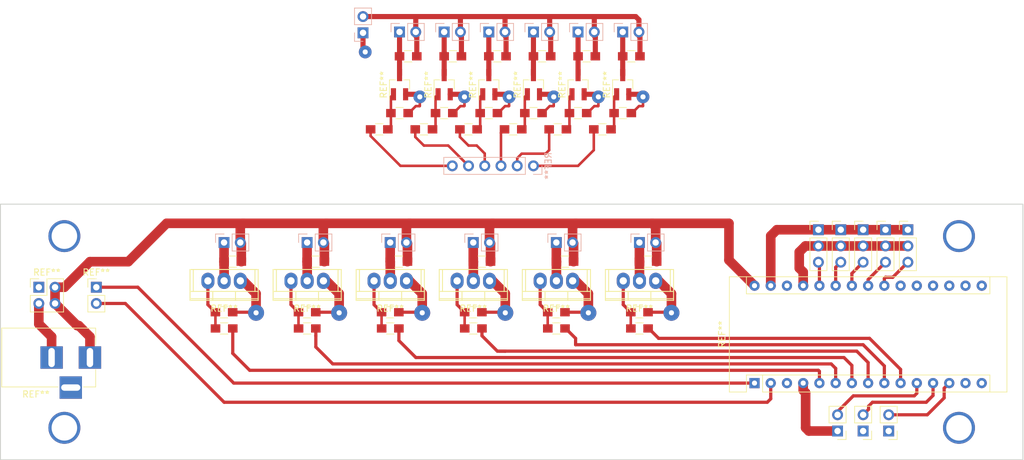
<source format=kicad_pcb>
(kicad_pcb (version 20171130) (host pcbnew 5.0.0)

  (general
    (thickness 1.6)
    (drawings 2)
    (tracks 383)
    (zones 0)
    (modules 74)
    (nets 1)
  )

  (page A4)
  (layers
    (0 F.Cu signal)
    (31 B.Cu signal)
    (32 B.Adhes user)
    (33 F.Adhes user)
    (34 B.Paste user)
    (35 F.Paste user)
    (36 B.SilkS user)
    (37 F.SilkS user)
    (38 B.Mask user)
    (39 F.Mask user)
    (40 Dwgs.User user)
    (41 Cmts.User user)
    (42 Eco1.User user)
    (43 Eco2.User user)
    (44 Edge.Cuts user)
    (45 Margin user)
    (46 B.CrtYd user)
    (47 F.CrtYd user)
    (48 B.Fab user)
    (49 F.Fab user)
  )

  (setup
    (last_trace_width 1.5)
    (user_trace_width 0.5)
    (user_trace_width 1.5)
    (user_trace_width 0.4)
    (user_trace_width 0.8)
    (trace_clearance 0.2)
    (zone_clearance 0.508)
    (zone_45_only no)
    (trace_min 0.2)
    (segment_width 0.2)
    (edge_width 0.15)
    (via_size 0.8)
    (via_drill 0.4)
    (via_min_size 0.4)
    (via_min_drill 0.3)
    (user_via 2 0.8)
    (uvia_size 0.3)
    (uvia_drill 0.1)
    (uvias_allowed no)
    (uvia_min_size 0.2)
    (uvia_min_drill 0.1)
    (pcb_text_width 0.3)
    (pcb_text_size 1.5 1.5)
    (mod_edge_width 0.15)
    (mod_text_size 1 1)
    (mod_text_width 0.15)
    (pad_size 2.032 2.54)
    (pad_drill 1.143)
    (pad_to_mask_clearance 0.2)
    (aux_axis_origin 20 69)
    (visible_elements FFFFFF7F)
    (pcbplotparams
      (layerselection 0x01000_fffffffe)
      (usegerberextensions false)
      (usegerberattributes false)
      (usegerberadvancedattributes false)
      (creategerberjobfile false)
      (excludeedgelayer true)
      (linewidth 0.150000)
      (plotframeref false)
      (viasonmask false)
      (mode 1)
      (useauxorigin true)
      (hpglpennumber 1)
      (hpglpenspeed 20)
      (hpglpendiameter 15.000000)
      (psnegative false)
      (psa4output false)
      (plotreference true)
      (plotvalue true)
      (plotinvisibletext false)
      (padsonsilk false)
      (subtractmaskfromsilk false)
      (outputformat 1)
      (mirror false)
      (drillshape 0)
      (scaleselection 1)
      (outputdirectory "./"))
  )

  (net 0 "")

  (net_class Default "This is the default net class."
    (clearance 0.2)
    (trace_width 0.25)
    (via_dia 0.8)
    (via_drill 0.4)
    (uvia_dia 0.3)
    (uvia_drill 0.1)
  )

  (module Pin_Headers:Pin_Header_Straight_1x02_Pitch2.54mm (layer F.Cu) (tedit 5BBF396B) (tstamp 5BBF684B)
    (at 159 55.5 180)
    (descr "Through hole straight pin header, 1x02, 2.54mm pitch, single row")
    (tags "Through hole pin header THT 1x02 2.54mm single row")
    (fp_text reference "" (at 0 -2.33 180) (layer F.SilkS)
      (effects (font (size 1 1) (thickness 0.15)))
    )
    (fp_text value "" (at 0 4.87 180) (layer F.Fab)
      (effects (font (size 1 1) (thickness 0.15)))
    )
    (fp_line (start -0.635 -1.27) (end 1.27 -1.27) (layer F.Fab) (width 0.1))
    (fp_line (start 1.27 -1.27) (end 1.27 3.81) (layer F.Fab) (width 0.1))
    (fp_line (start 1.27 3.81) (end -1.27 3.81) (layer F.Fab) (width 0.1))
    (fp_line (start -1.27 3.81) (end -1.27 -0.635) (layer F.Fab) (width 0.1))
    (fp_line (start -1.27 -0.635) (end -0.635 -1.27) (layer F.Fab) (width 0.1))
    (fp_line (start -1.33 3.87) (end 1.33 3.87) (layer F.SilkS) (width 0.12))
    (fp_line (start -1.33 1.27) (end -1.33 3.87) (layer F.SilkS) (width 0.12))
    (fp_line (start 1.33 1.27) (end 1.33 3.87) (layer F.SilkS) (width 0.12))
    (fp_line (start -1.33 1.27) (end 1.33 1.27) (layer F.SilkS) (width 0.12))
    (fp_line (start -1.33 0) (end -1.33 -1.33) (layer F.SilkS) (width 0.12))
    (fp_line (start -1.33 -1.33) (end 0 -1.33) (layer F.SilkS) (width 0.12))
    (fp_line (start -1.8 -1.8) (end -1.8 4.35) (layer F.CrtYd) (width 0.05))
    (fp_line (start -1.8 4.35) (end 1.8 4.35) (layer F.CrtYd) (width 0.05))
    (fp_line (start 1.8 4.35) (end 1.8 -1.8) (layer F.CrtYd) (width 0.05))
    (fp_line (start 1.8 -1.8) (end -1.8 -1.8) (layer F.CrtYd) (width 0.05))
    (fp_text user %R (at 0 1.27 270) (layer F.Fab)
      (effects (font (size 1 1) (thickness 0.15)))
    )
    (pad 1 thru_hole rect (at 0 0 180) (size 1.7 1.7) (drill 1) (layers *.Cu *.Mask))
    (pad 2 thru_hole oval (at 0 2.54 180) (size 1.7 1.7) (drill 1) (layers *.Cu *.Mask))
    (model ${KISYS3DMOD}/Pin_Headers.3dshapes/Pin_Header_Straight_1x02_Pitch2.54mm.wrl
      (at (xyz 0 0 0))
      (scale (xyz 1 1 1))
      (rotate (xyz 0 0 0))
    )
  )

  (module Pin_Headers:Pin_Header_Straight_1x02_Pitch2.54mm (layer F.Cu) (tedit 5BBF396B) (tstamp 5BBF6821)
    (at 155 55.5 180)
    (descr "Through hole straight pin header, 1x02, 2.54mm pitch, single row")
    (tags "Through hole pin header THT 1x02 2.54mm single row")
    (fp_text reference "" (at 0 -2.33 180) (layer F.SilkS)
      (effects (font (size 1 1) (thickness 0.15)))
    )
    (fp_text value "" (at 0 4.87 180) (layer F.Fab)
      (effects (font (size 1 1) (thickness 0.15)))
    )
    (fp_text user %R (at 0 1.27 270) (layer F.Fab)
      (effects (font (size 1 1) (thickness 0.15)))
    )
    (fp_line (start 1.8 -1.8) (end -1.8 -1.8) (layer F.CrtYd) (width 0.05))
    (fp_line (start 1.8 4.35) (end 1.8 -1.8) (layer F.CrtYd) (width 0.05))
    (fp_line (start -1.8 4.35) (end 1.8 4.35) (layer F.CrtYd) (width 0.05))
    (fp_line (start -1.8 -1.8) (end -1.8 4.35) (layer F.CrtYd) (width 0.05))
    (fp_line (start -1.33 -1.33) (end 0 -1.33) (layer F.SilkS) (width 0.12))
    (fp_line (start -1.33 0) (end -1.33 -1.33) (layer F.SilkS) (width 0.12))
    (fp_line (start -1.33 1.27) (end 1.33 1.27) (layer F.SilkS) (width 0.12))
    (fp_line (start 1.33 1.27) (end 1.33 3.87) (layer F.SilkS) (width 0.12))
    (fp_line (start -1.33 1.27) (end -1.33 3.87) (layer F.SilkS) (width 0.12))
    (fp_line (start -1.33 3.87) (end 1.33 3.87) (layer F.SilkS) (width 0.12))
    (fp_line (start -1.27 -0.635) (end -0.635 -1.27) (layer F.Fab) (width 0.1))
    (fp_line (start -1.27 3.81) (end -1.27 -0.635) (layer F.Fab) (width 0.1))
    (fp_line (start 1.27 3.81) (end -1.27 3.81) (layer F.Fab) (width 0.1))
    (fp_line (start 1.27 -1.27) (end 1.27 3.81) (layer F.Fab) (width 0.1))
    (fp_line (start -0.635 -1.27) (end 1.27 -1.27) (layer F.Fab) (width 0.1))
    (pad 2 thru_hole oval (at 0 2.54 180) (size 1.7 1.7) (drill 1) (layers *.Cu *.Mask))
    (pad 1 thru_hole rect (at 0 0 180) (size 1.7 1.7) (drill 1) (layers *.Cu *.Mask))
    (model ${KISYS3DMOD}/Pin_Headers.3dshapes/Pin_Header_Straight_1x02_Pitch2.54mm.wrl
      (at (xyz 0 0 0))
      (scale (xyz 1 1 1))
      (rotate (xyz 0 0 0))
    )
  )

  (module Pin_Headers:Pin_Header_Straight_1x03_Pitch2.54mm (layer F.Cu) (tedit 5BBF34FE) (tstamp 5BBF66E7)
    (at 162 24)
    (descr "Through hole straight pin header, 1x03, 2.54mm pitch, single row")
    (tags "Through hole pin header THT 1x03 2.54mm single row")
    (fp_text reference "" (at 0 -2.33) (layer F.SilkS)
      (effects (font (size 1 1) (thickness 0.15)))
    )
    (fp_text value "" (at 0 7.41) (layer F.Fab)
      (effects (font (size 1 1) (thickness 0.15)))
    )
    (fp_line (start -0.635 -1.27) (end 1.27 -1.27) (layer F.Fab) (width 0.1))
    (fp_line (start 1.27 -1.27) (end 1.27 6.35) (layer F.Fab) (width 0.1))
    (fp_line (start 1.27 6.35) (end -1.27 6.35) (layer F.Fab) (width 0.1))
    (fp_line (start -1.27 6.35) (end -1.27 -0.635) (layer F.Fab) (width 0.1))
    (fp_line (start -1.27 -0.635) (end -0.635 -1.27) (layer F.Fab) (width 0.1))
    (fp_line (start -1.33 6.41) (end 1.33 6.41) (layer F.SilkS) (width 0.12))
    (fp_line (start -1.33 1.27) (end -1.33 6.41) (layer F.SilkS) (width 0.12))
    (fp_line (start 1.33 1.27) (end 1.33 6.41) (layer F.SilkS) (width 0.12))
    (fp_line (start -1.33 1.27) (end 1.33 1.27) (layer F.SilkS) (width 0.12))
    (fp_line (start -1.33 0) (end -1.33 -1.33) (layer F.SilkS) (width 0.12))
    (fp_line (start -1.33 -1.33) (end 0 -1.33) (layer F.SilkS) (width 0.12))
    (fp_line (start -1.8 -1.8) (end -1.8 6.85) (layer F.CrtYd) (width 0.05))
    (fp_line (start -1.8 6.85) (end 1.8 6.85) (layer F.CrtYd) (width 0.05))
    (fp_line (start 1.8 6.85) (end 1.8 -1.8) (layer F.CrtYd) (width 0.05))
    (fp_line (start 1.8 -1.8) (end -1.8 -1.8) (layer F.CrtYd) (width 0.05))
    (fp_text user %R (at 0 2.54 90) (layer F.Fab)
      (effects (font (size 1 1) (thickness 0.15)))
    )
    (pad 1 thru_hole rect (at 0 0) (size 1.7 1.7) (drill 1) (layers *.Cu *.Mask))
    (pad 2 thru_hole oval (at 0 2.54) (size 1.7 1.7) (drill 1) (layers *.Cu *.Mask))
    (pad 3 thru_hole oval (at 0 5.08) (size 1.7 1.7) (drill 1) (layers *.Cu *.Mask))
    (model ${KISYS3DMOD}/Pin_Headers.3dshapes/Pin_Header_Straight_1x03_Pitch2.54mm.wrl
      (at (xyz 0 0 0))
      (scale (xyz 1 1 1))
      (rotate (xyz 0 0 0))
    )
  )

  (module Pin_Headers:Pin_Header_Straight_1x03_Pitch2.54mm (layer F.Cu) (tedit 5BBF34FE) (tstamp 5BBF66BB)
    (at 158.5 24)
    (descr "Through hole straight pin header, 1x03, 2.54mm pitch, single row")
    (tags "Through hole pin header THT 1x03 2.54mm single row")
    (fp_text reference "" (at 0 -2.33) (layer F.SilkS)
      (effects (font (size 1 1) (thickness 0.15)))
    )
    (fp_text value "" (at 0 7.41) (layer F.Fab)
      (effects (font (size 1 1) (thickness 0.15)))
    )
    (fp_text user %R (at 0 2.54 90) (layer F.Fab)
      (effects (font (size 1 1) (thickness 0.15)))
    )
    (fp_line (start 1.8 -1.8) (end -1.8 -1.8) (layer F.CrtYd) (width 0.05))
    (fp_line (start 1.8 6.85) (end 1.8 -1.8) (layer F.CrtYd) (width 0.05))
    (fp_line (start -1.8 6.85) (end 1.8 6.85) (layer F.CrtYd) (width 0.05))
    (fp_line (start -1.8 -1.8) (end -1.8 6.85) (layer F.CrtYd) (width 0.05))
    (fp_line (start -1.33 -1.33) (end 0 -1.33) (layer F.SilkS) (width 0.12))
    (fp_line (start -1.33 0) (end -1.33 -1.33) (layer F.SilkS) (width 0.12))
    (fp_line (start -1.33 1.27) (end 1.33 1.27) (layer F.SilkS) (width 0.12))
    (fp_line (start 1.33 1.27) (end 1.33 6.41) (layer F.SilkS) (width 0.12))
    (fp_line (start -1.33 1.27) (end -1.33 6.41) (layer F.SilkS) (width 0.12))
    (fp_line (start -1.33 6.41) (end 1.33 6.41) (layer F.SilkS) (width 0.12))
    (fp_line (start -1.27 -0.635) (end -0.635 -1.27) (layer F.Fab) (width 0.1))
    (fp_line (start -1.27 6.35) (end -1.27 -0.635) (layer F.Fab) (width 0.1))
    (fp_line (start 1.27 6.35) (end -1.27 6.35) (layer F.Fab) (width 0.1))
    (fp_line (start 1.27 -1.27) (end 1.27 6.35) (layer F.Fab) (width 0.1))
    (fp_line (start -0.635 -1.27) (end 1.27 -1.27) (layer F.Fab) (width 0.1))
    (pad 3 thru_hole oval (at 0 5.08) (size 1.7 1.7) (drill 1) (layers *.Cu *.Mask))
    (pad 2 thru_hole oval (at 0 2.54) (size 1.7 1.7) (drill 1) (layers *.Cu *.Mask))
    (pad 1 thru_hole rect (at 0 0) (size 1.7 1.7) (drill 1) (layers *.Cu *.Mask))
    (model ${KISYS3DMOD}/Pin_Headers.3dshapes/Pin_Header_Straight_1x03_Pitch2.54mm.wrl
      (at (xyz 0 0 0))
      (scale (xyz 1 1 1))
      (rotate (xyz 0 0 0))
    )
  )

  (module Pin_Headers:Pin_Header_Straight_1x03_Pitch2.54mm (layer F.Cu) (tedit 5BBF34FE) (tstamp 5BBF668F)
    (at 155 24)
    (descr "Through hole straight pin header, 1x03, 2.54mm pitch, single row")
    (tags "Through hole pin header THT 1x03 2.54mm single row")
    (fp_text reference "" (at 0 -2.33) (layer F.SilkS)
      (effects (font (size 1 1) (thickness 0.15)))
    )
    (fp_text value "" (at 0 7.41) (layer F.Fab)
      (effects (font (size 1 1) (thickness 0.15)))
    )
    (fp_line (start -0.635 -1.27) (end 1.27 -1.27) (layer F.Fab) (width 0.1))
    (fp_line (start 1.27 -1.27) (end 1.27 6.35) (layer F.Fab) (width 0.1))
    (fp_line (start 1.27 6.35) (end -1.27 6.35) (layer F.Fab) (width 0.1))
    (fp_line (start -1.27 6.35) (end -1.27 -0.635) (layer F.Fab) (width 0.1))
    (fp_line (start -1.27 -0.635) (end -0.635 -1.27) (layer F.Fab) (width 0.1))
    (fp_line (start -1.33 6.41) (end 1.33 6.41) (layer F.SilkS) (width 0.12))
    (fp_line (start -1.33 1.27) (end -1.33 6.41) (layer F.SilkS) (width 0.12))
    (fp_line (start 1.33 1.27) (end 1.33 6.41) (layer F.SilkS) (width 0.12))
    (fp_line (start -1.33 1.27) (end 1.33 1.27) (layer F.SilkS) (width 0.12))
    (fp_line (start -1.33 0) (end -1.33 -1.33) (layer F.SilkS) (width 0.12))
    (fp_line (start -1.33 -1.33) (end 0 -1.33) (layer F.SilkS) (width 0.12))
    (fp_line (start -1.8 -1.8) (end -1.8 6.85) (layer F.CrtYd) (width 0.05))
    (fp_line (start -1.8 6.85) (end 1.8 6.85) (layer F.CrtYd) (width 0.05))
    (fp_line (start 1.8 6.85) (end 1.8 -1.8) (layer F.CrtYd) (width 0.05))
    (fp_line (start 1.8 -1.8) (end -1.8 -1.8) (layer F.CrtYd) (width 0.05))
    (fp_text user %R (at 0 2.54 90) (layer F.Fab)
      (effects (font (size 1 1) (thickness 0.15)))
    )
    (pad 1 thru_hole rect (at 0 0) (size 1.7 1.7) (drill 1) (layers *.Cu *.Mask))
    (pad 2 thru_hole oval (at 0 2.54) (size 1.7 1.7) (drill 1) (layers *.Cu *.Mask))
    (pad 3 thru_hole oval (at 0 5.08) (size 1.7 1.7) (drill 1) (layers *.Cu *.Mask))
    (model ${KISYS3DMOD}/Pin_Headers.3dshapes/Pin_Header_Straight_1x03_Pitch2.54mm.wrl
      (at (xyz 0 0 0))
      (scale (xyz 1 1 1))
      (rotate (xyz 0 0 0))
    )
  )

  (module Pin_Headers:Pin_Header_Straight_1x03_Pitch2.54mm (layer F.Cu) (tedit 5BBF34FE) (tstamp 5BBF6663)
    (at 151.5 24)
    (descr "Through hole straight pin header, 1x03, 2.54mm pitch, single row")
    (tags "Through hole pin header THT 1x03 2.54mm single row")
    (fp_text reference "" (at 0 -2.33) (layer F.SilkS)
      (effects (font (size 1 1) (thickness 0.15)))
    )
    (fp_text value "" (at 0 7.41) (layer F.Fab)
      (effects (font (size 1 1) (thickness 0.15)))
    )
    (fp_text user %R (at 0 2.54 90) (layer F.Fab)
      (effects (font (size 1 1) (thickness 0.15)))
    )
    (fp_line (start 1.8 -1.8) (end -1.8 -1.8) (layer F.CrtYd) (width 0.05))
    (fp_line (start 1.8 6.85) (end 1.8 -1.8) (layer F.CrtYd) (width 0.05))
    (fp_line (start -1.8 6.85) (end 1.8 6.85) (layer F.CrtYd) (width 0.05))
    (fp_line (start -1.8 -1.8) (end -1.8 6.85) (layer F.CrtYd) (width 0.05))
    (fp_line (start -1.33 -1.33) (end 0 -1.33) (layer F.SilkS) (width 0.12))
    (fp_line (start -1.33 0) (end -1.33 -1.33) (layer F.SilkS) (width 0.12))
    (fp_line (start -1.33 1.27) (end 1.33 1.27) (layer F.SilkS) (width 0.12))
    (fp_line (start 1.33 1.27) (end 1.33 6.41) (layer F.SilkS) (width 0.12))
    (fp_line (start -1.33 1.27) (end -1.33 6.41) (layer F.SilkS) (width 0.12))
    (fp_line (start -1.33 6.41) (end 1.33 6.41) (layer F.SilkS) (width 0.12))
    (fp_line (start -1.27 -0.635) (end -0.635 -1.27) (layer F.Fab) (width 0.1))
    (fp_line (start -1.27 6.35) (end -1.27 -0.635) (layer F.Fab) (width 0.1))
    (fp_line (start 1.27 6.35) (end -1.27 6.35) (layer F.Fab) (width 0.1))
    (fp_line (start 1.27 -1.27) (end 1.27 6.35) (layer F.Fab) (width 0.1))
    (fp_line (start -0.635 -1.27) (end 1.27 -1.27) (layer F.Fab) (width 0.1))
    (pad 3 thru_hole oval (at 0 5.08) (size 1.7 1.7) (drill 1) (layers *.Cu *.Mask))
    (pad 2 thru_hole oval (at 0 2.54) (size 1.7 1.7) (drill 1) (layers *.Cu *.Mask))
    (pad 1 thru_hole rect (at 0 0) (size 1.7 1.7) (drill 1) (layers *.Cu *.Mask))
    (model ${KISYS3DMOD}/Pin_Headers.3dshapes/Pin_Header_Straight_1x03_Pitch2.54mm.wrl
      (at (xyz 0 0 0))
      (scale (xyz 1 1 1))
      (rotate (xyz 0 0 0))
    )
  )

  (module Power_Integrations:TO-220 (layer F.Cu) (tedit 5BBF2678) (tstamp 5BBF5D44)
    (at 55 32 180)
    (descr "Non Isolated JEDEC TO-220 Package")
    (tags "Power Integration YN Package")
    (fp_text reference REF** (at 0 -4.318 180) (layer F.SilkS)
      (effects (font (size 1 1) (thickness 0.15)))
    )
    (fp_text value TO-220 (at 0 -4.318 180) (layer F.Fab)
      (effects (font (size 1 1) (thickness 0.15)))
    )
    (fp_line (start 4.826 -1.651) (end 4.826 1.778) (layer F.SilkS) (width 0.15))
    (fp_line (start -4.826 -1.651) (end -4.826 1.778) (layer F.SilkS) (width 0.15))
    (fp_line (start 5.334 -2.794) (end -5.334 -2.794) (layer F.SilkS) (width 0.15))
    (fp_line (start 1.778 -1.778) (end 1.778 -3.048) (layer F.SilkS) (width 0.15))
    (fp_line (start -1.778 -1.778) (end -1.778 -3.048) (layer F.SilkS) (width 0.15))
    (fp_line (start -5.334 -1.651) (end 5.334 -1.651) (layer F.SilkS) (width 0.15))
    (fp_line (start 5.334 1.778) (end -5.334 1.778) (layer F.SilkS) (width 0.15))
    (fp_line (start -5.334 -3.048) (end -5.334 1.778) (layer F.SilkS) (width 0.15))
    (fp_line (start 5.334 -3.048) (end 5.334 1.778) (layer F.SilkS) (width 0.15))
    (fp_line (start 5.334 -3.048) (end -5.334 -3.048) (layer F.SilkS) (width 0.15))
    (pad d thru_hole oval (at 0 0 180) (size 2.032 2.54) (drill 1.143) (layers *.Cu *.Mask))
    (pad g thru_hole oval (at 2.54 0 180) (size 2.032 2.54) (drill 1.143) (layers *.Cu *.Mask))
    (pad s thru_hole oval (at -2.54 0 180) (size 2.032 2.54) (drill 1.143) (layers *.Cu *.Mask))
  )

  (module Resistors_SMD:R_0805_HandSoldering (layer F.Cu) (tedit 5BA62CAA) (tstamp 5BBF5D31)
    (at 56.338425 29 180)
    (descr "Resistor SMD 0805, hand soldering")
    (tags "resistor 0805")
    (attr smd)
    (fp_text reference "" (at 0 -1.7 180) (layer F.SilkS)
      (effects (font (size 1 1) (thickness 0.15)))
    )
    (fp_text value "" (at 0 1.75 180) (layer F.Fab)
      (effects (font (size 1 1) (thickness 0.15)))
    )
    (fp_text user %R (at 0 0 180) (layer F.Fab)
      (effects (font (size 0.5 0.5) (thickness 0.075)))
    )
    (fp_line (start -1 0.62) (end -1 -0.62) (layer F.Fab) (width 0.1))
    (fp_line (start 1 0.62) (end -1 0.62) (layer F.Fab) (width 0.1))
    (fp_line (start 1 -0.62) (end 1 0.62) (layer F.Fab) (width 0.1))
    (fp_line (start -1 -0.62) (end 1 -0.62) (layer F.Fab) (width 0.1))
    (fp_line (start 0.6 0.88) (end -0.6 0.88) (layer F.SilkS) (width 0.12))
    (fp_line (start -0.6 -0.88) (end 0.6 -0.88) (layer F.SilkS) (width 0.12))
    (fp_line (start -2.35 -0.9) (end 2.35 -0.9) (layer F.CrtYd) (width 0.05))
    (fp_line (start -2.35 -0.9) (end -2.35 0.9) (layer F.CrtYd) (width 0.05))
    (fp_line (start 2.35 0.9) (end 2.35 -0.9) (layer F.CrtYd) (width 0.05))
    (fp_line (start 2.35 0.9) (end -2.35 0.9) (layer F.CrtYd) (width 0.05))
    (pad 1 smd rect (at -1.35 0 180) (size 1.5 1.3) (layers F.Cu F.Paste F.Mask))
    (pad 2 smd rect (at 1.35 0 180) (size 1.5 1.3) (layers F.Cu F.Paste F.Mask))
    (model ${KISYS3DMOD}/Resistors_SMD.3dshapes/R_0805.wrl
      (at (xyz 0 0 0))
      (scale (xyz 1 1 1))
      (rotate (xyz 0 0 0))
    )
  )

  (module Pin_Headers:Pin_Header_Straight_1x02_Pitch2.54mm (layer B.Cu) (tedit 5BA619E4) (tstamp 5BBF5D18)
    (at 54.988425 26 270)
    (descr "Through hole straight pin header, 1x02, 2.54mm pitch, single row")
    (tags "Through hole pin header THT 1x02 2.54mm single row")
    (fp_text reference " " (at -0.5 2.33 270) (layer B.SilkS)
      (effects (font (size 1 1) (thickness 0.15)) (justify mirror))
    )
    (fp_text value "" (at 0 -4.87 270) (layer B.Fab)
      (effects (font (size 1 1) (thickness 0.15)) (justify mirror))
    )
    (fp_line (start -0.635 1.27) (end 1.27 1.27) (layer B.Fab) (width 0.1))
    (fp_line (start 1.27 1.27) (end 1.27 -3.81) (layer B.Fab) (width 0.1))
    (fp_line (start 1.27 -3.81) (end -1.27 -3.81) (layer B.Fab) (width 0.1))
    (fp_line (start -1.27 -3.81) (end -1.27 0.635) (layer B.Fab) (width 0.1))
    (fp_line (start -1.27 0.635) (end -0.635 1.27) (layer B.Fab) (width 0.1))
    (fp_line (start -1.33 -3.87) (end 1.33 -3.87) (layer B.SilkS) (width 0.12))
    (fp_line (start -1.33 -1.27) (end -1.33 -3.87) (layer B.SilkS) (width 0.12))
    (fp_line (start 1.33 -1.27) (end 1.33 -3.87) (layer B.SilkS) (width 0.12))
    (fp_line (start -1.33 -1.27) (end 1.33 -1.27) (layer B.SilkS) (width 0.12))
    (fp_line (start -1.33 0) (end -1.33 1.33) (layer B.SilkS) (width 0.12))
    (fp_line (start -1.33 1.33) (end 0 1.33) (layer B.SilkS) (width 0.12))
    (fp_line (start -1.8 1.8) (end -1.8 -4.35) (layer B.CrtYd) (width 0.05))
    (fp_line (start -1.8 -4.35) (end 1.8 -4.35) (layer B.CrtYd) (width 0.05))
    (fp_line (start 1.8 -4.35) (end 1.8 1.8) (layer B.CrtYd) (width 0.05))
    (fp_line (start 1.8 1.8) (end -1.8 1.8) (layer B.CrtYd) (width 0.05))
    (fp_text user %R (at 0 -1.27 180) (layer B.Fab)
      (effects (font (size 1 1) (thickness 0.15)) (justify mirror))
    )
    (pad 1 thru_hole rect (at 0 0 270) (size 1.7 1.7) (drill 1) (layers *.Cu *.Mask))
    (pad 2 thru_hole oval (at 0 -2.54 270) (size 1.7 1.7) (drill 1) (layers *.Cu *.Mask))
    (model ${KISYS3DMOD}/Pin_Headers.3dshapes/Pin_Header_Straight_1x02_Pitch2.54mm.wrl
      (at (xyz 0 0 0))
      (scale (xyz 1 1 1))
      (rotate (xyz 0 0 0))
    )
  )

  (module Resistors_SMD:R_0805_HandSoldering (layer F.Cu) (tedit 5BA62CAA) (tstamp 5BBF5D06)
    (at 55 39.44947 180)
    (descr "Resistor SMD 0805, hand soldering")
    (tags "resistor 0805")
    (attr smd)
    (fp_text reference "" (at 0 -1.7 180) (layer F.SilkS)
      (effects (font (size 1 1) (thickness 0.15)))
    )
    (fp_text value "" (at 0 1.75 180) (layer F.Fab)
      (effects (font (size 1 1) (thickness 0.15)))
    )
    (fp_line (start 2.35 0.9) (end -2.35 0.9) (layer F.CrtYd) (width 0.05))
    (fp_line (start 2.35 0.9) (end 2.35 -0.9) (layer F.CrtYd) (width 0.05))
    (fp_line (start -2.35 -0.9) (end -2.35 0.9) (layer F.CrtYd) (width 0.05))
    (fp_line (start -2.35 -0.9) (end 2.35 -0.9) (layer F.CrtYd) (width 0.05))
    (fp_line (start -0.6 -0.88) (end 0.6 -0.88) (layer F.SilkS) (width 0.12))
    (fp_line (start 0.6 0.88) (end -0.6 0.88) (layer F.SilkS) (width 0.12))
    (fp_line (start -1 -0.62) (end 1 -0.62) (layer F.Fab) (width 0.1))
    (fp_line (start 1 -0.62) (end 1 0.62) (layer F.Fab) (width 0.1))
    (fp_line (start 1 0.62) (end -1 0.62) (layer F.Fab) (width 0.1))
    (fp_line (start -1 0.62) (end -1 -0.62) (layer F.Fab) (width 0.1))
    (fp_text user %R (at 0 0 180) (layer F.Fab)
      (effects (font (size 0.5 0.5) (thickness 0.075)))
    )
    (pad 2 smd rect (at 1.35 0 180) (size 1.5 1.3) (layers F.Cu F.Paste F.Mask))
    (pad 1 smd rect (at -1.35 0 180) (size 1.5 1.3) (layers F.Cu F.Paste F.Mask))
    (model ${KISYS3DMOD}/Resistors_SMD.3dshapes/R_0805.wrl
      (at (xyz 0 0 0))
      (scale (xyz 1 1 1))
      (rotate (xyz 0 0 0))
    )
  )

  (module Resistors_SMD:R_0805_HandSoldering (layer F.Cu) (tedit 5BA62CAA) (tstamp 5BBF5CF6)
    (at 54.988425 36.90947)
    (descr "Resistor SMD 0805, hand soldering")
    (tags "resistor 0805")
    (attr smd)
    (fp_text reference "" (at 0 -1.7) (layer F.SilkS)
      (effects (font (size 1 1) (thickness 0.15)))
    )
    (fp_text value "" (at 0 1.75) (layer F.Fab)
      (effects (font (size 1 1) (thickness 0.15)))
    )
    (fp_text user %R (at 0 0) (layer F.Fab)
      (effects (font (size 0.5 0.5) (thickness 0.075)))
    )
    (fp_line (start -1 0.62) (end -1 -0.62) (layer F.Fab) (width 0.1))
    (fp_line (start 1 0.62) (end -1 0.62) (layer F.Fab) (width 0.1))
    (fp_line (start 1 -0.62) (end 1 0.62) (layer F.Fab) (width 0.1))
    (fp_line (start -1 -0.62) (end 1 -0.62) (layer F.Fab) (width 0.1))
    (fp_line (start 0.6 0.88) (end -0.6 0.88) (layer F.SilkS) (width 0.12))
    (fp_line (start -0.6 -0.88) (end 0.6 -0.88) (layer F.SilkS) (width 0.12))
    (fp_line (start -2.35 -0.9) (end 2.35 -0.9) (layer F.CrtYd) (width 0.05))
    (fp_line (start -2.35 -0.9) (end -2.35 0.9) (layer F.CrtYd) (width 0.05))
    (fp_line (start 2.35 0.9) (end 2.35 -0.9) (layer F.CrtYd) (width 0.05))
    (fp_line (start 2.35 0.9) (end -2.35 0.9) (layer F.CrtYd) (width 0.05))
    (pad 1 smd rect (at -1.35 0) (size 1.5 1.3) (layers F.Cu F.Paste F.Mask))
    (pad 2 smd rect (at 1.35 0) (size 1.5 1.3) (layers F.Cu F.Paste F.Mask))
    (model ${KISYS3DMOD}/Resistors_SMD.3dshapes/R_0805.wrl
      (at (xyz 0 0 0))
      (scale (xyz 1 1 1))
      (rotate (xyz 0 0 0))
    )
  )

  (module Power_Integrations:TO-220 (layer F.Cu) (tedit 5BBF2678) (tstamp 5BBF5141)
    (at 107 32 180)
    (descr "Non Isolated JEDEC TO-220 Package")
    (tags "Power Integration YN Package")
    (fp_text reference REF** (at 0 -4.318 180) (layer F.SilkS)
      (effects (font (size 1 1) (thickness 0.15)))
    )
    (fp_text value TO-220 (at 0 -4.318 180) (layer F.Fab)
      (effects (font (size 1 1) (thickness 0.15)))
    )
    (fp_line (start 4.826 -1.651) (end 4.826 1.778) (layer F.SilkS) (width 0.15))
    (fp_line (start -4.826 -1.651) (end -4.826 1.778) (layer F.SilkS) (width 0.15))
    (fp_line (start 5.334 -2.794) (end -5.334 -2.794) (layer F.SilkS) (width 0.15))
    (fp_line (start 1.778 -1.778) (end 1.778 -3.048) (layer F.SilkS) (width 0.15))
    (fp_line (start -1.778 -1.778) (end -1.778 -3.048) (layer F.SilkS) (width 0.15))
    (fp_line (start -5.334 -1.651) (end 5.334 -1.651) (layer F.SilkS) (width 0.15))
    (fp_line (start 5.334 1.778) (end -5.334 1.778) (layer F.SilkS) (width 0.15))
    (fp_line (start -5.334 -3.048) (end -5.334 1.778) (layer F.SilkS) (width 0.15))
    (fp_line (start 5.334 -3.048) (end 5.334 1.778) (layer F.SilkS) (width 0.15))
    (fp_line (start 5.334 -3.048) (end -5.334 -3.048) (layer F.SilkS) (width 0.15))
    (pad d thru_hole oval (at 0 0 180) (size 2.032 2.54) (drill 1.143) (layers *.Cu *.Mask))
    (pad g thru_hole oval (at 2.54 0 180) (size 2.032 2.54) (drill 1.143) (layers *.Cu *.Mask))
    (pad s thru_hole oval (at -2.54 0 180) (size 2.032 2.54) (drill 1.143) (layers *.Cu *.Mask))
  )

  (module Resistors_SMD:R_0805_HandSoldering (layer F.Cu) (tedit 5BA62CAA) (tstamp 5BBF512C)
    (at 95.338425 29 180)
    (descr "Resistor SMD 0805, hand soldering")
    (tags "resistor 0805")
    (attr smd)
    (fp_text reference "" (at 0 -1.7 180) (layer F.SilkS)
      (effects (font (size 1 1) (thickness 0.15)))
    )
    (fp_text value "" (at 0 1.75 180) (layer F.Fab)
      (effects (font (size 1 1) (thickness 0.15)))
    )
    (fp_line (start 2.35 0.9) (end -2.35 0.9) (layer F.CrtYd) (width 0.05))
    (fp_line (start 2.35 0.9) (end 2.35 -0.9) (layer F.CrtYd) (width 0.05))
    (fp_line (start -2.35 -0.9) (end -2.35 0.9) (layer F.CrtYd) (width 0.05))
    (fp_line (start -2.35 -0.9) (end 2.35 -0.9) (layer F.CrtYd) (width 0.05))
    (fp_line (start -0.6 -0.88) (end 0.6 -0.88) (layer F.SilkS) (width 0.12))
    (fp_line (start 0.6 0.88) (end -0.6 0.88) (layer F.SilkS) (width 0.12))
    (fp_line (start -1 -0.62) (end 1 -0.62) (layer F.Fab) (width 0.1))
    (fp_line (start 1 -0.62) (end 1 0.62) (layer F.Fab) (width 0.1))
    (fp_line (start 1 0.62) (end -1 0.62) (layer F.Fab) (width 0.1))
    (fp_line (start -1 0.62) (end -1 -0.62) (layer F.Fab) (width 0.1))
    (fp_text user %R (at 0 0 180) (layer F.Fab)
      (effects (font (size 0.5 0.5) (thickness 0.075)))
    )
    (pad 2 smd rect (at 1.35 0 180) (size 1.5 1.3) (layers F.Cu F.Paste F.Mask))
    (pad 1 smd rect (at -1.35 0 180) (size 1.5 1.3) (layers F.Cu F.Paste F.Mask))
    (model ${KISYS3DMOD}/Resistors_SMD.3dshapes/R_0805.wrl
      (at (xyz 0 0 0))
      (scale (xyz 1 1 1))
      (rotate (xyz 0 0 0))
    )
  )

  (module Resistors_SMD:R_0805_HandSoldering (layer F.Cu) (tedit 5BA62CAA) (tstamp 5BBF511B)
    (at 108.338425 29 180)
    (descr "Resistor SMD 0805, hand soldering")
    (tags "resistor 0805")
    (attr smd)
    (fp_text reference "" (at 0 -1.7 180) (layer F.SilkS)
      (effects (font (size 1 1) (thickness 0.15)))
    )
    (fp_text value "" (at 0 1.75 180) (layer F.Fab)
      (effects (font (size 1 1) (thickness 0.15)))
    )
    (fp_text user %R (at 0 0 180) (layer F.Fab)
      (effects (font (size 0.5 0.5) (thickness 0.075)))
    )
    (fp_line (start -1 0.62) (end -1 -0.62) (layer F.Fab) (width 0.1))
    (fp_line (start 1 0.62) (end -1 0.62) (layer F.Fab) (width 0.1))
    (fp_line (start 1 -0.62) (end 1 0.62) (layer F.Fab) (width 0.1))
    (fp_line (start -1 -0.62) (end 1 -0.62) (layer F.Fab) (width 0.1))
    (fp_line (start 0.6 0.88) (end -0.6 0.88) (layer F.SilkS) (width 0.12))
    (fp_line (start -0.6 -0.88) (end 0.6 -0.88) (layer F.SilkS) (width 0.12))
    (fp_line (start -2.35 -0.9) (end 2.35 -0.9) (layer F.CrtYd) (width 0.05))
    (fp_line (start -2.35 -0.9) (end -2.35 0.9) (layer F.CrtYd) (width 0.05))
    (fp_line (start 2.35 0.9) (end 2.35 -0.9) (layer F.CrtYd) (width 0.05))
    (fp_line (start 2.35 0.9) (end -2.35 0.9) (layer F.CrtYd) (width 0.05))
    (pad 1 smd rect (at -1.35 0 180) (size 1.5 1.3) (layers F.Cu F.Paste F.Mask))
    (pad 2 smd rect (at 1.35 0 180) (size 1.5 1.3) (layers F.Cu F.Paste F.Mask))
    (model ${KISYS3DMOD}/Resistors_SMD.3dshapes/R_0805.wrl
      (at (xyz 0 0 0))
      (scale (xyz 1 1 1))
      (rotate (xyz 0 0 0))
    )
  )

  (module Power_Integrations:TO-220 (layer F.Cu) (tedit 5BBF2678) (tstamp 5BBF5103)
    (at 120 32 180)
    (descr "Non Isolated JEDEC TO-220 Package")
    (tags "Power Integration YN Package")
    (fp_text reference REF** (at 0 -4.318 180) (layer F.SilkS)
      (effects (font (size 1 1) (thickness 0.15)))
    )
    (fp_text value TO-220 (at 0 -4.318 180) (layer F.Fab)
      (effects (font (size 1 1) (thickness 0.15)))
    )
    (fp_line (start 5.334 -3.048) (end -5.334 -3.048) (layer F.SilkS) (width 0.15))
    (fp_line (start 5.334 -3.048) (end 5.334 1.778) (layer F.SilkS) (width 0.15))
    (fp_line (start -5.334 -3.048) (end -5.334 1.778) (layer F.SilkS) (width 0.15))
    (fp_line (start 5.334 1.778) (end -5.334 1.778) (layer F.SilkS) (width 0.15))
    (fp_line (start -5.334 -1.651) (end 5.334 -1.651) (layer F.SilkS) (width 0.15))
    (fp_line (start -1.778 -1.778) (end -1.778 -3.048) (layer F.SilkS) (width 0.15))
    (fp_line (start 1.778 -1.778) (end 1.778 -3.048) (layer F.SilkS) (width 0.15))
    (fp_line (start 5.334 -2.794) (end -5.334 -2.794) (layer F.SilkS) (width 0.15))
    (fp_line (start -4.826 -1.651) (end -4.826 1.778) (layer F.SilkS) (width 0.15))
    (fp_line (start 4.826 -1.651) (end 4.826 1.778) (layer F.SilkS) (width 0.15))
    (pad s thru_hole oval (at -2.54 0 180) (size 2.032 2.54) (drill 1.143) (layers *.Cu *.Mask))
    (pad g thru_hole oval (at 2.54 0 180) (size 2.032 2.54) (drill 1.143) (layers *.Cu *.Mask))
    (pad d thru_hole oval (at 0 0 180) (size 2.032 2.54) (drill 1.143) (layers *.Cu *.Mask))
  )

  (module Pin_Headers:Pin_Header_Straight_1x02_Pitch2.54mm (layer B.Cu) (tedit 5BA619E4) (tstamp 5BBF50EE)
    (at 119.988425 26 270)
    (descr "Through hole straight pin header, 1x02, 2.54mm pitch, single row")
    (tags "Through hole pin header THT 1x02 2.54mm single row")
    (fp_text reference " " (at -0.5 2.33 270) (layer B.SilkS)
      (effects (font (size 1 1) (thickness 0.15)) (justify mirror))
    )
    (fp_text value "" (at 0 -4.87 270) (layer B.Fab)
      (effects (font (size 1 1) (thickness 0.15)) (justify mirror))
    )
    (fp_text user %R (at 0 -1.27 180) (layer B.Fab)
      (effects (font (size 1 1) (thickness 0.15)) (justify mirror))
    )
    (fp_line (start 1.8 1.8) (end -1.8 1.8) (layer B.CrtYd) (width 0.05))
    (fp_line (start 1.8 -4.35) (end 1.8 1.8) (layer B.CrtYd) (width 0.05))
    (fp_line (start -1.8 -4.35) (end 1.8 -4.35) (layer B.CrtYd) (width 0.05))
    (fp_line (start -1.8 1.8) (end -1.8 -4.35) (layer B.CrtYd) (width 0.05))
    (fp_line (start -1.33 1.33) (end 0 1.33) (layer B.SilkS) (width 0.12))
    (fp_line (start -1.33 0) (end -1.33 1.33) (layer B.SilkS) (width 0.12))
    (fp_line (start -1.33 -1.27) (end 1.33 -1.27) (layer B.SilkS) (width 0.12))
    (fp_line (start 1.33 -1.27) (end 1.33 -3.87) (layer B.SilkS) (width 0.12))
    (fp_line (start -1.33 -1.27) (end -1.33 -3.87) (layer B.SilkS) (width 0.12))
    (fp_line (start -1.33 -3.87) (end 1.33 -3.87) (layer B.SilkS) (width 0.12))
    (fp_line (start -1.27 0.635) (end -0.635 1.27) (layer B.Fab) (width 0.1))
    (fp_line (start -1.27 -3.81) (end -1.27 0.635) (layer B.Fab) (width 0.1))
    (fp_line (start 1.27 -3.81) (end -1.27 -3.81) (layer B.Fab) (width 0.1))
    (fp_line (start 1.27 1.27) (end 1.27 -3.81) (layer B.Fab) (width 0.1))
    (fp_line (start -0.635 1.27) (end 1.27 1.27) (layer B.Fab) (width 0.1))
    (pad 2 thru_hole oval (at 0 -2.54 270) (size 1.7 1.7) (drill 1) (layers *.Cu *.Mask))
    (pad 1 thru_hole rect (at 0 0 270) (size 1.7 1.7) (drill 1) (layers *.Cu *.Mask))
    (model ${KISYS3DMOD}/Pin_Headers.3dshapes/Pin_Header_Straight_1x02_Pitch2.54mm.wrl
      (at (xyz 0 0 0))
      (scale (xyz 1 1 1))
      (rotate (xyz 0 0 0))
    )
  )

  (module Pin_Headers:Pin_Header_Straight_1x02_Pitch2.54mm (layer B.Cu) (tedit 5BA619E4) (tstamp 5BBF50D8)
    (at 106.988425 26 270)
    (descr "Through hole straight pin header, 1x02, 2.54mm pitch, single row")
    (tags "Through hole pin header THT 1x02 2.54mm single row")
    (fp_text reference " " (at -0.5 2.33 270) (layer B.SilkS)
      (effects (font (size 1 1) (thickness 0.15)) (justify mirror))
    )
    (fp_text value "" (at 0 -4.87 270) (layer B.Fab)
      (effects (font (size 1 1) (thickness 0.15)) (justify mirror))
    )
    (fp_line (start -0.635 1.27) (end 1.27 1.27) (layer B.Fab) (width 0.1))
    (fp_line (start 1.27 1.27) (end 1.27 -3.81) (layer B.Fab) (width 0.1))
    (fp_line (start 1.27 -3.81) (end -1.27 -3.81) (layer B.Fab) (width 0.1))
    (fp_line (start -1.27 -3.81) (end -1.27 0.635) (layer B.Fab) (width 0.1))
    (fp_line (start -1.27 0.635) (end -0.635 1.27) (layer B.Fab) (width 0.1))
    (fp_line (start -1.33 -3.87) (end 1.33 -3.87) (layer B.SilkS) (width 0.12))
    (fp_line (start -1.33 -1.27) (end -1.33 -3.87) (layer B.SilkS) (width 0.12))
    (fp_line (start 1.33 -1.27) (end 1.33 -3.87) (layer B.SilkS) (width 0.12))
    (fp_line (start -1.33 -1.27) (end 1.33 -1.27) (layer B.SilkS) (width 0.12))
    (fp_line (start -1.33 0) (end -1.33 1.33) (layer B.SilkS) (width 0.12))
    (fp_line (start -1.33 1.33) (end 0 1.33) (layer B.SilkS) (width 0.12))
    (fp_line (start -1.8 1.8) (end -1.8 -4.35) (layer B.CrtYd) (width 0.05))
    (fp_line (start -1.8 -4.35) (end 1.8 -4.35) (layer B.CrtYd) (width 0.05))
    (fp_line (start 1.8 -4.35) (end 1.8 1.8) (layer B.CrtYd) (width 0.05))
    (fp_line (start 1.8 1.8) (end -1.8 1.8) (layer B.CrtYd) (width 0.05))
    (fp_text user %R (at 0 -1.27 180) (layer B.Fab)
      (effects (font (size 1 1) (thickness 0.15)) (justify mirror))
    )
    (pad 1 thru_hole rect (at 0 0 270) (size 1.7 1.7) (drill 1) (layers *.Cu *.Mask))
    (pad 2 thru_hole oval (at 0 -2.54 270) (size 1.7 1.7) (drill 1) (layers *.Cu *.Mask))
    (model ${KISYS3DMOD}/Pin_Headers.3dshapes/Pin_Header_Straight_1x02_Pitch2.54mm.wrl
      (at (xyz 0 0 0))
      (scale (xyz 1 1 1))
      (rotate (xyz 0 0 0))
    )
  )

  (module Resistors_SMD:R_0805_HandSoldering (layer F.Cu) (tedit 5BA62CAA) (tstamp 5BBF50C6)
    (at 94 39.44947 180)
    (descr "Resistor SMD 0805, hand soldering")
    (tags "resistor 0805")
    (attr smd)
    (fp_text reference "" (at 0 -1.7 180) (layer F.SilkS)
      (effects (font (size 1 1) (thickness 0.15)))
    )
    (fp_text value "" (at 0 1.75 180) (layer F.Fab)
      (effects (font (size 1 1) (thickness 0.15)))
    )
    (fp_text user %R (at 0 0 180) (layer F.Fab)
      (effects (font (size 0.5 0.5) (thickness 0.075)))
    )
    (fp_line (start -1 0.62) (end -1 -0.62) (layer F.Fab) (width 0.1))
    (fp_line (start 1 0.62) (end -1 0.62) (layer F.Fab) (width 0.1))
    (fp_line (start 1 -0.62) (end 1 0.62) (layer F.Fab) (width 0.1))
    (fp_line (start -1 -0.62) (end 1 -0.62) (layer F.Fab) (width 0.1))
    (fp_line (start 0.6 0.88) (end -0.6 0.88) (layer F.SilkS) (width 0.12))
    (fp_line (start -0.6 -0.88) (end 0.6 -0.88) (layer F.SilkS) (width 0.12))
    (fp_line (start -2.35 -0.9) (end 2.35 -0.9) (layer F.CrtYd) (width 0.05))
    (fp_line (start -2.35 -0.9) (end -2.35 0.9) (layer F.CrtYd) (width 0.05))
    (fp_line (start 2.35 0.9) (end 2.35 -0.9) (layer F.CrtYd) (width 0.05))
    (fp_line (start 2.35 0.9) (end -2.35 0.9) (layer F.CrtYd) (width 0.05))
    (pad 1 smd rect (at -1.35 0 180) (size 1.5 1.3) (layers F.Cu F.Paste F.Mask))
    (pad 2 smd rect (at 1.35 0 180) (size 1.5 1.3) (layers F.Cu F.Paste F.Mask))
    (model ${KISYS3DMOD}/Resistors_SMD.3dshapes/R_0805.wrl
      (at (xyz 0 0 0))
      (scale (xyz 1 1 1))
      (rotate (xyz 0 0 0))
    )
  )

  (module Resistors_SMD:R_0805_HandSoldering (layer F.Cu) (tedit 5BA62CAA) (tstamp 5BBF50B6)
    (at 119.988425 36.90947)
    (descr "Resistor SMD 0805, hand soldering")
    (tags "resistor 0805")
    (attr smd)
    (fp_text reference "" (at 0 -1.7) (layer F.SilkS)
      (effects (font (size 1 1) (thickness 0.15)))
    )
    (fp_text value "" (at 0 1.75) (layer F.Fab)
      (effects (font (size 1 1) (thickness 0.15)))
    )
    (fp_line (start 2.35 0.9) (end -2.35 0.9) (layer F.CrtYd) (width 0.05))
    (fp_line (start 2.35 0.9) (end 2.35 -0.9) (layer F.CrtYd) (width 0.05))
    (fp_line (start -2.35 -0.9) (end -2.35 0.9) (layer F.CrtYd) (width 0.05))
    (fp_line (start -2.35 -0.9) (end 2.35 -0.9) (layer F.CrtYd) (width 0.05))
    (fp_line (start -0.6 -0.88) (end 0.6 -0.88) (layer F.SilkS) (width 0.12))
    (fp_line (start 0.6 0.88) (end -0.6 0.88) (layer F.SilkS) (width 0.12))
    (fp_line (start -1 -0.62) (end 1 -0.62) (layer F.Fab) (width 0.1))
    (fp_line (start 1 -0.62) (end 1 0.62) (layer F.Fab) (width 0.1))
    (fp_line (start 1 0.62) (end -1 0.62) (layer F.Fab) (width 0.1))
    (fp_line (start -1 0.62) (end -1 -0.62) (layer F.Fab) (width 0.1))
    (fp_text user %R (at 0 0) (layer F.Fab)
      (effects (font (size 0.5 0.5) (thickness 0.075)))
    )
    (pad 2 smd rect (at 1.35 0) (size 1.5 1.3) (layers F.Cu F.Paste F.Mask))
    (pad 1 smd rect (at -1.35 0) (size 1.5 1.3) (layers F.Cu F.Paste F.Mask))
    (model ${KISYS3DMOD}/Resistors_SMD.3dshapes/R_0805.wrl
      (at (xyz 0 0 0))
      (scale (xyz 1 1 1))
      (rotate (xyz 0 0 0))
    )
  )

  (module Resistors_SMD:R_0805_HandSoldering (layer F.Cu) (tedit 5BA62CAA) (tstamp 5BBF50A0)
    (at 120 39.44947 180)
    (descr "Resistor SMD 0805, hand soldering")
    (tags "resistor 0805")
    (attr smd)
    (fp_text reference "" (at 0 -1.7 180) (layer F.SilkS)
      (effects (font (size 1 1) (thickness 0.15)))
    )
    (fp_text value "" (at 0 1.75 180) (layer F.Fab)
      (effects (font (size 1 1) (thickness 0.15)))
    )
    (fp_text user %R (at 0 0 180) (layer F.Fab)
      (effects (font (size 0.5 0.5) (thickness 0.075)))
    )
    (fp_line (start -1 0.62) (end -1 -0.62) (layer F.Fab) (width 0.1))
    (fp_line (start 1 0.62) (end -1 0.62) (layer F.Fab) (width 0.1))
    (fp_line (start 1 -0.62) (end 1 0.62) (layer F.Fab) (width 0.1))
    (fp_line (start -1 -0.62) (end 1 -0.62) (layer F.Fab) (width 0.1))
    (fp_line (start 0.6 0.88) (end -0.6 0.88) (layer F.SilkS) (width 0.12))
    (fp_line (start -0.6 -0.88) (end 0.6 -0.88) (layer F.SilkS) (width 0.12))
    (fp_line (start -2.35 -0.9) (end 2.35 -0.9) (layer F.CrtYd) (width 0.05))
    (fp_line (start -2.35 -0.9) (end -2.35 0.9) (layer F.CrtYd) (width 0.05))
    (fp_line (start 2.35 0.9) (end 2.35 -0.9) (layer F.CrtYd) (width 0.05))
    (fp_line (start 2.35 0.9) (end -2.35 0.9) (layer F.CrtYd) (width 0.05))
    (pad 1 smd rect (at -1.35 0 180) (size 1.5 1.3) (layers F.Cu F.Paste F.Mask))
    (pad 2 smd rect (at 1.35 0 180) (size 1.5 1.3) (layers F.Cu F.Paste F.Mask))
    (model ${KISYS3DMOD}/Resistors_SMD.3dshapes/R_0805.wrl
      (at (xyz 0 0 0))
      (scale (xyz 1 1 1))
      (rotate (xyz 0 0 0))
    )
  )

  (module Power_Integrations:TO-220 (layer F.Cu) (tedit 5BBF2678) (tstamp 5BBF5090)
    (at 94 32 180)
    (descr "Non Isolated JEDEC TO-220 Package")
    (tags "Power Integration YN Package")
    (fp_text reference REF** (at 0 -4.318 180) (layer F.SilkS)
      (effects (font (size 1 1) (thickness 0.15)))
    )
    (fp_text value TO-220 (at 0 -4.318 180) (layer F.Fab)
      (effects (font (size 1 1) (thickness 0.15)))
    )
    (fp_line (start 5.334 -3.048) (end -5.334 -3.048) (layer F.SilkS) (width 0.15))
    (fp_line (start 5.334 -3.048) (end 5.334 1.778) (layer F.SilkS) (width 0.15))
    (fp_line (start -5.334 -3.048) (end -5.334 1.778) (layer F.SilkS) (width 0.15))
    (fp_line (start 5.334 1.778) (end -5.334 1.778) (layer F.SilkS) (width 0.15))
    (fp_line (start -5.334 -1.651) (end 5.334 -1.651) (layer F.SilkS) (width 0.15))
    (fp_line (start -1.778 -1.778) (end -1.778 -3.048) (layer F.SilkS) (width 0.15))
    (fp_line (start 1.778 -1.778) (end 1.778 -3.048) (layer F.SilkS) (width 0.15))
    (fp_line (start 5.334 -2.794) (end -5.334 -2.794) (layer F.SilkS) (width 0.15))
    (fp_line (start -4.826 -1.651) (end -4.826 1.778) (layer F.SilkS) (width 0.15))
    (fp_line (start 4.826 -1.651) (end 4.826 1.778) (layer F.SilkS) (width 0.15))
    (pad s thru_hole oval (at -2.54 0 180) (size 2.032 2.54) (drill 1.143) (layers *.Cu *.Mask))
    (pad g thru_hole oval (at 2.54 0 180) (size 2.032 2.54) (drill 1.143) (layers *.Cu *.Mask))
    (pad d thru_hole oval (at 0 0 180) (size 2.032 2.54) (drill 1.143) (layers *.Cu *.Mask))
  )

  (module Resistors_SMD:R_0805_HandSoldering (layer F.Cu) (tedit 5BA62CAA) (tstamp 5BBF507E)
    (at 107 39.44947 180)
    (descr "Resistor SMD 0805, hand soldering")
    (tags "resistor 0805")
    (attr smd)
    (fp_text reference "" (at 0 -1.7 180) (layer F.SilkS)
      (effects (font (size 1 1) (thickness 0.15)))
    )
    (fp_text value "" (at 0 1.75 180) (layer F.Fab)
      (effects (font (size 1 1) (thickness 0.15)))
    )
    (fp_line (start 2.35 0.9) (end -2.35 0.9) (layer F.CrtYd) (width 0.05))
    (fp_line (start 2.35 0.9) (end 2.35 -0.9) (layer F.CrtYd) (width 0.05))
    (fp_line (start -2.35 -0.9) (end -2.35 0.9) (layer F.CrtYd) (width 0.05))
    (fp_line (start -2.35 -0.9) (end 2.35 -0.9) (layer F.CrtYd) (width 0.05))
    (fp_line (start -0.6 -0.88) (end 0.6 -0.88) (layer F.SilkS) (width 0.12))
    (fp_line (start 0.6 0.88) (end -0.6 0.88) (layer F.SilkS) (width 0.12))
    (fp_line (start -1 -0.62) (end 1 -0.62) (layer F.Fab) (width 0.1))
    (fp_line (start 1 -0.62) (end 1 0.62) (layer F.Fab) (width 0.1))
    (fp_line (start 1 0.62) (end -1 0.62) (layer F.Fab) (width 0.1))
    (fp_line (start -1 0.62) (end -1 -0.62) (layer F.Fab) (width 0.1))
    (fp_text user %R (at 0 0 180) (layer F.Fab)
      (effects (font (size 0.5 0.5) (thickness 0.075)))
    )
    (pad 2 smd rect (at 1.35 0 180) (size 1.5 1.3) (layers F.Cu F.Paste F.Mask))
    (pad 1 smd rect (at -1.35 0 180) (size 1.5 1.3) (layers F.Cu F.Paste F.Mask))
    (model ${KISYS3DMOD}/Resistors_SMD.3dshapes/R_0805.wrl
      (at (xyz 0 0 0))
      (scale (xyz 1 1 1))
      (rotate (xyz 0 0 0))
    )
  )

  (module Resistors_SMD:R_0805_HandSoldering (layer F.Cu) (tedit 5BA62CAA) (tstamp 5BBF506C)
    (at 106.988425 36.90947)
    (descr "Resistor SMD 0805, hand soldering")
    (tags "resistor 0805")
    (attr smd)
    (fp_text reference "" (at 0 -1.7) (layer F.SilkS)
      (effects (font (size 1 1) (thickness 0.15)))
    )
    (fp_text value "" (at 0 1.75) (layer F.Fab)
      (effects (font (size 1 1) (thickness 0.15)))
    )
    (fp_text user %R (at 0 0) (layer F.Fab)
      (effects (font (size 0.5 0.5) (thickness 0.075)))
    )
    (fp_line (start -1 0.62) (end -1 -0.62) (layer F.Fab) (width 0.1))
    (fp_line (start 1 0.62) (end -1 0.62) (layer F.Fab) (width 0.1))
    (fp_line (start 1 -0.62) (end 1 0.62) (layer F.Fab) (width 0.1))
    (fp_line (start -1 -0.62) (end 1 -0.62) (layer F.Fab) (width 0.1))
    (fp_line (start 0.6 0.88) (end -0.6 0.88) (layer F.SilkS) (width 0.12))
    (fp_line (start -0.6 -0.88) (end 0.6 -0.88) (layer F.SilkS) (width 0.12))
    (fp_line (start -2.35 -0.9) (end 2.35 -0.9) (layer F.CrtYd) (width 0.05))
    (fp_line (start -2.35 -0.9) (end -2.35 0.9) (layer F.CrtYd) (width 0.05))
    (fp_line (start 2.35 0.9) (end 2.35 -0.9) (layer F.CrtYd) (width 0.05))
    (fp_line (start 2.35 0.9) (end -2.35 0.9) (layer F.CrtYd) (width 0.05))
    (pad 1 smd rect (at -1.35 0) (size 1.5 1.3) (layers F.Cu F.Paste F.Mask))
    (pad 2 smd rect (at 1.35 0) (size 1.5 1.3) (layers F.Cu F.Paste F.Mask))
    (model ${KISYS3DMOD}/Resistors_SMD.3dshapes/R_0805.wrl
      (at (xyz 0 0 0))
      (scale (xyz 1 1 1))
      (rotate (xyz 0 0 0))
    )
  )

  (module Pin_Headers:Pin_Header_Straight_1x02_Pitch2.54mm (layer B.Cu) (tedit 5BA619E4) (tstamp 5BBF5054)
    (at 93.988425 26 270)
    (descr "Through hole straight pin header, 1x02, 2.54mm pitch, single row")
    (tags "Through hole pin header THT 1x02 2.54mm single row")
    (fp_text reference " " (at -0.5 2.33 270) (layer B.SilkS)
      (effects (font (size 1 1) (thickness 0.15)) (justify mirror))
    )
    (fp_text value "" (at 0 -4.87 270) (layer B.Fab)
      (effects (font (size 1 1) (thickness 0.15)) (justify mirror))
    )
    (fp_text user %R (at 0 -1.27 180) (layer B.Fab)
      (effects (font (size 1 1) (thickness 0.15)) (justify mirror))
    )
    (fp_line (start 1.8 1.8) (end -1.8 1.8) (layer B.CrtYd) (width 0.05))
    (fp_line (start 1.8 -4.35) (end 1.8 1.8) (layer B.CrtYd) (width 0.05))
    (fp_line (start -1.8 -4.35) (end 1.8 -4.35) (layer B.CrtYd) (width 0.05))
    (fp_line (start -1.8 1.8) (end -1.8 -4.35) (layer B.CrtYd) (width 0.05))
    (fp_line (start -1.33 1.33) (end 0 1.33) (layer B.SilkS) (width 0.12))
    (fp_line (start -1.33 0) (end -1.33 1.33) (layer B.SilkS) (width 0.12))
    (fp_line (start -1.33 -1.27) (end 1.33 -1.27) (layer B.SilkS) (width 0.12))
    (fp_line (start 1.33 -1.27) (end 1.33 -3.87) (layer B.SilkS) (width 0.12))
    (fp_line (start -1.33 -1.27) (end -1.33 -3.87) (layer B.SilkS) (width 0.12))
    (fp_line (start -1.33 -3.87) (end 1.33 -3.87) (layer B.SilkS) (width 0.12))
    (fp_line (start -1.27 0.635) (end -0.635 1.27) (layer B.Fab) (width 0.1))
    (fp_line (start -1.27 -3.81) (end -1.27 0.635) (layer B.Fab) (width 0.1))
    (fp_line (start 1.27 -3.81) (end -1.27 -3.81) (layer B.Fab) (width 0.1))
    (fp_line (start 1.27 1.27) (end 1.27 -3.81) (layer B.Fab) (width 0.1))
    (fp_line (start -0.635 1.27) (end 1.27 1.27) (layer B.Fab) (width 0.1))
    (pad 2 thru_hole oval (at 0 -2.54 270) (size 1.7 1.7) (drill 1) (layers *.Cu *.Mask))
    (pad 1 thru_hole rect (at 0 0 270) (size 1.7 1.7) (drill 1) (layers *.Cu *.Mask))
    (model ${KISYS3DMOD}/Pin_Headers.3dshapes/Pin_Header_Straight_1x02_Pitch2.54mm.wrl
      (at (xyz 0 0 0))
      (scale (xyz 1 1 1))
      (rotate (xyz 0 0 0))
    )
  )

  (module Resistors_SMD:R_0805_HandSoldering (layer F.Cu) (tedit 5BA62CAA) (tstamp 5BBF5044)
    (at 93.988425 36.90947)
    (descr "Resistor SMD 0805, hand soldering")
    (tags "resistor 0805")
    (attr smd)
    (fp_text reference "" (at 0 -1.7) (layer F.SilkS)
      (effects (font (size 1 1) (thickness 0.15)))
    )
    (fp_text value "" (at 0 1.75) (layer F.Fab)
      (effects (font (size 1 1) (thickness 0.15)))
    )
    (fp_line (start 2.35 0.9) (end -2.35 0.9) (layer F.CrtYd) (width 0.05))
    (fp_line (start 2.35 0.9) (end 2.35 -0.9) (layer F.CrtYd) (width 0.05))
    (fp_line (start -2.35 -0.9) (end -2.35 0.9) (layer F.CrtYd) (width 0.05))
    (fp_line (start -2.35 -0.9) (end 2.35 -0.9) (layer F.CrtYd) (width 0.05))
    (fp_line (start -0.6 -0.88) (end 0.6 -0.88) (layer F.SilkS) (width 0.12))
    (fp_line (start 0.6 0.88) (end -0.6 0.88) (layer F.SilkS) (width 0.12))
    (fp_line (start -1 -0.62) (end 1 -0.62) (layer F.Fab) (width 0.1))
    (fp_line (start 1 -0.62) (end 1 0.62) (layer F.Fab) (width 0.1))
    (fp_line (start 1 0.62) (end -1 0.62) (layer F.Fab) (width 0.1))
    (fp_line (start -1 0.62) (end -1 -0.62) (layer F.Fab) (width 0.1))
    (fp_text user %R (at 0 0) (layer F.Fab)
      (effects (font (size 0.5 0.5) (thickness 0.075)))
    )
    (pad 2 smd rect (at 1.35 0) (size 1.5 1.3) (layers F.Cu F.Paste F.Mask))
    (pad 1 smd rect (at -1.35 0) (size 1.5 1.3) (layers F.Cu F.Paste F.Mask))
    (model ${KISYS3DMOD}/Resistors_SMD.3dshapes/R_0805.wrl
      (at (xyz 0 0 0))
      (scale (xyz 1 1 1))
      (rotate (xyz 0 0 0))
    )
  )

  (module Resistors_SMD:R_0805_HandSoldering (layer F.Cu) (tedit 5BA62CAA) (tstamp 5BBF5023)
    (at 121.338425 29 180)
    (descr "Resistor SMD 0805, hand soldering")
    (tags "resistor 0805")
    (attr smd)
    (fp_text reference "" (at 0 -1.7 180) (layer F.SilkS)
      (effects (font (size 1 1) (thickness 0.15)))
    )
    (fp_text value "" (at 0 1.75 180) (layer F.Fab)
      (effects (font (size 1 1) (thickness 0.15)))
    )
    (fp_line (start 2.35 0.9) (end -2.35 0.9) (layer F.CrtYd) (width 0.05))
    (fp_line (start 2.35 0.9) (end 2.35 -0.9) (layer F.CrtYd) (width 0.05))
    (fp_line (start -2.35 -0.9) (end -2.35 0.9) (layer F.CrtYd) (width 0.05))
    (fp_line (start -2.35 -0.9) (end 2.35 -0.9) (layer F.CrtYd) (width 0.05))
    (fp_line (start -0.6 -0.88) (end 0.6 -0.88) (layer F.SilkS) (width 0.12))
    (fp_line (start 0.6 0.88) (end -0.6 0.88) (layer F.SilkS) (width 0.12))
    (fp_line (start -1 -0.62) (end 1 -0.62) (layer F.Fab) (width 0.1))
    (fp_line (start 1 -0.62) (end 1 0.62) (layer F.Fab) (width 0.1))
    (fp_line (start 1 0.62) (end -1 0.62) (layer F.Fab) (width 0.1))
    (fp_line (start -1 0.62) (end -1 -0.62) (layer F.Fab) (width 0.1))
    (fp_text user %R (at 0 0 180) (layer F.Fab)
      (effects (font (size 0.5 0.5) (thickness 0.075)))
    )
    (pad 2 smd rect (at 1.35 0 180) (size 1.5 1.3) (layers F.Cu F.Paste F.Mask))
    (pad 1 smd rect (at -1.35 0 180) (size 1.5 1.3) (layers F.Cu F.Paste F.Mask))
    (model ${KISYS3DMOD}/Resistors_SMD.3dshapes/R_0805.wrl
      (at (xyz 0 0 0))
      (scale (xyz 1 1 1))
      (rotate (xyz 0 0 0))
    )
  )

  (module Power_Integrations:TO-220 (layer F.Cu) (tedit 5BBF2678) (tstamp 5BBF4281)
    (at 81 32 180)
    (descr "Non Isolated JEDEC TO-220 Package")
    (tags "Power Integration YN Package")
    (fp_text reference REF** (at 0 -4.318 180) (layer F.SilkS)
      (effects (font (size 1 1) (thickness 0.15)))
    )
    (fp_text value TO-220 (at 0 -4.318 180) (layer F.Fab)
      (effects (font (size 1 1) (thickness 0.15)))
    )
    (fp_line (start 4.826 -1.651) (end 4.826 1.778) (layer F.SilkS) (width 0.15))
    (fp_line (start -4.826 -1.651) (end -4.826 1.778) (layer F.SilkS) (width 0.15))
    (fp_line (start 5.334 -2.794) (end -5.334 -2.794) (layer F.SilkS) (width 0.15))
    (fp_line (start 1.778 -1.778) (end 1.778 -3.048) (layer F.SilkS) (width 0.15))
    (fp_line (start -1.778 -1.778) (end -1.778 -3.048) (layer F.SilkS) (width 0.15))
    (fp_line (start -5.334 -1.651) (end 5.334 -1.651) (layer F.SilkS) (width 0.15))
    (fp_line (start 5.334 1.778) (end -5.334 1.778) (layer F.SilkS) (width 0.15))
    (fp_line (start -5.334 -3.048) (end -5.334 1.778) (layer F.SilkS) (width 0.15))
    (fp_line (start 5.334 -3.048) (end 5.334 1.778) (layer F.SilkS) (width 0.15))
    (fp_line (start 5.334 -3.048) (end -5.334 -3.048) (layer F.SilkS) (width 0.15))
    (pad d thru_hole oval (at 0 0 180) (size 2.032 2.54) (drill 1.143) (layers *.Cu *.Mask))
    (pad g thru_hole oval (at 2.54 0 180) (size 2.032 2.54) (drill 1.143) (layers *.Cu *.Mask))
    (pad s thru_hole oval (at -2.54 0 180) (size 2.032 2.54) (drill 1.143) (layers *.Cu *.Mask))
  )

  (module Resistors_SMD:R_0805_HandSoldering (layer F.Cu) (tedit 5BA62CAA) (tstamp 5BBF426E)
    (at 82.338425 29 180)
    (descr "Resistor SMD 0805, hand soldering")
    (tags "resistor 0805")
    (attr smd)
    (fp_text reference "" (at 0 -1.7 180) (layer F.SilkS)
      (effects (font (size 1 1) (thickness 0.15)))
    )
    (fp_text value "" (at 0 1.75 180) (layer F.Fab)
      (effects (font (size 1 1) (thickness 0.15)))
    )
    (fp_text user %R (at 0 0 180) (layer F.Fab)
      (effects (font (size 0.5 0.5) (thickness 0.075)))
    )
    (fp_line (start -1 0.62) (end -1 -0.62) (layer F.Fab) (width 0.1))
    (fp_line (start 1 0.62) (end -1 0.62) (layer F.Fab) (width 0.1))
    (fp_line (start 1 -0.62) (end 1 0.62) (layer F.Fab) (width 0.1))
    (fp_line (start -1 -0.62) (end 1 -0.62) (layer F.Fab) (width 0.1))
    (fp_line (start 0.6 0.88) (end -0.6 0.88) (layer F.SilkS) (width 0.12))
    (fp_line (start -0.6 -0.88) (end 0.6 -0.88) (layer F.SilkS) (width 0.12))
    (fp_line (start -2.35 -0.9) (end 2.35 -0.9) (layer F.CrtYd) (width 0.05))
    (fp_line (start -2.35 -0.9) (end -2.35 0.9) (layer F.CrtYd) (width 0.05))
    (fp_line (start 2.35 0.9) (end 2.35 -0.9) (layer F.CrtYd) (width 0.05))
    (fp_line (start 2.35 0.9) (end -2.35 0.9) (layer F.CrtYd) (width 0.05))
    (pad 1 smd rect (at -1.35 0 180) (size 1.5 1.3) (layers F.Cu F.Paste F.Mask))
    (pad 2 smd rect (at 1.35 0 180) (size 1.5 1.3) (layers F.Cu F.Paste F.Mask))
    (model ${KISYS3DMOD}/Resistors_SMD.3dshapes/R_0805.wrl
      (at (xyz 0 0 0))
      (scale (xyz 1 1 1))
      (rotate (xyz 0 0 0))
    )
  )

  (module Pin_Headers:Pin_Header_Straight_1x02_Pitch2.54mm (layer B.Cu) (tedit 5BA619E4) (tstamp 5BBF4256)
    (at 80.988425 26 270)
    (descr "Through hole straight pin header, 1x02, 2.54mm pitch, single row")
    (tags "Through hole pin header THT 1x02 2.54mm single row")
    (fp_text reference " " (at -0.5 2.33 270) (layer B.SilkS)
      (effects (font (size 1 1) (thickness 0.15)) (justify mirror))
    )
    (fp_text value "" (at 0 -4.87 270) (layer B.Fab)
      (effects (font (size 1 1) (thickness 0.15)) (justify mirror))
    )
    (fp_line (start -0.635 1.27) (end 1.27 1.27) (layer B.Fab) (width 0.1))
    (fp_line (start 1.27 1.27) (end 1.27 -3.81) (layer B.Fab) (width 0.1))
    (fp_line (start 1.27 -3.81) (end -1.27 -3.81) (layer B.Fab) (width 0.1))
    (fp_line (start -1.27 -3.81) (end -1.27 0.635) (layer B.Fab) (width 0.1))
    (fp_line (start -1.27 0.635) (end -0.635 1.27) (layer B.Fab) (width 0.1))
    (fp_line (start -1.33 -3.87) (end 1.33 -3.87) (layer B.SilkS) (width 0.12))
    (fp_line (start -1.33 -1.27) (end -1.33 -3.87) (layer B.SilkS) (width 0.12))
    (fp_line (start 1.33 -1.27) (end 1.33 -3.87) (layer B.SilkS) (width 0.12))
    (fp_line (start -1.33 -1.27) (end 1.33 -1.27) (layer B.SilkS) (width 0.12))
    (fp_line (start -1.33 0) (end -1.33 1.33) (layer B.SilkS) (width 0.12))
    (fp_line (start -1.33 1.33) (end 0 1.33) (layer B.SilkS) (width 0.12))
    (fp_line (start -1.8 1.8) (end -1.8 -4.35) (layer B.CrtYd) (width 0.05))
    (fp_line (start -1.8 -4.35) (end 1.8 -4.35) (layer B.CrtYd) (width 0.05))
    (fp_line (start 1.8 -4.35) (end 1.8 1.8) (layer B.CrtYd) (width 0.05))
    (fp_line (start 1.8 1.8) (end -1.8 1.8) (layer B.CrtYd) (width 0.05))
    (fp_text user %R (at 0 -1.27 180) (layer B.Fab)
      (effects (font (size 1 1) (thickness 0.15)) (justify mirror))
    )
    (pad 1 thru_hole rect (at 0 0 270) (size 1.7 1.7) (drill 1) (layers *.Cu *.Mask))
    (pad 2 thru_hole oval (at 0 -2.54 270) (size 1.7 1.7) (drill 1) (layers *.Cu *.Mask))
    (model ${KISYS3DMOD}/Pin_Headers.3dshapes/Pin_Header_Straight_1x02_Pitch2.54mm.wrl
      (at (xyz 0 0 0))
      (scale (xyz 1 1 1))
      (rotate (xyz 0 0 0))
    )
  )

  (module Resistors_SMD:R_0805_HandSoldering (layer F.Cu) (tedit 5BA62CAA) (tstamp 5BBF4244)
    (at 81 39.44947 180)
    (descr "Resistor SMD 0805, hand soldering")
    (tags "resistor 0805")
    (attr smd)
    (fp_text reference "" (at 0 -1.7 180) (layer F.SilkS)
      (effects (font (size 1 1) (thickness 0.15)))
    )
    (fp_text value "" (at 0 1.75 180) (layer F.Fab)
      (effects (font (size 1 1) (thickness 0.15)))
    )
    (fp_line (start 2.35 0.9) (end -2.35 0.9) (layer F.CrtYd) (width 0.05))
    (fp_line (start 2.35 0.9) (end 2.35 -0.9) (layer F.CrtYd) (width 0.05))
    (fp_line (start -2.35 -0.9) (end -2.35 0.9) (layer F.CrtYd) (width 0.05))
    (fp_line (start -2.35 -0.9) (end 2.35 -0.9) (layer F.CrtYd) (width 0.05))
    (fp_line (start -0.6 -0.88) (end 0.6 -0.88) (layer F.SilkS) (width 0.12))
    (fp_line (start 0.6 0.88) (end -0.6 0.88) (layer F.SilkS) (width 0.12))
    (fp_line (start -1 -0.62) (end 1 -0.62) (layer F.Fab) (width 0.1))
    (fp_line (start 1 -0.62) (end 1 0.62) (layer F.Fab) (width 0.1))
    (fp_line (start 1 0.62) (end -1 0.62) (layer F.Fab) (width 0.1))
    (fp_line (start -1 0.62) (end -1 -0.62) (layer F.Fab) (width 0.1))
    (fp_text user %R (at 0 0 180) (layer F.Fab)
      (effects (font (size 0.5 0.5) (thickness 0.075)))
    )
    (pad 2 smd rect (at 1.35 0 180) (size 1.5 1.3) (layers F.Cu F.Paste F.Mask))
    (pad 1 smd rect (at -1.35 0 180) (size 1.5 1.3) (layers F.Cu F.Paste F.Mask))
    (model ${KISYS3DMOD}/Resistors_SMD.3dshapes/R_0805.wrl
      (at (xyz 0 0 0))
      (scale (xyz 1 1 1))
      (rotate (xyz 0 0 0))
    )
  )

  (module Resistors_SMD:R_0805_HandSoldering (layer F.Cu) (tedit 5BA62CAA) (tstamp 5BBF4234)
    (at 80.988425 36.90947)
    (descr "Resistor SMD 0805, hand soldering")
    (tags "resistor 0805")
    (attr smd)
    (fp_text reference "" (at 0 -1.7) (layer F.SilkS)
      (effects (font (size 1 1) (thickness 0.15)))
    )
    (fp_text value "" (at 0 1.75) (layer F.Fab)
      (effects (font (size 1 1) (thickness 0.15)))
    )
    (fp_text user %R (at 0 0) (layer F.Fab)
      (effects (font (size 0.5 0.5) (thickness 0.075)))
    )
    (fp_line (start -1 0.62) (end -1 -0.62) (layer F.Fab) (width 0.1))
    (fp_line (start 1 0.62) (end -1 0.62) (layer F.Fab) (width 0.1))
    (fp_line (start 1 -0.62) (end 1 0.62) (layer F.Fab) (width 0.1))
    (fp_line (start -1 -0.62) (end 1 -0.62) (layer F.Fab) (width 0.1))
    (fp_line (start 0.6 0.88) (end -0.6 0.88) (layer F.SilkS) (width 0.12))
    (fp_line (start -0.6 -0.88) (end 0.6 -0.88) (layer F.SilkS) (width 0.12))
    (fp_line (start -2.35 -0.9) (end 2.35 -0.9) (layer F.CrtYd) (width 0.05))
    (fp_line (start -2.35 -0.9) (end -2.35 0.9) (layer F.CrtYd) (width 0.05))
    (fp_line (start 2.35 0.9) (end 2.35 -0.9) (layer F.CrtYd) (width 0.05))
    (fp_line (start 2.35 0.9) (end -2.35 0.9) (layer F.CrtYd) (width 0.05))
    (pad 1 smd rect (at -1.35 0) (size 1.5 1.3) (layers F.Cu F.Paste F.Mask))
    (pad 2 smd rect (at 1.35 0) (size 1.5 1.3) (layers F.Cu F.Paste F.Mask))
    (model ${KISYS3DMOD}/Resistors_SMD.3dshapes/R_0805.wrl
      (at (xyz 0 0 0))
      (scale (xyz 1 1 1))
      (rotate (xyz 0 0 0))
    )
  )

  (module Resistors_SMD:R_0805_HandSoldering (layer F.Cu) (tedit 5BA62CAA) (tstamp 5BBF41B1)
    (at 69.338425 29 180)
    (descr "Resistor SMD 0805, hand soldering")
    (tags "resistor 0805")
    (attr smd)
    (fp_text reference "" (at 0 -1.7 180) (layer F.SilkS)
      (effects (font (size 1 1) (thickness 0.15)))
    )
    (fp_text value "" (at 0 1.75 180) (layer F.Fab)
      (effects (font (size 1 1) (thickness 0.15)))
    )
    (fp_line (start 2.35 0.9) (end -2.35 0.9) (layer F.CrtYd) (width 0.05))
    (fp_line (start 2.35 0.9) (end 2.35 -0.9) (layer F.CrtYd) (width 0.05))
    (fp_line (start -2.35 -0.9) (end -2.35 0.9) (layer F.CrtYd) (width 0.05))
    (fp_line (start -2.35 -0.9) (end 2.35 -0.9) (layer F.CrtYd) (width 0.05))
    (fp_line (start -0.6 -0.88) (end 0.6 -0.88) (layer F.SilkS) (width 0.12))
    (fp_line (start 0.6 0.88) (end -0.6 0.88) (layer F.SilkS) (width 0.12))
    (fp_line (start -1 -0.62) (end 1 -0.62) (layer F.Fab) (width 0.1))
    (fp_line (start 1 -0.62) (end 1 0.62) (layer F.Fab) (width 0.1))
    (fp_line (start 1 0.62) (end -1 0.62) (layer F.Fab) (width 0.1))
    (fp_line (start -1 0.62) (end -1 -0.62) (layer F.Fab) (width 0.1))
    (fp_text user %R (at 0 0 180) (layer F.Fab)
      (effects (font (size 0.5 0.5) (thickness 0.075)))
    )
    (pad 2 smd rect (at 1.35 0 180) (size 1.5 1.3) (layers F.Cu F.Paste F.Mask))
    (pad 1 smd rect (at -1.35 0 180) (size 1.5 1.3) (layers F.Cu F.Paste F.Mask))
    (model ${KISYS3DMOD}/Resistors_SMD.3dshapes/R_0805.wrl
      (at (xyz 0 0 0))
      (scale (xyz 1 1 1))
      (rotate (xyz 0 0 0))
    )
  )

  (module Resistors_SMD:R_0805_HandSoldering (layer F.Cu) (tedit 5BA62CAA) (tstamp 5BBF419E)
    (at 68 39.44947 180)
    (descr "Resistor SMD 0805, hand soldering")
    (tags "resistor 0805")
    (attr smd)
    (fp_text reference "" (at 0 -1.7 180) (layer F.SilkS)
      (effects (font (size 1 1) (thickness 0.15)))
    )
    (fp_text value "" (at 0 1.75 180) (layer F.Fab)
      (effects (font (size 1 1) (thickness 0.15)))
    )
    (fp_text user %R (at 0 0 180) (layer F.Fab)
      (effects (font (size 0.5 0.5) (thickness 0.075)))
    )
    (fp_line (start -1 0.62) (end -1 -0.62) (layer F.Fab) (width 0.1))
    (fp_line (start 1 0.62) (end -1 0.62) (layer F.Fab) (width 0.1))
    (fp_line (start 1 -0.62) (end 1 0.62) (layer F.Fab) (width 0.1))
    (fp_line (start -1 -0.62) (end 1 -0.62) (layer F.Fab) (width 0.1))
    (fp_line (start 0.6 0.88) (end -0.6 0.88) (layer F.SilkS) (width 0.12))
    (fp_line (start -0.6 -0.88) (end 0.6 -0.88) (layer F.SilkS) (width 0.12))
    (fp_line (start -2.35 -0.9) (end 2.35 -0.9) (layer F.CrtYd) (width 0.05))
    (fp_line (start -2.35 -0.9) (end -2.35 0.9) (layer F.CrtYd) (width 0.05))
    (fp_line (start 2.35 0.9) (end 2.35 -0.9) (layer F.CrtYd) (width 0.05))
    (fp_line (start 2.35 0.9) (end -2.35 0.9) (layer F.CrtYd) (width 0.05))
    (pad 1 smd rect (at -1.35 0 180) (size 1.5 1.3) (layers F.Cu F.Paste F.Mask))
    (pad 2 smd rect (at 1.35 0 180) (size 1.5 1.3) (layers F.Cu F.Paste F.Mask))
    (model ${KISYS3DMOD}/Resistors_SMD.3dshapes/R_0805.wrl
      (at (xyz 0 0 0))
      (scale (xyz 1 1 1))
      (rotate (xyz 0 0 0))
    )
  )

  (module Power_Integrations:TO-220 (layer F.Cu) (tedit 5BBF2678) (tstamp 5BBF418D)
    (at 68 32 180)
    (descr "Non Isolated JEDEC TO-220 Package")
    (tags "Power Integration YN Package")
    (fp_text reference REF** (at 0 -4.318 180) (layer F.SilkS)
      (effects (font (size 1 1) (thickness 0.15)))
    )
    (fp_text value TO-220 (at 0 -4.318 180) (layer F.Fab)
      (effects (font (size 1 1) (thickness 0.15)))
    )
    (fp_line (start 5.334 -3.048) (end -5.334 -3.048) (layer F.SilkS) (width 0.15))
    (fp_line (start 5.334 -3.048) (end 5.334 1.778) (layer F.SilkS) (width 0.15))
    (fp_line (start -5.334 -3.048) (end -5.334 1.778) (layer F.SilkS) (width 0.15))
    (fp_line (start 5.334 1.778) (end -5.334 1.778) (layer F.SilkS) (width 0.15))
    (fp_line (start -5.334 -1.651) (end 5.334 -1.651) (layer F.SilkS) (width 0.15))
    (fp_line (start -1.778 -1.778) (end -1.778 -3.048) (layer F.SilkS) (width 0.15))
    (fp_line (start 1.778 -1.778) (end 1.778 -3.048) (layer F.SilkS) (width 0.15))
    (fp_line (start 5.334 -2.794) (end -5.334 -2.794) (layer F.SilkS) (width 0.15))
    (fp_line (start -4.826 -1.651) (end -4.826 1.778) (layer F.SilkS) (width 0.15))
    (fp_line (start 4.826 -1.651) (end 4.826 1.778) (layer F.SilkS) (width 0.15))
    (pad s thru_hole oval (at -2.54 0 180) (size 2.032 2.54) (drill 1.143) (layers *.Cu *.Mask))
    (pad g thru_hole oval (at 2.54 0 180) (size 2.032 2.54) (drill 1.143) (layers *.Cu *.Mask))
    (pad d thru_hole oval (at 0 0 180) (size 2.032 2.54) (drill 1.143) (layers *.Cu *.Mask))
  )

  (module Pin_Headers:Pin_Header_Straight_1x02_Pitch2.54mm (layer B.Cu) (tedit 5BA619E4) (tstamp 5BBF4174)
    (at 67.988425 26 270)
    (descr "Through hole straight pin header, 1x02, 2.54mm pitch, single row")
    (tags "Through hole pin header THT 1x02 2.54mm single row")
    (fp_text reference " " (at -0.5 2.33 270) (layer B.SilkS)
      (effects (font (size 1 1) (thickness 0.15)) (justify mirror))
    )
    (fp_text value "" (at 0 -4.87 270) (layer B.Fab)
      (effects (font (size 1 1) (thickness 0.15)) (justify mirror))
    )
    (fp_text user %R (at 0 -1.27 180) (layer B.Fab)
      (effects (font (size 1 1) (thickness 0.15)) (justify mirror))
    )
    (fp_line (start 1.8 1.8) (end -1.8 1.8) (layer B.CrtYd) (width 0.05))
    (fp_line (start 1.8 -4.35) (end 1.8 1.8) (layer B.CrtYd) (width 0.05))
    (fp_line (start -1.8 -4.35) (end 1.8 -4.35) (layer B.CrtYd) (width 0.05))
    (fp_line (start -1.8 1.8) (end -1.8 -4.35) (layer B.CrtYd) (width 0.05))
    (fp_line (start -1.33 1.33) (end 0 1.33) (layer B.SilkS) (width 0.12))
    (fp_line (start -1.33 0) (end -1.33 1.33) (layer B.SilkS) (width 0.12))
    (fp_line (start -1.33 -1.27) (end 1.33 -1.27) (layer B.SilkS) (width 0.12))
    (fp_line (start 1.33 -1.27) (end 1.33 -3.87) (layer B.SilkS) (width 0.12))
    (fp_line (start -1.33 -1.27) (end -1.33 -3.87) (layer B.SilkS) (width 0.12))
    (fp_line (start -1.33 -3.87) (end 1.33 -3.87) (layer B.SilkS) (width 0.12))
    (fp_line (start -1.27 0.635) (end -0.635 1.27) (layer B.Fab) (width 0.1))
    (fp_line (start -1.27 -3.81) (end -1.27 0.635) (layer B.Fab) (width 0.1))
    (fp_line (start 1.27 -3.81) (end -1.27 -3.81) (layer B.Fab) (width 0.1))
    (fp_line (start 1.27 1.27) (end 1.27 -3.81) (layer B.Fab) (width 0.1))
    (fp_line (start -0.635 1.27) (end 1.27 1.27) (layer B.Fab) (width 0.1))
    (pad 2 thru_hole oval (at 0 -2.54 270) (size 1.7 1.7) (drill 1) (layers *.Cu *.Mask))
    (pad 1 thru_hole rect (at 0 0 270) (size 1.7 1.7) (drill 1) (layers *.Cu *.Mask))
    (model ${KISYS3DMOD}/Pin_Headers.3dshapes/Pin_Header_Straight_1x02_Pitch2.54mm.wrl
      (at (xyz 0 0 0))
      (scale (xyz 1 1 1))
      (rotate (xyz 0 0 0))
    )
  )

  (module Resistors_SMD:R_0805_HandSoldering (layer F.Cu) (tedit 5BA62CAA) (tstamp 5BBF4164)
    (at 67.988425 36.90947)
    (descr "Resistor SMD 0805, hand soldering")
    (tags "resistor 0805")
    (attr smd)
    (fp_text reference "" (at 0 -1.7) (layer F.SilkS)
      (effects (font (size 1 1) (thickness 0.15)))
    )
    (fp_text value "" (at 0 1.75) (layer F.Fab)
      (effects (font (size 1 1) (thickness 0.15)))
    )
    (fp_line (start 2.35 0.9) (end -2.35 0.9) (layer F.CrtYd) (width 0.05))
    (fp_line (start 2.35 0.9) (end 2.35 -0.9) (layer F.CrtYd) (width 0.05))
    (fp_line (start -2.35 -0.9) (end -2.35 0.9) (layer F.CrtYd) (width 0.05))
    (fp_line (start -2.35 -0.9) (end 2.35 -0.9) (layer F.CrtYd) (width 0.05))
    (fp_line (start -0.6 -0.88) (end 0.6 -0.88) (layer F.SilkS) (width 0.12))
    (fp_line (start 0.6 0.88) (end -0.6 0.88) (layer F.SilkS) (width 0.12))
    (fp_line (start -1 -0.62) (end 1 -0.62) (layer F.Fab) (width 0.1))
    (fp_line (start 1 -0.62) (end 1 0.62) (layer F.Fab) (width 0.1))
    (fp_line (start 1 0.62) (end -1 0.62) (layer F.Fab) (width 0.1))
    (fp_line (start -1 0.62) (end -1 -0.62) (layer F.Fab) (width 0.1))
    (fp_text user %R (at 0 0) (layer F.Fab)
      (effects (font (size 0.5 0.5) (thickness 0.075)))
    )
    (pad 2 smd rect (at 1.35 0) (size 1.5 1.3) (layers F.Cu F.Paste F.Mask))
    (pad 1 smd rect (at -1.35 0) (size 1.5 1.3) (layers F.Cu F.Paste F.Mask))
    (model ${KISYS3DMOD}/Resistors_SMD.3dshapes/R_0805.wrl
      (at (xyz 0 0 0))
      (scale (xyz 1 1 1))
      (rotate (xyz 0 0 0))
    )
  )

  (module Modules:Arduino_Nano (layer F.Cu) (tedit 58ACAF70) (tstamp 5BBF0419)
    (at 138 48 90)
    (descr "Arduino Nano, http://www.mouser.com/pdfdocs/Gravitech_Arduino_Nano3_0.pdf")
    (tags "Arduino Nano")
    (fp_text reference REF** (at 7.62 -5.08 90) (layer F.SilkS)
      (effects (font (size 1 1) (thickness 0.15)))
    )
    (fp_text value Arduino_Nano (at 8.89 19.05 180) (layer F.Fab)
      (effects (font (size 1 1) (thickness 0.15)))
    )
    (fp_text user %R (at 6.35 19.05 180) (layer F.Fab)
      (effects (font (size 1 1) (thickness 0.15)))
    )
    (fp_line (start 1.27 1.27) (end 1.27 -1.27) (layer F.SilkS) (width 0.12))
    (fp_line (start 1.27 -1.27) (end -1.4 -1.27) (layer F.SilkS) (width 0.12))
    (fp_line (start -1.4 1.27) (end -1.4 39.5) (layer F.SilkS) (width 0.12))
    (fp_line (start -1.4 -3.94) (end -1.4 -1.27) (layer F.SilkS) (width 0.12))
    (fp_line (start 13.97 -1.27) (end 16.64 -1.27) (layer F.SilkS) (width 0.12))
    (fp_line (start 13.97 -1.27) (end 13.97 36.83) (layer F.SilkS) (width 0.12))
    (fp_line (start 13.97 36.83) (end 16.64 36.83) (layer F.SilkS) (width 0.12))
    (fp_line (start 1.27 1.27) (end -1.4 1.27) (layer F.SilkS) (width 0.12))
    (fp_line (start 1.27 1.27) (end 1.27 36.83) (layer F.SilkS) (width 0.12))
    (fp_line (start 1.27 36.83) (end -1.4 36.83) (layer F.SilkS) (width 0.12))
    (fp_line (start 3.81 31.75) (end 11.43 31.75) (layer F.Fab) (width 0.1))
    (fp_line (start 11.43 31.75) (end 11.43 41.91) (layer F.Fab) (width 0.1))
    (fp_line (start 11.43 41.91) (end 3.81 41.91) (layer F.Fab) (width 0.1))
    (fp_line (start 3.81 41.91) (end 3.81 31.75) (layer F.Fab) (width 0.1))
    (fp_line (start -1.4 39.5) (end 16.64 39.5) (layer F.SilkS) (width 0.12))
    (fp_line (start 16.64 39.5) (end 16.64 -3.94) (layer F.SilkS) (width 0.12))
    (fp_line (start 16.64 -3.94) (end -1.4 -3.94) (layer F.SilkS) (width 0.12))
    (fp_line (start 16.51 39.37) (end -1.27 39.37) (layer F.Fab) (width 0.1))
    (fp_line (start -1.27 39.37) (end -1.27 -2.54) (layer F.Fab) (width 0.1))
    (fp_line (start -1.27 -2.54) (end 0 -3.81) (layer F.Fab) (width 0.1))
    (fp_line (start 0 -3.81) (end 16.51 -3.81) (layer F.Fab) (width 0.1))
    (fp_line (start 16.51 -3.81) (end 16.51 39.37) (layer F.Fab) (width 0.1))
    (fp_line (start -1.53 -4.06) (end 16.75 -4.06) (layer F.CrtYd) (width 0.05))
    (fp_line (start -1.53 -4.06) (end -1.53 42.16) (layer F.CrtYd) (width 0.05))
    (fp_line (start 16.75 42.16) (end 16.75 -4.06) (layer F.CrtYd) (width 0.05))
    (fp_line (start 16.75 42.16) (end -1.53 42.16) (layer F.CrtYd) (width 0.05))
    (pad 1 thru_hole rect (at 0 0 90) (size 1.6 1.6) (drill 0.8) (layers *.Cu *.Mask))
    (pad 17 thru_hole oval (at 15.24 33.02 90) (size 1.6 1.6) (drill 0.8) (layers *.Cu *.Mask))
    (pad 2 thru_hole oval (at 0 2.54 90) (size 1.6 1.6) (drill 0.8) (layers *.Cu *.Mask))
    (pad 18 thru_hole oval (at 15.24 30.48 90) (size 1.6 1.6) (drill 0.8) (layers *.Cu *.Mask))
    (pad 3 thru_hole oval (at 0 5.08 90) (size 1.6 1.6) (drill 0.8) (layers *.Cu *.Mask))
    (pad 19 thru_hole oval (at 15.24 27.94 90) (size 1.6 1.6) (drill 0.8) (layers *.Cu *.Mask))
    (pad 4 thru_hole oval (at 0 7.62 90) (size 1.6 1.6) (drill 0.8) (layers *.Cu *.Mask))
    (pad 20 thru_hole oval (at 15.24 25.4 90) (size 1.6 1.6) (drill 0.8) (layers *.Cu *.Mask))
    (pad 5 thru_hole oval (at 0 10.16 90) (size 1.6 1.6) (drill 0.8) (layers *.Cu *.Mask))
    (pad 21 thru_hole oval (at 15.24 22.86 90) (size 1.6 1.6) (drill 0.8) (layers *.Cu *.Mask))
    (pad 6 thru_hole oval (at 0 12.7 90) (size 1.6 1.6) (drill 0.8) (layers *.Cu *.Mask))
    (pad 22 thru_hole oval (at 15.24 20.32 90) (size 1.6 1.6) (drill 0.8) (layers *.Cu *.Mask))
    (pad 7 thru_hole oval (at 0 15.24 90) (size 1.6 1.6) (drill 0.8) (layers *.Cu *.Mask))
    (pad 23 thru_hole oval (at 15.24 17.78 90) (size 1.6 1.6) (drill 0.8) (layers *.Cu *.Mask))
    (pad 8 thru_hole oval (at 0 17.78 90) (size 1.6 1.6) (drill 0.8) (layers *.Cu *.Mask))
    (pad 24 thru_hole oval (at 15.24 15.24 90) (size 1.6 1.6) (drill 0.8) (layers *.Cu *.Mask))
    (pad 9 thru_hole oval (at 0 20.32 90) (size 1.6 1.6) (drill 0.8) (layers *.Cu *.Mask))
    (pad 25 thru_hole oval (at 15.24 12.7 90) (size 1.6 1.6) (drill 0.8) (layers *.Cu *.Mask))
    (pad 10 thru_hole oval (at 0 22.86 90) (size 1.6 1.6) (drill 0.8) (layers *.Cu *.Mask))
    (pad 26 thru_hole oval (at 15.24 10.16 90) (size 1.6 1.6) (drill 0.8) (layers *.Cu *.Mask))
    (pad 11 thru_hole oval (at 0 25.4 90) (size 1.6 1.6) (drill 0.8) (layers *.Cu *.Mask))
    (pad 27 thru_hole oval (at 15.24 7.62 90) (size 1.6 1.6) (drill 0.8) (layers *.Cu *.Mask))
    (pad 12 thru_hole oval (at 0 27.94 90) (size 1.6 1.6) (drill 0.8) (layers *.Cu *.Mask))
    (pad 28 thru_hole oval (at 15.24 5.08 90) (size 1.6 1.6) (drill 0.8) (layers *.Cu *.Mask))
    (pad 13 thru_hole oval (at 0 30.48 90) (size 1.6 1.6) (drill 0.8) (layers *.Cu *.Mask))
    (pad 29 thru_hole oval (at 15.24 2.54 90) (size 1.6 1.6) (drill 0.8) (layers *.Cu *.Mask))
    (pad 14 thru_hole oval (at 0 33.02 90) (size 1.6 1.6) (drill 0.8) (layers *.Cu *.Mask))
    (pad 30 thru_hole oval (at 15.24 0 90) (size 1.6 1.6) (drill 0.8) (layers *.Cu *.Mask))
    (pad 15 thru_hole oval (at 0 35.56 90) (size 1.6 1.6) (drill 0.8) (layers *.Cu *.Mask))
    (pad 16 thru_hole oval (at 15.24 35.56 90) (size 1.6 1.6) (drill 0.8) (layers *.Cu *.Mask))
  )

  (module Pin_Headers:Pin_Header_Straight_1x06_Pitch2.54mm (layer B.Cu) (tedit 5BA63090) (tstamp 5BA61CE3)
    (at 103.405208 14.002843 90)
    (descr "Through hole straight pin header, 1x06, 2.54mm pitch, single row")
    (tags "Through hole pin header THT 1x06 2.54mm single row")
    (fp_text reference REF** (at 0 2.33 90) (layer B.SilkS)
      (effects (font (size 1 1) (thickness 0.15)) (justify mirror))
    )
    (fp_text value "" (at 0 -15.03 90) (layer B.Fab)
      (effects (font (size 1 1) (thickness 0.15)) (justify mirror))
    )
    (fp_line (start -0.635 1.27) (end 1.27 1.27) (layer B.Fab) (width 0.1))
    (fp_line (start 1.27 1.27) (end 1.27 -13.97) (layer B.Fab) (width 0.1))
    (fp_line (start 1.27 -13.97) (end -1.27 -13.97) (layer B.Fab) (width 0.1))
    (fp_line (start -1.27 -13.97) (end -1.27 0.635) (layer B.Fab) (width 0.1))
    (fp_line (start -1.27 0.635) (end -0.635 1.27) (layer B.Fab) (width 0.1))
    (fp_line (start -1.33 -14.03) (end 1.33 -14.03) (layer B.SilkS) (width 0.12))
    (fp_line (start -1.33 -1.27) (end -1.33 -14.03) (layer B.SilkS) (width 0.12))
    (fp_line (start 1.33 -1.27) (end 1.33 -14.03) (layer B.SilkS) (width 0.12))
    (fp_line (start -1.33 -1.27) (end 1.33 -1.27) (layer B.SilkS) (width 0.12))
    (fp_line (start -1.33 0) (end -1.33 1.33) (layer B.SilkS) (width 0.12))
    (fp_line (start -1.33 1.33) (end 0 1.33) (layer B.SilkS) (width 0.12))
    (fp_line (start -1.8 1.8) (end -1.8 -14.5) (layer B.CrtYd) (width 0.05))
    (fp_line (start -1.8 -14.5) (end 1.8 -14.5) (layer B.CrtYd) (width 0.05))
    (fp_line (start 1.8 -14.5) (end 1.8 1.8) (layer B.CrtYd) (width 0.05))
    (fp_line (start 1.8 1.8) (end -1.8 1.8) (layer B.CrtYd) (width 0.05))
    (fp_text user %R (at 0 -6.35) (layer B.Fab)
      (effects (font (size 1 1) (thickness 0.15)) (justify mirror))
    )
    (pad 1 thru_hole circle (at 0 0 90) (size 1.7 1.7) (drill 1) (layers *.Cu *.Mask))
    (pad 2 thru_hole oval (at 0 -2.54 90) (size 1.7 1.7) (drill 1) (layers *.Cu *.Mask))
    (pad 3 thru_hole oval (at 0 -5.08 90) (size 1.7 1.7) (drill 1) (layers *.Cu *.Mask))
    (pad 4 thru_hole oval (at 0 -7.62 90) (size 1.7 1.7) (drill 1) (layers *.Cu *.Mask))
    (pad 5 thru_hole oval (at 0 -10.16 90) (size 1.7 1.7) (drill 1) (layers *.Cu *.Mask))
    (pad 6 thru_hole oval (at 0 -12.7 90) (size 1.7 1.7) (drill 1) (layers *.Cu *.Mask))
    (model ${KISYS3DMOD}/Pin_Headers.3dshapes/Pin_Header_Straight_1x06_Pitch2.54mm.wrl
      (at (xyz 0 0 0))
      (scale (xyz 1 1 1))
      (rotate (xyz 0 0 0))
    )
  )

  (module Resistors_SMD:R_0805_HandSoldering (layer F.Cu) (tedit 5BA62CAA) (tstamp 5BA64790)
    (at 82.450208 5.747843)
    (descr "Resistor SMD 0805, hand soldering")
    (tags "resistor 0805")
    (attr smd)
    (fp_text reference "" (at 0 -1.7) (layer F.SilkS)
      (effects (font (size 1 1) (thickness 0.15)))
    )
    (fp_text value "" (at 0 1.75) (layer F.Fab)
      (effects (font (size 1 1) (thickness 0.15)))
    )
    (fp_line (start 2.35 0.9) (end -2.35 0.9) (layer F.CrtYd) (width 0.05))
    (fp_line (start 2.35 0.9) (end 2.35 -0.9) (layer F.CrtYd) (width 0.05))
    (fp_line (start -2.35 -0.9) (end -2.35 0.9) (layer F.CrtYd) (width 0.05))
    (fp_line (start -2.35 -0.9) (end 2.35 -0.9) (layer F.CrtYd) (width 0.05))
    (fp_line (start -0.6 -0.88) (end 0.6 -0.88) (layer F.SilkS) (width 0.12))
    (fp_line (start 0.6 0.88) (end -0.6 0.88) (layer F.SilkS) (width 0.12))
    (fp_line (start -1 -0.62) (end 1 -0.62) (layer F.Fab) (width 0.1))
    (fp_line (start 1 -0.62) (end 1 0.62) (layer F.Fab) (width 0.1))
    (fp_line (start 1 0.62) (end -1 0.62) (layer F.Fab) (width 0.1))
    (fp_line (start -1 0.62) (end -1 -0.62) (layer F.Fab) (width 0.1))
    (fp_text user %R (at 0 0) (layer F.Fab)
      (effects (font (size 0.5 0.5) (thickness 0.075)))
    )
    (pad 2 smd rect (at 1.35 0) (size 1.5 1.3) (layers F.Cu F.Paste F.Mask))
    (pad 1 smd rect (at -1.35 0) (size 1.5 1.3) (layers F.Cu F.Paste F.Mask))
    (model ${KISYS3DMOD}/Resistors_SMD.3dshapes/R_0805.wrl
      (at (xyz 0 0 0))
      (scale (xyz 1 1 1))
      (rotate (xyz 0 0 0))
    )
  )

  (module Resistors_SMD:R_0805_HandSoldering (layer F.Cu) (tedit 5BA62CAA) (tstamp 5BA6477F)
    (at 86.260208 8.287843 180)
    (descr "Resistor SMD 0805, hand soldering")
    (tags "resistor 0805")
    (attr smd)
    (fp_text reference "" (at 0 -1.7 180) (layer F.SilkS)
      (effects (font (size 1 1) (thickness 0.15)))
    )
    (fp_text value "" (at 0 1.75 180) (layer F.Fab)
      (effects (font (size 1 1) (thickness 0.15)))
    )
    (fp_line (start 2.35 0.9) (end -2.35 0.9) (layer F.CrtYd) (width 0.05))
    (fp_line (start 2.35 0.9) (end 2.35 -0.9) (layer F.CrtYd) (width 0.05))
    (fp_line (start -2.35 -0.9) (end -2.35 0.9) (layer F.CrtYd) (width 0.05))
    (fp_line (start -2.35 -0.9) (end 2.35 -0.9) (layer F.CrtYd) (width 0.05))
    (fp_line (start -0.6 -0.88) (end 0.6 -0.88) (layer F.SilkS) (width 0.12))
    (fp_line (start 0.6 0.88) (end -0.6 0.88) (layer F.SilkS) (width 0.12))
    (fp_line (start -1 -0.62) (end 1 -0.62) (layer F.Fab) (width 0.1))
    (fp_line (start 1 -0.62) (end 1 0.62) (layer F.Fab) (width 0.1))
    (fp_line (start 1 0.62) (end -1 0.62) (layer F.Fab) (width 0.1))
    (fp_line (start -1 0.62) (end -1 -0.62) (layer F.Fab) (width 0.1))
    (fp_text user %R (at 0 0 180) (layer F.Fab)
      (effects (font (size 0.5 0.5) (thickness 0.075)))
    )
    (pad 2 smd rect (at 1.35 0 180) (size 1.5 1.3) (layers F.Cu F.Paste F.Mask))
    (pad 1 smd rect (at -1.35 0 180) (size 1.5 1.3) (layers F.Cu F.Paste F.Mask))
    (model ${KISYS3DMOD}/Resistors_SMD.3dshapes/R_0805.wrl
      (at (xyz 0 0 0))
      (scale (xyz 1 1 1))
      (rotate (xyz 0 0 0))
    )
  )

  (module Resistors_SMD:R_0805_HandSoldering (layer F.Cu) (tedit 5BA62CAA) (tstamp 5BA6476F)
    (at 89.435208 5.747843)
    (descr "Resistor SMD 0805, hand soldering")
    (tags "resistor 0805")
    (attr smd)
    (fp_text reference "" (at 0 -1.7) (layer F.SilkS)
      (effects (font (size 1 1) (thickness 0.15)))
    )
    (fp_text value "" (at 0 1.75) (layer F.Fab)
      (effects (font (size 1 1) (thickness 0.15)))
    )
    (fp_text user %R (at 0 0) (layer F.Fab)
      (effects (font (size 0.5 0.5) (thickness 0.075)))
    )
    (fp_line (start -1 0.62) (end -1 -0.62) (layer F.Fab) (width 0.1))
    (fp_line (start 1 0.62) (end -1 0.62) (layer F.Fab) (width 0.1))
    (fp_line (start 1 -0.62) (end 1 0.62) (layer F.Fab) (width 0.1))
    (fp_line (start -1 -0.62) (end 1 -0.62) (layer F.Fab) (width 0.1))
    (fp_line (start 0.6 0.88) (end -0.6 0.88) (layer F.SilkS) (width 0.12))
    (fp_line (start -0.6 -0.88) (end 0.6 -0.88) (layer F.SilkS) (width 0.12))
    (fp_line (start -2.35 -0.9) (end 2.35 -0.9) (layer F.CrtYd) (width 0.05))
    (fp_line (start -2.35 -0.9) (end -2.35 0.9) (layer F.CrtYd) (width 0.05))
    (fp_line (start 2.35 0.9) (end 2.35 -0.9) (layer F.CrtYd) (width 0.05))
    (fp_line (start 2.35 0.9) (end -2.35 0.9) (layer F.CrtYd) (width 0.05))
    (pad 1 smd rect (at -1.35 0) (size 1.5 1.3) (layers F.Cu F.Paste F.Mask))
    (pad 2 smd rect (at 1.35 0) (size 1.5 1.3) (layers F.Cu F.Paste F.Mask))
    (model ${KISYS3DMOD}/Resistors_SMD.3dshapes/R_0805.wrl
      (at (xyz 0 0 0))
      (scale (xyz 1 1 1))
      (rotate (xyz 0 0 0))
    )
  )

  (module Pin_Headers:Pin_Header_Straight_1x02_Pitch2.54mm (layer B.Cu) (tedit 5BA619E4) (tstamp 5BA64752)
    (at 89.435208 -6.952157 270)
    (descr "Through hole straight pin header, 1x02, 2.54mm pitch, single row")
    (tags "Through hole pin header THT 1x02 2.54mm single row")
    (fp_text reference " " (at -0.5 2.33 270) (layer B.SilkS)
      (effects (font (size 1 1) (thickness 0.15)) (justify mirror))
    )
    (fp_text value "" (at 0 -4.87 270) (layer B.Fab)
      (effects (font (size 1 1) (thickness 0.15)) (justify mirror))
    )
    (fp_line (start -0.635 1.27) (end 1.27 1.27) (layer B.Fab) (width 0.1))
    (fp_line (start 1.27 1.27) (end 1.27 -3.81) (layer B.Fab) (width 0.1))
    (fp_line (start 1.27 -3.81) (end -1.27 -3.81) (layer B.Fab) (width 0.1))
    (fp_line (start -1.27 -3.81) (end -1.27 0.635) (layer B.Fab) (width 0.1))
    (fp_line (start -1.27 0.635) (end -0.635 1.27) (layer B.Fab) (width 0.1))
    (fp_line (start -1.33 -3.87) (end 1.33 -3.87) (layer B.SilkS) (width 0.12))
    (fp_line (start -1.33 -1.27) (end -1.33 -3.87) (layer B.SilkS) (width 0.12))
    (fp_line (start 1.33 -1.27) (end 1.33 -3.87) (layer B.SilkS) (width 0.12))
    (fp_line (start -1.33 -1.27) (end 1.33 -1.27) (layer B.SilkS) (width 0.12))
    (fp_line (start -1.33 0) (end -1.33 1.33) (layer B.SilkS) (width 0.12))
    (fp_line (start -1.33 1.33) (end 0 1.33) (layer B.SilkS) (width 0.12))
    (fp_line (start -1.8 1.8) (end -1.8 -4.35) (layer B.CrtYd) (width 0.05))
    (fp_line (start -1.8 -4.35) (end 1.8 -4.35) (layer B.CrtYd) (width 0.05))
    (fp_line (start 1.8 -4.35) (end 1.8 1.8) (layer B.CrtYd) (width 0.05))
    (fp_line (start 1.8 1.8) (end -1.8 1.8) (layer B.CrtYd) (width 0.05))
    (fp_text user %R (at 0 -1.27 180) (layer B.Fab)
      (effects (font (size 1 1) (thickness 0.15)) (justify mirror))
    )
    (pad 1 thru_hole rect (at 0 0 270) (size 1.7 1.7) (drill 1) (layers *.Cu *.Mask))
    (pad 2 thru_hole oval (at 0 -2.54 270) (size 1.7 1.7) (drill 1) (layers *.Cu *.Mask))
    (model ${KISYS3DMOD}/Pin_Headers.3dshapes/Pin_Header_Straight_1x02_Pitch2.54mm.wrl
      (at (xyz 0 0 0))
      (scale (xyz 1 1 1))
      (rotate (xyz 0 0 0))
    )
  )

  (module Resistors_SMD:R_0805_HandSoldering (layer F.Cu) (tedit 5BA62CAA) (tstamp 5BA6473D)
    (at 90.785208 -3.142157 180)
    (descr "Resistor SMD 0805, hand soldering")
    (tags "resistor 0805")
    (attr smd)
    (fp_text reference "" (at 0 -1.7 180) (layer F.SilkS)
      (effects (font (size 1 1) (thickness 0.15)))
    )
    (fp_text value "" (at 0 1.75 180) (layer F.Fab)
      (effects (font (size 1 1) (thickness 0.15)))
    )
    (fp_text user %R (at 0 0 180) (layer F.Fab)
      (effects (font (size 0.5 0.5) (thickness 0.075)))
    )
    (fp_line (start -1 0.62) (end -1 -0.62) (layer F.Fab) (width 0.1))
    (fp_line (start 1 0.62) (end -1 0.62) (layer F.Fab) (width 0.1))
    (fp_line (start 1 -0.62) (end 1 0.62) (layer F.Fab) (width 0.1))
    (fp_line (start -1 -0.62) (end 1 -0.62) (layer F.Fab) (width 0.1))
    (fp_line (start 0.6 0.88) (end -0.6 0.88) (layer F.SilkS) (width 0.12))
    (fp_line (start -0.6 -0.88) (end 0.6 -0.88) (layer F.SilkS) (width 0.12))
    (fp_line (start -2.35 -0.9) (end 2.35 -0.9) (layer F.CrtYd) (width 0.05))
    (fp_line (start -2.35 -0.9) (end -2.35 0.9) (layer F.CrtYd) (width 0.05))
    (fp_line (start 2.35 0.9) (end 2.35 -0.9) (layer F.CrtYd) (width 0.05))
    (fp_line (start 2.35 0.9) (end -2.35 0.9) (layer F.CrtYd) (width 0.05))
    (pad 1 smd rect (at -1.35 0 180) (size 1.5 1.3) (layers F.Cu F.Paste F.Mask))
    (pad 2 smd rect (at 1.35 0 180) (size 1.5 1.3) (layers F.Cu F.Paste F.Mask))
    (model ${KISYS3DMOD}/Resistors_SMD.3dshapes/R_0805.wrl
      (at (xyz 0 0 0))
      (scale (xyz 1 1 1))
      (rotate (xyz 0 0 0))
    )
  )

  (module TO_SOT_Packages_SMD:SOT-23_Handsoldering (layer F.Cu) (tedit 5BA62A0C) (tstamp 5BA64728)
    (at 82.450208 1.302843 90)
    (descr "SOT-23, Handsoldering")
    (tags SOT-23)
    (attr smd)
    (fp_text reference REF** (at 0 -2.5 90) (layer F.SilkS)
      (effects (font (size 1 1) (thickness 0.15)))
    )
    (fp_text value "" (at 0 2.5 90) (layer F.Fab)
      (effects (font (size 1 1) (thickness 0.15)))
    )
    (fp_line (start 0.76 1.58) (end -0.7 1.58) (layer F.SilkS) (width 0.12))
    (fp_line (start -0.7 1.52) (end 0.7 1.52) (layer F.Fab) (width 0.1))
    (fp_line (start 0.7 -1.52) (end 0.7 1.52) (layer F.Fab) (width 0.1))
    (fp_line (start -0.7 -0.95) (end -0.15 -1.52) (layer F.Fab) (width 0.1))
    (fp_line (start -0.15 -1.52) (end 0.7 -1.52) (layer F.Fab) (width 0.1))
    (fp_line (start -0.7 -0.95) (end -0.7 1.5) (layer F.Fab) (width 0.1))
    (fp_line (start 0.76 -1.58) (end -2.4 -1.58) (layer F.SilkS) (width 0.12))
    (fp_line (start -2.7 1.75) (end -2.7 -1.75) (layer F.CrtYd) (width 0.05))
    (fp_line (start 2.7 1.75) (end -2.7 1.75) (layer F.CrtYd) (width 0.05))
    (fp_line (start 2.7 -1.75) (end 2.7 1.75) (layer F.CrtYd) (width 0.05))
    (fp_line (start -2.7 -1.75) (end 2.7 -1.75) (layer F.CrtYd) (width 0.05))
    (fp_line (start 0.76 -1.58) (end 0.76 -0.65) (layer F.SilkS) (width 0.12))
    (fp_line (start 0.76 1.58) (end 0.76 0.65) (layer F.SilkS) (width 0.12))
    (fp_text user %R (at 0 0 180) (layer F.Fab)
      (effects (font (size 0.5 0.5) (thickness 0.075)))
    )
    (pad D smd rect (at 1.5 0 90) (size 1.9 0.8) (layers F.Cu F.Paste F.Mask))
    (pad S smd rect (at -1.5 0.95 90) (size 1.9 0.8) (layers F.Cu F.Paste F.Mask))
    (pad G smd rect (at -1.5 -0.95 90) (size 1.9 0.8) (layers F.Cu F.Paste F.Mask))
    (model ${KISYS3DMOD}/TO_SOT_Packages_SMD.3dshapes\SOT-23.wrl
      (at (xyz 0 0 0))
      (scale (xyz 1 1 1))
      (rotate (xyz 0 0 0))
    )
  )

  (module Resistors_SMD:R_0805_HandSoldering (layer F.Cu) (tedit 5BA62CAA) (tstamp 5BA64716)
    (at 79.275208 8.287843 180)
    (descr "Resistor SMD 0805, hand soldering")
    (tags "resistor 0805")
    (attr smd)
    (fp_text reference "" (at 0 -1.7 180) (layer F.SilkS)
      (effects (font (size 1 1) (thickness 0.15)))
    )
    (fp_text value "" (at 0 1.75 180) (layer F.Fab)
      (effects (font (size 1 1) (thickness 0.15)))
    )
    (fp_text user %R (at 0 0 180) (layer F.Fab)
      (effects (font (size 0.5 0.5) (thickness 0.075)))
    )
    (fp_line (start -1 0.62) (end -1 -0.62) (layer F.Fab) (width 0.1))
    (fp_line (start 1 0.62) (end -1 0.62) (layer F.Fab) (width 0.1))
    (fp_line (start 1 -0.62) (end 1 0.62) (layer F.Fab) (width 0.1))
    (fp_line (start -1 -0.62) (end 1 -0.62) (layer F.Fab) (width 0.1))
    (fp_line (start 0.6 0.88) (end -0.6 0.88) (layer F.SilkS) (width 0.12))
    (fp_line (start -0.6 -0.88) (end 0.6 -0.88) (layer F.SilkS) (width 0.12))
    (fp_line (start -2.35 -0.9) (end 2.35 -0.9) (layer F.CrtYd) (width 0.05))
    (fp_line (start -2.35 -0.9) (end -2.35 0.9) (layer F.CrtYd) (width 0.05))
    (fp_line (start 2.35 0.9) (end 2.35 -0.9) (layer F.CrtYd) (width 0.05))
    (fp_line (start 2.35 0.9) (end -2.35 0.9) (layer F.CrtYd) (width 0.05))
    (pad 1 smd rect (at -1.35 0 180) (size 1.5 1.3) (layers F.Cu F.Paste F.Mask))
    (pad 2 smd rect (at 1.35 0 180) (size 1.5 1.3) (layers F.Cu F.Paste F.Mask))
    (model ${KISYS3DMOD}/Resistors_SMD.3dshapes/R_0805.wrl
      (at (xyz 0 0 0))
      (scale (xyz 1 1 1))
      (rotate (xyz 0 0 0))
    )
  )

  (module TO_SOT_Packages_SMD:SOT-23_Handsoldering (layer F.Cu) (tedit 5BA62A0C) (tstamp 5BA646F8)
    (at 89.435208 1.302843 90)
    (descr "SOT-23, Handsoldering")
    (tags SOT-23)
    (attr smd)
    (fp_text reference REF** (at 0 -2.5 90) (layer F.SilkS)
      (effects (font (size 1 1) (thickness 0.15)))
    )
    (fp_text value "" (at 0 2.5 90) (layer F.Fab)
      (effects (font (size 1 1) (thickness 0.15)))
    )
    (fp_text user %R (at 0 0 180) (layer F.Fab)
      (effects (font (size 0.5 0.5) (thickness 0.075)))
    )
    (fp_line (start 0.76 1.58) (end 0.76 0.65) (layer F.SilkS) (width 0.12))
    (fp_line (start 0.76 -1.58) (end 0.76 -0.65) (layer F.SilkS) (width 0.12))
    (fp_line (start -2.7 -1.75) (end 2.7 -1.75) (layer F.CrtYd) (width 0.05))
    (fp_line (start 2.7 -1.75) (end 2.7 1.75) (layer F.CrtYd) (width 0.05))
    (fp_line (start 2.7 1.75) (end -2.7 1.75) (layer F.CrtYd) (width 0.05))
    (fp_line (start -2.7 1.75) (end -2.7 -1.75) (layer F.CrtYd) (width 0.05))
    (fp_line (start 0.76 -1.58) (end -2.4 -1.58) (layer F.SilkS) (width 0.12))
    (fp_line (start -0.7 -0.95) (end -0.7 1.5) (layer F.Fab) (width 0.1))
    (fp_line (start -0.15 -1.52) (end 0.7 -1.52) (layer F.Fab) (width 0.1))
    (fp_line (start -0.7 -0.95) (end -0.15 -1.52) (layer F.Fab) (width 0.1))
    (fp_line (start 0.7 -1.52) (end 0.7 1.52) (layer F.Fab) (width 0.1))
    (fp_line (start -0.7 1.52) (end 0.7 1.52) (layer F.Fab) (width 0.1))
    (fp_line (start 0.76 1.58) (end -0.7 1.58) (layer F.SilkS) (width 0.12))
    (pad G smd rect (at -1.5 -0.95 90) (size 1.9 0.8) (layers F.Cu F.Paste F.Mask))
    (pad S smd rect (at -1.5 0.95 90) (size 1.9 0.8) (layers F.Cu F.Paste F.Mask))
    (pad D smd rect (at 1.5 0 90) (size 1.9 0.8) (layers F.Cu F.Paste F.Mask))
    (model ${KISYS3DMOD}/TO_SOT_Packages_SMD.3dshapes\SOT-23.wrl
      (at (xyz 0 0 0))
      (scale (xyz 1 1 1))
      (rotate (xyz 0 0 0))
    )
  )

  (module Pin_Headers:Pin_Header_Straight_1x02_Pitch2.54mm (layer B.Cu) (tedit 5BA619E4) (tstamp 5BA646E0)
    (at 82.450208 -6.952157 270)
    (descr "Through hole straight pin header, 1x02, 2.54mm pitch, single row")
    (tags "Through hole pin header THT 1x02 2.54mm single row")
    (fp_text reference " " (at -0.5 2.33 270) (layer B.SilkS)
      (effects (font (size 1 1) (thickness 0.15)) (justify mirror))
    )
    (fp_text value "" (at 0 -4.87 270) (layer B.Fab)
      (effects (font (size 1 1) (thickness 0.15)) (justify mirror))
    )
    (fp_text user %R (at 0 -1.27 180) (layer B.Fab)
      (effects (font (size 1 1) (thickness 0.15)) (justify mirror))
    )
    (fp_line (start 1.8 1.8) (end -1.8 1.8) (layer B.CrtYd) (width 0.05))
    (fp_line (start 1.8 -4.35) (end 1.8 1.8) (layer B.CrtYd) (width 0.05))
    (fp_line (start -1.8 -4.35) (end 1.8 -4.35) (layer B.CrtYd) (width 0.05))
    (fp_line (start -1.8 1.8) (end -1.8 -4.35) (layer B.CrtYd) (width 0.05))
    (fp_line (start -1.33 1.33) (end 0 1.33) (layer B.SilkS) (width 0.12))
    (fp_line (start -1.33 0) (end -1.33 1.33) (layer B.SilkS) (width 0.12))
    (fp_line (start -1.33 -1.27) (end 1.33 -1.27) (layer B.SilkS) (width 0.12))
    (fp_line (start 1.33 -1.27) (end 1.33 -3.87) (layer B.SilkS) (width 0.12))
    (fp_line (start -1.33 -1.27) (end -1.33 -3.87) (layer B.SilkS) (width 0.12))
    (fp_line (start -1.33 -3.87) (end 1.33 -3.87) (layer B.SilkS) (width 0.12))
    (fp_line (start -1.27 0.635) (end -0.635 1.27) (layer B.Fab) (width 0.1))
    (fp_line (start -1.27 -3.81) (end -1.27 0.635) (layer B.Fab) (width 0.1))
    (fp_line (start 1.27 -3.81) (end -1.27 -3.81) (layer B.Fab) (width 0.1))
    (fp_line (start 1.27 1.27) (end 1.27 -3.81) (layer B.Fab) (width 0.1))
    (fp_line (start -0.635 1.27) (end 1.27 1.27) (layer B.Fab) (width 0.1))
    (pad 2 thru_hole oval (at 0 -2.54 270) (size 1.7 1.7) (drill 1) (layers *.Cu *.Mask))
    (pad 1 thru_hole rect (at 0 0 270) (size 1.7 1.7) (drill 1) (layers *.Cu *.Mask))
    (model ${KISYS3DMOD}/Pin_Headers.3dshapes/Pin_Header_Straight_1x02_Pitch2.54mm.wrl
      (at (xyz 0 0 0))
      (scale (xyz 1 1 1))
      (rotate (xyz 0 0 0))
    )
  )

  (module Resistors_SMD:R_0805_HandSoldering (layer F.Cu) (tedit 5BA62CAA) (tstamp 5BA646CA)
    (at 83.800208 -3.142157 180)
    (descr "Resistor SMD 0805, hand soldering")
    (tags "resistor 0805")
    (attr smd)
    (fp_text reference "" (at 0 -1.7 180) (layer F.SilkS)
      (effects (font (size 1 1) (thickness 0.15)))
    )
    (fp_text value "" (at 0 1.75 180) (layer F.Fab)
      (effects (font (size 1 1) (thickness 0.15)))
    )
    (fp_line (start 2.35 0.9) (end -2.35 0.9) (layer F.CrtYd) (width 0.05))
    (fp_line (start 2.35 0.9) (end 2.35 -0.9) (layer F.CrtYd) (width 0.05))
    (fp_line (start -2.35 -0.9) (end -2.35 0.9) (layer F.CrtYd) (width 0.05))
    (fp_line (start -2.35 -0.9) (end 2.35 -0.9) (layer F.CrtYd) (width 0.05))
    (fp_line (start -0.6 -0.88) (end 0.6 -0.88) (layer F.SilkS) (width 0.12))
    (fp_line (start 0.6 0.88) (end -0.6 0.88) (layer F.SilkS) (width 0.12))
    (fp_line (start -1 -0.62) (end 1 -0.62) (layer F.Fab) (width 0.1))
    (fp_line (start 1 -0.62) (end 1 0.62) (layer F.Fab) (width 0.1))
    (fp_line (start 1 0.62) (end -1 0.62) (layer F.Fab) (width 0.1))
    (fp_line (start -1 0.62) (end -1 -0.62) (layer F.Fab) (width 0.1))
    (fp_text user %R (at 0 0 180) (layer F.Fab)
      (effects (font (size 0.5 0.5) (thickness 0.075)))
    )
    (pad 2 smd rect (at 1.35 0 180) (size 1.5 1.3) (layers F.Cu F.Paste F.Mask))
    (pad 1 smd rect (at -1.35 0 180) (size 1.5 1.3) (layers F.Cu F.Paste F.Mask))
    (model ${KISYS3DMOD}/Resistors_SMD.3dshapes/R_0805.wrl
      (at (xyz 0 0 0))
      (scale (xyz 1 1 1))
      (rotate (xyz 0 0 0))
    )
  )

  (module Resistors_SMD:R_0805_HandSoldering (layer F.Cu) (tedit 5BA62CAA) (tstamp 5BA645E1)
    (at 97.770208 -3.142157 180)
    (descr "Resistor SMD 0805, hand soldering")
    (tags "resistor 0805")
    (attr smd)
    (fp_text reference "" (at 0 -1.7 180) (layer F.SilkS)
      (effects (font (size 1 1) (thickness 0.15)))
    )
    (fp_text value "" (at 0 1.75 180) (layer F.Fab)
      (effects (font (size 1 1) (thickness 0.15)))
    )
    (fp_text user %R (at 0 0 180) (layer F.Fab)
      (effects (font (size 0.5 0.5) (thickness 0.075)))
    )
    (fp_line (start -1 0.62) (end -1 -0.62) (layer F.Fab) (width 0.1))
    (fp_line (start 1 0.62) (end -1 0.62) (layer F.Fab) (width 0.1))
    (fp_line (start 1 -0.62) (end 1 0.62) (layer F.Fab) (width 0.1))
    (fp_line (start -1 -0.62) (end 1 -0.62) (layer F.Fab) (width 0.1))
    (fp_line (start 0.6 0.88) (end -0.6 0.88) (layer F.SilkS) (width 0.12))
    (fp_line (start -0.6 -0.88) (end 0.6 -0.88) (layer F.SilkS) (width 0.12))
    (fp_line (start -2.35 -0.9) (end 2.35 -0.9) (layer F.CrtYd) (width 0.05))
    (fp_line (start -2.35 -0.9) (end -2.35 0.9) (layer F.CrtYd) (width 0.05))
    (fp_line (start 2.35 0.9) (end 2.35 -0.9) (layer F.CrtYd) (width 0.05))
    (fp_line (start 2.35 0.9) (end -2.35 0.9) (layer F.CrtYd) (width 0.05))
    (pad 1 smd rect (at -1.35 0 180) (size 1.5 1.3) (layers F.Cu F.Paste F.Mask))
    (pad 2 smd rect (at 1.35 0 180) (size 1.5 1.3) (layers F.Cu F.Paste F.Mask))
    (model ${KISYS3DMOD}/Resistors_SMD.3dshapes/R_0805.wrl
      (at (xyz 0 0 0))
      (scale (xyz 1 1 1))
      (rotate (xyz 0 0 0))
    )
  )

  (module Resistors_SMD:R_0805_HandSoldering (layer F.Cu) (tedit 5BA62CAA) (tstamp 5BA645D1)
    (at 103.405208 5.747843)
    (descr "Resistor SMD 0805, hand soldering")
    (tags "resistor 0805")
    (attr smd)
    (fp_text reference "" (at 0 -1.7) (layer F.SilkS)
      (effects (font (size 1 1) (thickness 0.15)))
    )
    (fp_text value "" (at 0 1.75) (layer F.Fab)
      (effects (font (size 1 1) (thickness 0.15)))
    )
    (fp_line (start 2.35 0.9) (end -2.35 0.9) (layer F.CrtYd) (width 0.05))
    (fp_line (start 2.35 0.9) (end 2.35 -0.9) (layer F.CrtYd) (width 0.05))
    (fp_line (start -2.35 -0.9) (end -2.35 0.9) (layer F.CrtYd) (width 0.05))
    (fp_line (start -2.35 -0.9) (end 2.35 -0.9) (layer F.CrtYd) (width 0.05))
    (fp_line (start -0.6 -0.88) (end 0.6 -0.88) (layer F.SilkS) (width 0.12))
    (fp_line (start 0.6 0.88) (end -0.6 0.88) (layer F.SilkS) (width 0.12))
    (fp_line (start -1 -0.62) (end 1 -0.62) (layer F.Fab) (width 0.1))
    (fp_line (start 1 -0.62) (end 1 0.62) (layer F.Fab) (width 0.1))
    (fp_line (start 1 0.62) (end -1 0.62) (layer F.Fab) (width 0.1))
    (fp_line (start -1 0.62) (end -1 -0.62) (layer F.Fab) (width 0.1))
    (fp_text user %R (at 0 0) (layer F.Fab)
      (effects (font (size 0.5 0.5) (thickness 0.075)))
    )
    (pad 2 smd rect (at 1.35 0) (size 1.5 1.3) (layers F.Cu F.Paste F.Mask))
    (pad 1 smd rect (at -1.35 0) (size 1.5 1.3) (layers F.Cu F.Paste F.Mask))
    (model ${KISYS3DMOD}/Resistors_SMD.3dshapes/R_0805.wrl
      (at (xyz 0 0 0))
      (scale (xyz 1 1 1))
      (rotate (xyz 0 0 0))
    )
  )

  (module Resistors_SMD:R_0805_HandSoldering (layer F.Cu) (tedit 5BA62CAA) (tstamp 5BA645BA)
    (at 104.755208 -3.142157 180)
    (descr "Resistor SMD 0805, hand soldering")
    (tags "resistor 0805")
    (attr smd)
    (fp_text reference "" (at 0 -1.7 180) (layer F.SilkS)
      (effects (font (size 1 1) (thickness 0.15)))
    )
    (fp_text value "" (at 0 1.75 180) (layer F.Fab)
      (effects (font (size 1 1) (thickness 0.15)))
    )
    (fp_line (start 2.35 0.9) (end -2.35 0.9) (layer F.CrtYd) (width 0.05))
    (fp_line (start 2.35 0.9) (end 2.35 -0.9) (layer F.CrtYd) (width 0.05))
    (fp_line (start -2.35 -0.9) (end -2.35 0.9) (layer F.CrtYd) (width 0.05))
    (fp_line (start -2.35 -0.9) (end 2.35 -0.9) (layer F.CrtYd) (width 0.05))
    (fp_line (start -0.6 -0.88) (end 0.6 -0.88) (layer F.SilkS) (width 0.12))
    (fp_line (start 0.6 0.88) (end -0.6 0.88) (layer F.SilkS) (width 0.12))
    (fp_line (start -1 -0.62) (end 1 -0.62) (layer F.Fab) (width 0.1))
    (fp_line (start 1 -0.62) (end 1 0.62) (layer F.Fab) (width 0.1))
    (fp_line (start 1 0.62) (end -1 0.62) (layer F.Fab) (width 0.1))
    (fp_line (start -1 0.62) (end -1 -0.62) (layer F.Fab) (width 0.1))
    (fp_text user %R (at 0 0 180) (layer F.Fab)
      (effects (font (size 0.5 0.5) (thickness 0.075)))
    )
    (pad 2 smd rect (at 1.35 0 180) (size 1.5 1.3) (layers F.Cu F.Paste F.Mask))
    (pad 1 smd rect (at -1.35 0 180) (size 1.5 1.3) (layers F.Cu F.Paste F.Mask))
    (model ${KISYS3DMOD}/Resistors_SMD.3dshapes/R_0805.wrl
      (at (xyz 0 0 0))
      (scale (xyz 1 1 1))
      (rotate (xyz 0 0 0))
    )
  )

  (module Pin_Headers:Pin_Header_Straight_1x02_Pitch2.54mm (layer B.Cu) (tedit 5BA619E4) (tstamp 5BA645A3)
    (at 96.420208 -6.952157 270)
    (descr "Through hole straight pin header, 1x02, 2.54mm pitch, single row")
    (tags "Through hole pin header THT 1x02 2.54mm single row")
    (fp_text reference " " (at -0.5 2.33 270) (layer B.SilkS)
      (effects (font (size 1 1) (thickness 0.15)) (justify mirror))
    )
    (fp_text value "" (at 0 -4.87 270) (layer B.Fab)
      (effects (font (size 1 1) (thickness 0.15)) (justify mirror))
    )
    (fp_line (start -0.635 1.27) (end 1.27 1.27) (layer B.Fab) (width 0.1))
    (fp_line (start 1.27 1.27) (end 1.27 -3.81) (layer B.Fab) (width 0.1))
    (fp_line (start 1.27 -3.81) (end -1.27 -3.81) (layer B.Fab) (width 0.1))
    (fp_line (start -1.27 -3.81) (end -1.27 0.635) (layer B.Fab) (width 0.1))
    (fp_line (start -1.27 0.635) (end -0.635 1.27) (layer B.Fab) (width 0.1))
    (fp_line (start -1.33 -3.87) (end 1.33 -3.87) (layer B.SilkS) (width 0.12))
    (fp_line (start -1.33 -1.27) (end -1.33 -3.87) (layer B.SilkS) (width 0.12))
    (fp_line (start 1.33 -1.27) (end 1.33 -3.87) (layer B.SilkS) (width 0.12))
    (fp_line (start -1.33 -1.27) (end 1.33 -1.27) (layer B.SilkS) (width 0.12))
    (fp_line (start -1.33 0) (end -1.33 1.33) (layer B.SilkS) (width 0.12))
    (fp_line (start -1.33 1.33) (end 0 1.33) (layer B.SilkS) (width 0.12))
    (fp_line (start -1.8 1.8) (end -1.8 -4.35) (layer B.CrtYd) (width 0.05))
    (fp_line (start -1.8 -4.35) (end 1.8 -4.35) (layer B.CrtYd) (width 0.05))
    (fp_line (start 1.8 -4.35) (end 1.8 1.8) (layer B.CrtYd) (width 0.05))
    (fp_line (start 1.8 1.8) (end -1.8 1.8) (layer B.CrtYd) (width 0.05))
    (fp_text user %R (at 0 -1.27 180) (layer B.Fab)
      (effects (font (size 1 1) (thickness 0.15)) (justify mirror))
    )
    (pad 1 thru_hole rect (at 0 0 270) (size 1.7 1.7) (drill 1) (layers *.Cu *.Mask))
    (pad 2 thru_hole oval (at 0 -2.54 270) (size 1.7 1.7) (drill 1) (layers *.Cu *.Mask))
    (model ${KISYS3DMOD}/Pin_Headers.3dshapes/Pin_Header_Straight_1x02_Pitch2.54mm.wrl
      (at (xyz 0 0 0))
      (scale (xyz 1 1 1))
      (rotate (xyz 0 0 0))
    )
  )

  (module Resistors_SMD:R_0805_HandSoldering (layer F.Cu) (tedit 5BA62CAA) (tstamp 5BA64592)
    (at 100.230208 8.287843 180)
    (descr "Resistor SMD 0805, hand soldering")
    (tags "resistor 0805")
    (attr smd)
    (fp_text reference "" (at 0 -1.7 180) (layer F.SilkS)
      (effects (font (size 1 1) (thickness 0.15)))
    )
    (fp_text value "" (at 0 1.75 180) (layer F.Fab)
      (effects (font (size 1 1) (thickness 0.15)))
    )
    (fp_text user %R (at 0 0 180) (layer F.Fab)
      (effects (font (size 0.5 0.5) (thickness 0.075)))
    )
    (fp_line (start -1 0.62) (end -1 -0.62) (layer F.Fab) (width 0.1))
    (fp_line (start 1 0.62) (end -1 0.62) (layer F.Fab) (width 0.1))
    (fp_line (start 1 -0.62) (end 1 0.62) (layer F.Fab) (width 0.1))
    (fp_line (start -1 -0.62) (end 1 -0.62) (layer F.Fab) (width 0.1))
    (fp_line (start 0.6 0.88) (end -0.6 0.88) (layer F.SilkS) (width 0.12))
    (fp_line (start -0.6 -0.88) (end 0.6 -0.88) (layer F.SilkS) (width 0.12))
    (fp_line (start -2.35 -0.9) (end 2.35 -0.9) (layer F.CrtYd) (width 0.05))
    (fp_line (start -2.35 -0.9) (end -2.35 0.9) (layer F.CrtYd) (width 0.05))
    (fp_line (start 2.35 0.9) (end 2.35 -0.9) (layer F.CrtYd) (width 0.05))
    (fp_line (start 2.35 0.9) (end -2.35 0.9) (layer F.CrtYd) (width 0.05))
    (pad 1 smd rect (at -1.35 0 180) (size 1.5 1.3) (layers F.Cu F.Paste F.Mask))
    (pad 2 smd rect (at 1.35 0 180) (size 1.5 1.3) (layers F.Cu F.Paste F.Mask))
    (model ${KISYS3DMOD}/Resistors_SMD.3dshapes/R_0805.wrl
      (at (xyz 0 0 0))
      (scale (xyz 1 1 1))
      (rotate (xyz 0 0 0))
    )
  )

  (module Pin_Headers:Pin_Header_Straight_1x02_Pitch2.54mm (layer B.Cu) (tedit 5BA619E4) (tstamp 5BA6457B)
    (at 103.405208 -6.952157 270)
    (descr "Through hole straight pin header, 1x02, 2.54mm pitch, single row")
    (tags "Through hole pin header THT 1x02 2.54mm single row")
    (fp_text reference " " (at -0.5 2.33 270) (layer B.SilkS)
      (effects (font (size 1 1) (thickness 0.15)) (justify mirror))
    )
    (fp_text value "" (at 0 -4.87 270) (layer B.Fab)
      (effects (font (size 1 1) (thickness 0.15)) (justify mirror))
    )
    (fp_text user %R (at 0 -1.27 180) (layer B.Fab)
      (effects (font (size 1 1) (thickness 0.15)) (justify mirror))
    )
    (fp_line (start 1.8 1.8) (end -1.8 1.8) (layer B.CrtYd) (width 0.05))
    (fp_line (start 1.8 -4.35) (end 1.8 1.8) (layer B.CrtYd) (width 0.05))
    (fp_line (start -1.8 -4.35) (end 1.8 -4.35) (layer B.CrtYd) (width 0.05))
    (fp_line (start -1.8 1.8) (end -1.8 -4.35) (layer B.CrtYd) (width 0.05))
    (fp_line (start -1.33 1.33) (end 0 1.33) (layer B.SilkS) (width 0.12))
    (fp_line (start -1.33 0) (end -1.33 1.33) (layer B.SilkS) (width 0.12))
    (fp_line (start -1.33 -1.27) (end 1.33 -1.27) (layer B.SilkS) (width 0.12))
    (fp_line (start 1.33 -1.27) (end 1.33 -3.87) (layer B.SilkS) (width 0.12))
    (fp_line (start -1.33 -1.27) (end -1.33 -3.87) (layer B.SilkS) (width 0.12))
    (fp_line (start -1.33 -3.87) (end 1.33 -3.87) (layer B.SilkS) (width 0.12))
    (fp_line (start -1.27 0.635) (end -0.635 1.27) (layer B.Fab) (width 0.1))
    (fp_line (start -1.27 -3.81) (end -1.27 0.635) (layer B.Fab) (width 0.1))
    (fp_line (start 1.27 -3.81) (end -1.27 -3.81) (layer B.Fab) (width 0.1))
    (fp_line (start 1.27 1.27) (end 1.27 -3.81) (layer B.Fab) (width 0.1))
    (fp_line (start -0.635 1.27) (end 1.27 1.27) (layer B.Fab) (width 0.1))
    (pad 2 thru_hole oval (at 0 -2.54 270) (size 1.7 1.7) (drill 1) (layers *.Cu *.Mask))
    (pad 1 thru_hole rect (at 0 0 270) (size 1.7 1.7) (drill 1) (layers *.Cu *.Mask))
    (model ${KISYS3DMOD}/Pin_Headers.3dshapes/Pin_Header_Straight_1x02_Pitch2.54mm.wrl
      (at (xyz 0 0 0))
      (scale (xyz 1 1 1))
      (rotate (xyz 0 0 0))
    )
  )

  (module Resistors_SMD:R_0805_HandSoldering (layer F.Cu) (tedit 5BA62CAA) (tstamp 5BA6456B)
    (at 93.245208 8.287843 180)
    (descr "Resistor SMD 0805, hand soldering")
    (tags "resistor 0805")
    (attr smd)
    (fp_text reference "" (at 0 -1.7 180) (layer F.SilkS)
      (effects (font (size 1 1) (thickness 0.15)))
    )
    (fp_text value "" (at 0 1.75 180) (layer F.Fab)
      (effects (font (size 1 1) (thickness 0.15)))
    )
    (fp_line (start 2.35 0.9) (end -2.35 0.9) (layer F.CrtYd) (width 0.05))
    (fp_line (start 2.35 0.9) (end 2.35 -0.9) (layer F.CrtYd) (width 0.05))
    (fp_line (start -2.35 -0.9) (end -2.35 0.9) (layer F.CrtYd) (width 0.05))
    (fp_line (start -2.35 -0.9) (end 2.35 -0.9) (layer F.CrtYd) (width 0.05))
    (fp_line (start -0.6 -0.88) (end 0.6 -0.88) (layer F.SilkS) (width 0.12))
    (fp_line (start 0.6 0.88) (end -0.6 0.88) (layer F.SilkS) (width 0.12))
    (fp_line (start -1 -0.62) (end 1 -0.62) (layer F.Fab) (width 0.1))
    (fp_line (start 1 -0.62) (end 1 0.62) (layer F.Fab) (width 0.1))
    (fp_line (start 1 0.62) (end -1 0.62) (layer F.Fab) (width 0.1))
    (fp_line (start -1 0.62) (end -1 -0.62) (layer F.Fab) (width 0.1))
    (fp_text user %R (at 0 0 180) (layer F.Fab)
      (effects (font (size 0.5 0.5) (thickness 0.075)))
    )
    (pad 2 smd rect (at 1.35 0 180) (size 1.5 1.3) (layers F.Cu F.Paste F.Mask))
    (pad 1 smd rect (at -1.35 0 180) (size 1.5 1.3) (layers F.Cu F.Paste F.Mask))
    (model ${KISYS3DMOD}/Resistors_SMD.3dshapes/R_0805.wrl
      (at (xyz 0 0 0))
      (scale (xyz 1 1 1))
      (rotate (xyz 0 0 0))
    )
  )

  (module TO_SOT_Packages_SMD:SOT-23_Handsoldering (layer F.Cu) (tedit 5BA62A0C) (tstamp 5BA64555)
    (at 96.420208 1.302843 90)
    (descr "SOT-23, Handsoldering")
    (tags SOT-23)
    (attr smd)
    (fp_text reference REF** (at 0 -2.5 90) (layer F.SilkS)
      (effects (font (size 1 1) (thickness 0.15)))
    )
    (fp_text value "" (at 0 2.5 90) (layer F.Fab)
      (effects (font (size 1 1) (thickness 0.15)))
    )
    (fp_text user %R (at 0 0 180) (layer F.Fab)
      (effects (font (size 0.5 0.5) (thickness 0.075)))
    )
    (fp_line (start 0.76 1.58) (end 0.76 0.65) (layer F.SilkS) (width 0.12))
    (fp_line (start 0.76 -1.58) (end 0.76 -0.65) (layer F.SilkS) (width 0.12))
    (fp_line (start -2.7 -1.75) (end 2.7 -1.75) (layer F.CrtYd) (width 0.05))
    (fp_line (start 2.7 -1.75) (end 2.7 1.75) (layer F.CrtYd) (width 0.05))
    (fp_line (start 2.7 1.75) (end -2.7 1.75) (layer F.CrtYd) (width 0.05))
    (fp_line (start -2.7 1.75) (end -2.7 -1.75) (layer F.CrtYd) (width 0.05))
    (fp_line (start 0.76 -1.58) (end -2.4 -1.58) (layer F.SilkS) (width 0.12))
    (fp_line (start -0.7 -0.95) (end -0.7 1.5) (layer F.Fab) (width 0.1))
    (fp_line (start -0.15 -1.52) (end 0.7 -1.52) (layer F.Fab) (width 0.1))
    (fp_line (start -0.7 -0.95) (end -0.15 -1.52) (layer F.Fab) (width 0.1))
    (fp_line (start 0.7 -1.52) (end 0.7 1.52) (layer F.Fab) (width 0.1))
    (fp_line (start -0.7 1.52) (end 0.7 1.52) (layer F.Fab) (width 0.1))
    (fp_line (start 0.76 1.58) (end -0.7 1.58) (layer F.SilkS) (width 0.12))
    (pad G smd rect (at -1.5 -0.95 90) (size 1.9 0.8) (layers F.Cu F.Paste F.Mask))
    (pad S smd rect (at -1.5 0.95 90) (size 1.9 0.8) (layers F.Cu F.Paste F.Mask))
    (pad D smd rect (at 1.5 0 90) (size 1.9 0.8) (layers F.Cu F.Paste F.Mask))
    (model ${KISYS3DMOD}/TO_SOT_Packages_SMD.3dshapes\SOT-23.wrl
      (at (xyz 0 0 0))
      (scale (xyz 1 1 1))
      (rotate (xyz 0 0 0))
    )
  )

  (module Resistors_SMD:R_0805_HandSoldering (layer F.Cu) (tedit 5BA62CAA) (tstamp 5BA6453A)
    (at 96.420208 5.747843)
    (descr "Resistor SMD 0805, hand soldering")
    (tags "resistor 0805")
    (attr smd)
    (fp_text reference "" (at 0 -1.7) (layer F.SilkS)
      (effects (font (size 1 1) (thickness 0.15)))
    )
    (fp_text value "" (at 0 1.75) (layer F.Fab)
      (effects (font (size 1 1) (thickness 0.15)))
    )
    (fp_text user %R (at 0 0) (layer F.Fab)
      (effects (font (size 0.5 0.5) (thickness 0.075)))
    )
    (fp_line (start -1 0.62) (end -1 -0.62) (layer F.Fab) (width 0.1))
    (fp_line (start 1 0.62) (end -1 0.62) (layer F.Fab) (width 0.1))
    (fp_line (start 1 -0.62) (end 1 0.62) (layer F.Fab) (width 0.1))
    (fp_line (start -1 -0.62) (end 1 -0.62) (layer F.Fab) (width 0.1))
    (fp_line (start 0.6 0.88) (end -0.6 0.88) (layer F.SilkS) (width 0.12))
    (fp_line (start -0.6 -0.88) (end 0.6 -0.88) (layer F.SilkS) (width 0.12))
    (fp_line (start -2.35 -0.9) (end 2.35 -0.9) (layer F.CrtYd) (width 0.05))
    (fp_line (start -2.35 -0.9) (end -2.35 0.9) (layer F.CrtYd) (width 0.05))
    (fp_line (start 2.35 0.9) (end 2.35 -0.9) (layer F.CrtYd) (width 0.05))
    (fp_line (start 2.35 0.9) (end -2.35 0.9) (layer F.CrtYd) (width 0.05))
    (pad 1 smd rect (at -1.35 0) (size 1.5 1.3) (layers F.Cu F.Paste F.Mask))
    (pad 2 smd rect (at 1.35 0) (size 1.5 1.3) (layers F.Cu F.Paste F.Mask))
    (model ${KISYS3DMOD}/Resistors_SMD.3dshapes/R_0805.wrl
      (at (xyz 0 0 0))
      (scale (xyz 1 1 1))
      (rotate (xyz 0 0 0))
    )
  )

  (module TO_SOT_Packages_SMD:SOT-23_Handsoldering (layer F.Cu) (tedit 5BA62A0C) (tstamp 5BA6451C)
    (at 103.405208 1.302843 90)
    (descr "SOT-23, Handsoldering")
    (tags SOT-23)
    (attr smd)
    (fp_text reference REF** (at 0 -2.5 90) (layer F.SilkS)
      (effects (font (size 1 1) (thickness 0.15)))
    )
    (fp_text value "" (at 0 2.5 90) (layer F.Fab)
      (effects (font (size 1 1) (thickness 0.15)))
    )
    (fp_line (start 0.76 1.58) (end -0.7 1.58) (layer F.SilkS) (width 0.12))
    (fp_line (start -0.7 1.52) (end 0.7 1.52) (layer F.Fab) (width 0.1))
    (fp_line (start 0.7 -1.52) (end 0.7 1.52) (layer F.Fab) (width 0.1))
    (fp_line (start -0.7 -0.95) (end -0.15 -1.52) (layer F.Fab) (width 0.1))
    (fp_line (start -0.15 -1.52) (end 0.7 -1.52) (layer F.Fab) (width 0.1))
    (fp_line (start -0.7 -0.95) (end -0.7 1.5) (layer F.Fab) (width 0.1))
    (fp_line (start 0.76 -1.58) (end -2.4 -1.58) (layer F.SilkS) (width 0.12))
    (fp_line (start -2.7 1.75) (end -2.7 -1.75) (layer F.CrtYd) (width 0.05))
    (fp_line (start 2.7 1.75) (end -2.7 1.75) (layer F.CrtYd) (width 0.05))
    (fp_line (start 2.7 -1.75) (end 2.7 1.75) (layer F.CrtYd) (width 0.05))
    (fp_line (start -2.7 -1.75) (end 2.7 -1.75) (layer F.CrtYd) (width 0.05))
    (fp_line (start 0.76 -1.58) (end 0.76 -0.65) (layer F.SilkS) (width 0.12))
    (fp_line (start 0.76 1.58) (end 0.76 0.65) (layer F.SilkS) (width 0.12))
    (fp_text user %R (at 0 0 180) (layer F.Fab)
      (effects (font (size 0.5 0.5) (thickness 0.075)))
    )
    (pad D smd rect (at 1.5 0 90) (size 1.9 0.8) (layers F.Cu F.Paste F.Mask))
    (pad S smd rect (at -1.5 0.95 90) (size 1.9 0.8) (layers F.Cu F.Paste F.Mask))
    (pad G smd rect (at -1.5 -0.95 90) (size 1.9 0.8) (layers F.Cu F.Paste F.Mask))
    (model ${KISYS3DMOD}/TO_SOT_Packages_SMD.3dshapes\SOT-23.wrl
      (at (xyz 0 0 0))
      (scale (xyz 1 1 1))
      (rotate (xyz 0 0 0))
    )
  )

  (module Resistors_SMD:R_0805_HandSoldering (layer F.Cu) (tedit 5BA62CAA) (tstamp 5BA644A0)
    (at 110.390208 5.747843)
    (descr "Resistor SMD 0805, hand soldering")
    (tags "resistor 0805")
    (attr smd)
    (fp_text reference "" (at 0 -1.7) (layer F.SilkS)
      (effects (font (size 1 1) (thickness 0.15)))
    )
    (fp_text value "" (at 0 1.75) (layer F.Fab)
      (effects (font (size 1 1) (thickness 0.15)))
    )
    (fp_line (start 2.35 0.9) (end -2.35 0.9) (layer F.CrtYd) (width 0.05))
    (fp_line (start 2.35 0.9) (end 2.35 -0.9) (layer F.CrtYd) (width 0.05))
    (fp_line (start -2.35 -0.9) (end -2.35 0.9) (layer F.CrtYd) (width 0.05))
    (fp_line (start -2.35 -0.9) (end 2.35 -0.9) (layer F.CrtYd) (width 0.05))
    (fp_line (start -0.6 -0.88) (end 0.6 -0.88) (layer F.SilkS) (width 0.12))
    (fp_line (start 0.6 0.88) (end -0.6 0.88) (layer F.SilkS) (width 0.12))
    (fp_line (start -1 -0.62) (end 1 -0.62) (layer F.Fab) (width 0.1))
    (fp_line (start 1 -0.62) (end 1 0.62) (layer F.Fab) (width 0.1))
    (fp_line (start 1 0.62) (end -1 0.62) (layer F.Fab) (width 0.1))
    (fp_line (start -1 0.62) (end -1 -0.62) (layer F.Fab) (width 0.1))
    (fp_text user %R (at 0 0) (layer F.Fab)
      (effects (font (size 0.5 0.5) (thickness 0.075)))
    )
    (pad 2 smd rect (at 1.35 0) (size 1.5 1.3) (layers F.Cu F.Paste F.Mask))
    (pad 1 smd rect (at -1.35 0) (size 1.5 1.3) (layers F.Cu F.Paste F.Mask))
    (model ${KISYS3DMOD}/Resistors_SMD.3dshapes/R_0805.wrl
      (at (xyz 0 0 0))
      (scale (xyz 1 1 1))
      (rotate (xyz 0 0 0))
    )
  )

  (module Resistors_SMD:R_0805_HandSoldering (layer F.Cu) (tedit 5BA62CAA) (tstamp 5BA6448F)
    (at 111.740208 -3.142157 180)
    (descr "Resistor SMD 0805, hand soldering")
    (tags "resistor 0805")
    (attr smd)
    (fp_text reference "" (at 0 -1.7 180) (layer F.SilkS)
      (effects (font (size 1 1) (thickness 0.15)))
    )
    (fp_text value "" (at 0 1.75 180) (layer F.Fab)
      (effects (font (size 1 1) (thickness 0.15)))
    )
    (fp_line (start 2.35 0.9) (end -2.35 0.9) (layer F.CrtYd) (width 0.05))
    (fp_line (start 2.35 0.9) (end 2.35 -0.9) (layer F.CrtYd) (width 0.05))
    (fp_line (start -2.35 -0.9) (end -2.35 0.9) (layer F.CrtYd) (width 0.05))
    (fp_line (start -2.35 -0.9) (end 2.35 -0.9) (layer F.CrtYd) (width 0.05))
    (fp_line (start -0.6 -0.88) (end 0.6 -0.88) (layer F.SilkS) (width 0.12))
    (fp_line (start 0.6 0.88) (end -0.6 0.88) (layer F.SilkS) (width 0.12))
    (fp_line (start -1 -0.62) (end 1 -0.62) (layer F.Fab) (width 0.1))
    (fp_line (start 1 -0.62) (end 1 0.62) (layer F.Fab) (width 0.1))
    (fp_line (start 1 0.62) (end -1 0.62) (layer F.Fab) (width 0.1))
    (fp_line (start -1 0.62) (end -1 -0.62) (layer F.Fab) (width 0.1))
    (fp_text user %R (at 0 0 180) (layer F.Fab)
      (effects (font (size 0.5 0.5) (thickness 0.075)))
    )
    (pad 2 smd rect (at 1.35 0 180) (size 1.5 1.3) (layers F.Cu F.Paste F.Mask))
    (pad 1 smd rect (at -1.35 0 180) (size 1.5 1.3) (layers F.Cu F.Paste F.Mask))
    (model ${KISYS3DMOD}/Resistors_SMD.3dshapes/R_0805.wrl
      (at (xyz 0 0 0))
      (scale (xyz 1 1 1))
      (rotate (xyz 0 0 0))
    )
  )

  (module Resistors_SMD:R_0805_HandSoldering (layer F.Cu) (tedit 5BA62CAA) (tstamp 5BA6447F)
    (at 107.215208 8.287843 180)
    (descr "Resistor SMD 0805, hand soldering")
    (tags "resistor 0805")
    (attr smd)
    (fp_text reference "" (at 0 -1.7 180) (layer F.SilkS)
      (effects (font (size 1 1) (thickness 0.15)))
    )
    (fp_text value "" (at 0 1.75 180) (layer F.Fab)
      (effects (font (size 1 1) (thickness 0.15)))
    )
    (fp_text user %R (at 0 0 180) (layer F.Fab)
      (effects (font (size 0.5 0.5) (thickness 0.075)))
    )
    (fp_line (start -1 0.62) (end -1 -0.62) (layer F.Fab) (width 0.1))
    (fp_line (start 1 0.62) (end -1 0.62) (layer F.Fab) (width 0.1))
    (fp_line (start 1 -0.62) (end 1 0.62) (layer F.Fab) (width 0.1))
    (fp_line (start -1 -0.62) (end 1 -0.62) (layer F.Fab) (width 0.1))
    (fp_line (start 0.6 0.88) (end -0.6 0.88) (layer F.SilkS) (width 0.12))
    (fp_line (start -0.6 -0.88) (end 0.6 -0.88) (layer F.SilkS) (width 0.12))
    (fp_line (start -2.35 -0.9) (end 2.35 -0.9) (layer F.CrtYd) (width 0.05))
    (fp_line (start -2.35 -0.9) (end -2.35 0.9) (layer F.CrtYd) (width 0.05))
    (fp_line (start 2.35 0.9) (end 2.35 -0.9) (layer F.CrtYd) (width 0.05))
    (fp_line (start 2.35 0.9) (end -2.35 0.9) (layer F.CrtYd) (width 0.05))
    (pad 1 smd rect (at -1.35 0 180) (size 1.5 1.3) (layers F.Cu F.Paste F.Mask))
    (pad 2 smd rect (at 1.35 0 180) (size 1.5 1.3) (layers F.Cu F.Paste F.Mask))
    (model ${KISYS3DMOD}/Resistors_SMD.3dshapes/R_0805.wrl
      (at (xyz 0 0 0))
      (scale (xyz 1 1 1))
      (rotate (xyz 0 0 0))
    )
  )

  (module Pin_Headers:Pin_Header_Straight_1x02_Pitch2.54mm (layer B.Cu) (tedit 5BA619E4) (tstamp 5BA64469)
    (at 110.390208 -6.952157 270)
    (descr "Through hole straight pin header, 1x02, 2.54mm pitch, single row")
    (tags "Through hole pin header THT 1x02 2.54mm single row")
    (fp_text reference " " (at -0.5 2.33 270) (layer B.SilkS)
      (effects (font (size 1 1) (thickness 0.15)) (justify mirror))
    )
    (fp_text value "" (at 0 -4.87 270) (layer B.Fab)
      (effects (font (size 1 1) (thickness 0.15)) (justify mirror))
    )
    (fp_text user %R (at 0 -1.27 180) (layer B.Fab)
      (effects (font (size 1 1) (thickness 0.15)) (justify mirror))
    )
    (fp_line (start 1.8 1.8) (end -1.8 1.8) (layer B.CrtYd) (width 0.05))
    (fp_line (start 1.8 -4.35) (end 1.8 1.8) (layer B.CrtYd) (width 0.05))
    (fp_line (start -1.8 -4.35) (end 1.8 -4.35) (layer B.CrtYd) (width 0.05))
    (fp_line (start -1.8 1.8) (end -1.8 -4.35) (layer B.CrtYd) (width 0.05))
    (fp_line (start -1.33 1.33) (end 0 1.33) (layer B.SilkS) (width 0.12))
    (fp_line (start -1.33 0) (end -1.33 1.33) (layer B.SilkS) (width 0.12))
    (fp_line (start -1.33 -1.27) (end 1.33 -1.27) (layer B.SilkS) (width 0.12))
    (fp_line (start 1.33 -1.27) (end 1.33 -3.87) (layer B.SilkS) (width 0.12))
    (fp_line (start -1.33 -1.27) (end -1.33 -3.87) (layer B.SilkS) (width 0.12))
    (fp_line (start -1.33 -3.87) (end 1.33 -3.87) (layer B.SilkS) (width 0.12))
    (fp_line (start -1.27 0.635) (end -0.635 1.27) (layer B.Fab) (width 0.1))
    (fp_line (start -1.27 -3.81) (end -1.27 0.635) (layer B.Fab) (width 0.1))
    (fp_line (start 1.27 -3.81) (end -1.27 -3.81) (layer B.Fab) (width 0.1))
    (fp_line (start 1.27 1.27) (end 1.27 -3.81) (layer B.Fab) (width 0.1))
    (fp_line (start -0.635 1.27) (end 1.27 1.27) (layer B.Fab) (width 0.1))
    (pad 2 thru_hole oval (at 0 -2.54 270) (size 1.7 1.7) (drill 1) (layers *.Cu *.Mask))
    (pad 1 thru_hole rect (at 0 0 270) (size 1.7 1.7) (drill 1) (layers *.Cu *.Mask))
    (model ${KISYS3DMOD}/Pin_Headers.3dshapes/Pin_Header_Straight_1x02_Pitch2.54mm.wrl
      (at (xyz 0 0 0))
      (scale (xyz 1 1 1))
      (rotate (xyz 0 0 0))
    )
  )

  (module TO_SOT_Packages_SMD:SOT-23_Handsoldering (layer F.Cu) (tedit 5BA62A0C) (tstamp 5BA64446)
    (at 110.390208 1.302843 90)
    (descr "SOT-23, Handsoldering")
    (tags SOT-23)
    (attr smd)
    (fp_text reference REF** (at 0 -2.5 90) (layer F.SilkS)
      (effects (font (size 1 1) (thickness 0.15)))
    )
    (fp_text value "" (at 0 2.5 90) (layer F.Fab)
      (effects (font (size 1 1) (thickness 0.15)))
    )
    (fp_line (start 0.76 1.58) (end -0.7 1.58) (layer F.SilkS) (width 0.12))
    (fp_line (start -0.7 1.52) (end 0.7 1.52) (layer F.Fab) (width 0.1))
    (fp_line (start 0.7 -1.52) (end 0.7 1.52) (layer F.Fab) (width 0.1))
    (fp_line (start -0.7 -0.95) (end -0.15 -1.52) (layer F.Fab) (width 0.1))
    (fp_line (start -0.15 -1.52) (end 0.7 -1.52) (layer F.Fab) (width 0.1))
    (fp_line (start -0.7 -0.95) (end -0.7 1.5) (layer F.Fab) (width 0.1))
    (fp_line (start 0.76 -1.58) (end -2.4 -1.58) (layer F.SilkS) (width 0.12))
    (fp_line (start -2.7 1.75) (end -2.7 -1.75) (layer F.CrtYd) (width 0.05))
    (fp_line (start 2.7 1.75) (end -2.7 1.75) (layer F.CrtYd) (width 0.05))
    (fp_line (start 2.7 -1.75) (end 2.7 1.75) (layer F.CrtYd) (width 0.05))
    (fp_line (start -2.7 -1.75) (end 2.7 -1.75) (layer F.CrtYd) (width 0.05))
    (fp_line (start 0.76 -1.58) (end 0.76 -0.65) (layer F.SilkS) (width 0.12))
    (fp_line (start 0.76 1.58) (end 0.76 0.65) (layer F.SilkS) (width 0.12))
    (fp_text user %R (at 0 0 180) (layer F.Fab)
      (effects (font (size 0.5 0.5) (thickness 0.075)))
    )
    (pad D smd rect (at 1.5 0 90) (size 1.9 0.8) (layers F.Cu F.Paste F.Mask))
    (pad S smd rect (at -1.5 0.95 90) (size 1.9 0.8) (layers F.Cu F.Paste F.Mask))
    (pad G smd rect (at -1.5 -0.95 90) (size 1.9 0.8) (layers F.Cu F.Paste F.Mask))
    (model ${KISYS3DMOD}/TO_SOT_Packages_SMD.3dshapes\SOT-23.wrl
      (at (xyz 0 0 0))
      (scale (xyz 1 1 1))
      (rotate (xyz 0 0 0))
    )
  )

  (module Resistors_SMD:R_0805_HandSoldering (layer F.Cu) (tedit 5BA62CAA) (tstamp 5BA62E19)
    (at 118.725208 -3.142157 180)
    (descr "Resistor SMD 0805, hand soldering")
    (tags "resistor 0805")
    (attr smd)
    (fp_text reference "" (at 0 -1.7 180) (layer F.SilkS)
      (effects (font (size 1 1) (thickness 0.15)))
    )
    (fp_text value "" (at 0 1.75 180) (layer F.Fab)
      (effects (font (size 1 1) (thickness 0.15)))
    )
    (fp_text user %R (at 0 0 180) (layer F.Fab)
      (effects (font (size 0.5 0.5) (thickness 0.075)))
    )
    (fp_line (start -1 0.62) (end -1 -0.62) (layer F.Fab) (width 0.1))
    (fp_line (start 1 0.62) (end -1 0.62) (layer F.Fab) (width 0.1))
    (fp_line (start 1 -0.62) (end 1 0.62) (layer F.Fab) (width 0.1))
    (fp_line (start -1 -0.62) (end 1 -0.62) (layer F.Fab) (width 0.1))
    (fp_line (start 0.6 0.88) (end -0.6 0.88) (layer F.SilkS) (width 0.12))
    (fp_line (start -0.6 -0.88) (end 0.6 -0.88) (layer F.SilkS) (width 0.12))
    (fp_line (start -2.35 -0.9) (end 2.35 -0.9) (layer F.CrtYd) (width 0.05))
    (fp_line (start -2.35 -0.9) (end -2.35 0.9) (layer F.CrtYd) (width 0.05))
    (fp_line (start 2.35 0.9) (end 2.35 -0.9) (layer F.CrtYd) (width 0.05))
    (fp_line (start 2.35 0.9) (end -2.35 0.9) (layer F.CrtYd) (width 0.05))
    (pad 1 smd rect (at -1.35 0 180) (size 1.5 1.3) (layers F.Cu F.Paste F.Mask))
    (pad 2 smd rect (at 1.35 0 180) (size 1.5 1.3) (layers F.Cu F.Paste F.Mask))
    (model ${KISYS3DMOD}/Resistors_SMD.3dshapes/R_0805.wrl
      (at (xyz 0 0 0))
      (scale (xyz 1 1 1))
      (rotate (xyz 0 0 0))
    )
  )

  (module Resistors_SMD:R_0805_HandSoldering (layer F.Cu) (tedit 5BA62CAA) (tstamp 5BA62D53)
    (at 114.200208 8.287843 180)
    (descr "Resistor SMD 0805, hand soldering")
    (tags "resistor 0805")
    (attr smd)
    (fp_text reference "" (at 0 -1.7 180) (layer F.SilkS)
      (effects (font (size 1 1) (thickness 0.15)))
    )
    (fp_text value "" (at 0 1.75 180) (layer F.Fab)
      (effects (font (size 1 1) (thickness 0.15)))
    )
    (fp_line (start 2.35 0.9) (end -2.35 0.9) (layer F.CrtYd) (width 0.05))
    (fp_line (start 2.35 0.9) (end 2.35 -0.9) (layer F.CrtYd) (width 0.05))
    (fp_line (start -2.35 -0.9) (end -2.35 0.9) (layer F.CrtYd) (width 0.05))
    (fp_line (start -2.35 -0.9) (end 2.35 -0.9) (layer F.CrtYd) (width 0.05))
    (fp_line (start -0.6 -0.88) (end 0.6 -0.88) (layer F.SilkS) (width 0.12))
    (fp_line (start 0.6 0.88) (end -0.6 0.88) (layer F.SilkS) (width 0.12))
    (fp_line (start -1 -0.62) (end 1 -0.62) (layer F.Fab) (width 0.1))
    (fp_line (start 1 -0.62) (end 1 0.62) (layer F.Fab) (width 0.1))
    (fp_line (start 1 0.62) (end -1 0.62) (layer F.Fab) (width 0.1))
    (fp_line (start -1 0.62) (end -1 -0.62) (layer F.Fab) (width 0.1))
    (fp_text user %R (at 0 0 180) (layer F.Fab)
      (effects (font (size 0.5 0.5) (thickness 0.075)))
    )
    (pad 2 smd rect (at 1.35 0 180) (size 1.5 1.3) (layers F.Cu F.Paste F.Mask))
    (pad 1 smd rect (at -1.35 0 180) (size 1.5 1.3) (layers F.Cu F.Paste F.Mask))
    (model ${KISYS3DMOD}/Resistors_SMD.3dshapes/R_0805.wrl
      (at (xyz 0 0 0))
      (scale (xyz 1 1 1))
      (rotate (xyz 0 0 0))
    )
  )

  (module Pin_Headers:Pin_Header_Straight_1x02_Pitch2.54mm (layer B.Cu) (tedit 5BA619E4) (tstamp 5BA61D9D)
    (at 76.735208 -6.817157)
    (descr "Through hole straight pin header, 1x02, 2.54mm pitch, single row")
    (tags "Through hole pin header THT 1x02 2.54mm single row")
    (fp_text reference " " (at -0.5 2.33) (layer B.SilkS)
      (effects (font (size 1 1) (thickness 0.15)) (justify mirror))
    )
    (fp_text value "" (at 0 -4.87) (layer B.Fab)
      (effects (font (size 1 1) (thickness 0.15)) (justify mirror))
    )
    (fp_text user %R (at 0 -1.27 -90) (layer B.Fab)
      (effects (font (size 1 1) (thickness 0.15)) (justify mirror))
    )
    (fp_line (start 1.8 1.8) (end -1.8 1.8) (layer B.CrtYd) (width 0.05))
    (fp_line (start 1.8 -4.35) (end 1.8 1.8) (layer B.CrtYd) (width 0.05))
    (fp_line (start -1.8 -4.35) (end 1.8 -4.35) (layer B.CrtYd) (width 0.05))
    (fp_line (start -1.8 1.8) (end -1.8 -4.35) (layer B.CrtYd) (width 0.05))
    (fp_line (start -1.33 1.33) (end 0 1.33) (layer B.SilkS) (width 0.12))
    (fp_line (start -1.33 0) (end -1.33 1.33) (layer B.SilkS) (width 0.12))
    (fp_line (start -1.33 -1.27) (end 1.33 -1.27) (layer B.SilkS) (width 0.12))
    (fp_line (start 1.33 -1.27) (end 1.33 -3.87) (layer B.SilkS) (width 0.12))
    (fp_line (start -1.33 -1.27) (end -1.33 -3.87) (layer B.SilkS) (width 0.12))
    (fp_line (start -1.33 -3.87) (end 1.33 -3.87) (layer B.SilkS) (width 0.12))
    (fp_line (start -1.27 0.635) (end -0.635 1.27) (layer B.Fab) (width 0.1))
    (fp_line (start -1.27 -3.81) (end -1.27 0.635) (layer B.Fab) (width 0.1))
    (fp_line (start 1.27 -3.81) (end -1.27 -3.81) (layer B.Fab) (width 0.1))
    (fp_line (start 1.27 1.27) (end 1.27 -3.81) (layer B.Fab) (width 0.1))
    (fp_line (start -0.635 1.27) (end 1.27 1.27) (layer B.Fab) (width 0.1))
    (pad 2 thru_hole oval (at 0 -2.54) (size 1.7 1.7) (drill 1) (layers *.Cu *.Mask))
    (pad 1 thru_hole rect (at 0 0) (size 1.7 1.7) (drill 1) (layers *.Cu *.Mask))
    (model ${KISYS3DMOD}/Pin_Headers.3dshapes/Pin_Header_Straight_1x02_Pitch2.54mm.wrl
      (at (xyz 0 0 0))
      (scale (xyz 1 1 1))
      (rotate (xyz 0 0 0))
    )
  )

  (module Pin_Headers:Pin_Header_Straight_1x02_Pitch2.54mm (layer B.Cu) (tedit 5BA619E4) (tstamp 5BA61B35)
    (at 117.375208 -6.952157 270)
    (descr "Through hole straight pin header, 1x02, 2.54mm pitch, single row")
    (tags "Through hole pin header THT 1x02 2.54mm single row")
    (fp_text reference " " (at -0.5 2.33 270) (layer B.SilkS)
      (effects (font (size 1 1) (thickness 0.15)) (justify mirror))
    )
    (fp_text value "" (at 0 -4.87 270) (layer B.Fab)
      (effects (font (size 1 1) (thickness 0.15)) (justify mirror))
    )
    (fp_line (start -0.635 1.27) (end 1.27 1.27) (layer B.Fab) (width 0.1))
    (fp_line (start 1.27 1.27) (end 1.27 -3.81) (layer B.Fab) (width 0.1))
    (fp_line (start 1.27 -3.81) (end -1.27 -3.81) (layer B.Fab) (width 0.1))
    (fp_line (start -1.27 -3.81) (end -1.27 0.635) (layer B.Fab) (width 0.1))
    (fp_line (start -1.27 0.635) (end -0.635 1.27) (layer B.Fab) (width 0.1))
    (fp_line (start -1.33 -3.87) (end 1.33 -3.87) (layer B.SilkS) (width 0.12))
    (fp_line (start -1.33 -1.27) (end -1.33 -3.87) (layer B.SilkS) (width 0.12))
    (fp_line (start 1.33 -1.27) (end 1.33 -3.87) (layer B.SilkS) (width 0.12))
    (fp_line (start -1.33 -1.27) (end 1.33 -1.27) (layer B.SilkS) (width 0.12))
    (fp_line (start -1.33 0) (end -1.33 1.33) (layer B.SilkS) (width 0.12))
    (fp_line (start -1.33 1.33) (end 0 1.33) (layer B.SilkS) (width 0.12))
    (fp_line (start -1.8 1.8) (end -1.8 -4.35) (layer B.CrtYd) (width 0.05))
    (fp_line (start -1.8 -4.35) (end 1.8 -4.35) (layer B.CrtYd) (width 0.05))
    (fp_line (start 1.8 -4.35) (end 1.8 1.8) (layer B.CrtYd) (width 0.05))
    (fp_line (start 1.8 1.8) (end -1.8 1.8) (layer B.CrtYd) (width 0.05))
    (fp_text user %R (at 0 -1.27 180) (layer B.Fab)
      (effects (font (size 1 1) (thickness 0.15)) (justify mirror))
    )
    (pad 1 thru_hole rect (at 0 0 270) (size 1.7 1.7) (drill 1) (layers *.Cu *.Mask))
    (pad 2 thru_hole oval (at 0 -2.54 270) (size 1.7 1.7) (drill 1) (layers *.Cu *.Mask))
    (model ${KISYS3DMOD}/Pin_Headers.3dshapes/Pin_Header_Straight_1x02_Pitch2.54mm.wrl
      (at (xyz 0 0 0))
      (scale (xyz 1 1 1))
      (rotate (xyz 0 0 0))
    )
  )

  (module TO_SOT_Packages_SMD:SOT-23_Handsoldering (layer F.Cu) (tedit 5BA62A0C) (tstamp 5BA6221F)
    (at 117.375208 1.302843 90)
    (descr "SOT-23, Handsoldering")
    (tags SOT-23)
    (attr smd)
    (fp_text reference REF** (at 0 -2.5 90) (layer F.SilkS)
      (effects (font (size 1 1) (thickness 0.15)))
    )
    (fp_text value "" (at 0 2.5 90) (layer F.Fab)
      (effects (font (size 1 1) (thickness 0.15)))
    )
    (fp_text user %R (at 0 0 180) (layer F.Fab)
      (effects (font (size 0.5 0.5) (thickness 0.075)))
    )
    (fp_line (start 0.76 1.58) (end 0.76 0.65) (layer F.SilkS) (width 0.12))
    (fp_line (start 0.76 -1.58) (end 0.76 -0.65) (layer F.SilkS) (width 0.12))
    (fp_line (start -2.7 -1.75) (end 2.7 -1.75) (layer F.CrtYd) (width 0.05))
    (fp_line (start 2.7 -1.75) (end 2.7 1.75) (layer F.CrtYd) (width 0.05))
    (fp_line (start 2.7 1.75) (end -2.7 1.75) (layer F.CrtYd) (width 0.05))
    (fp_line (start -2.7 1.75) (end -2.7 -1.75) (layer F.CrtYd) (width 0.05))
    (fp_line (start 0.76 -1.58) (end -2.4 -1.58) (layer F.SilkS) (width 0.12))
    (fp_line (start -0.7 -0.95) (end -0.7 1.5) (layer F.Fab) (width 0.1))
    (fp_line (start -0.15 -1.52) (end 0.7 -1.52) (layer F.Fab) (width 0.1))
    (fp_line (start -0.7 -0.95) (end -0.15 -1.52) (layer F.Fab) (width 0.1))
    (fp_line (start 0.7 -1.52) (end 0.7 1.52) (layer F.Fab) (width 0.1))
    (fp_line (start -0.7 1.52) (end 0.7 1.52) (layer F.Fab) (width 0.1))
    (fp_line (start 0.76 1.58) (end -0.7 1.58) (layer F.SilkS) (width 0.12))
    (pad G smd rect (at -1.5 -0.95 90) (size 1.9 0.8) (layers F.Cu F.Paste F.Mask))
    (pad S smd rect (at -1.5 0.95 90) (size 1.9 0.8) (layers F.Cu F.Paste F.Mask))
    (pad D smd rect (at 1.5 0 90) (size 1.9 0.8) (layers F.Cu F.Paste F.Mask))
    (model ${KISYS3DMOD}/TO_SOT_Packages_SMD.3dshapes\SOT-23.wrl
      (at (xyz 0 0 0))
      (scale (xyz 1 1 1))
      (rotate (xyz 0 0 0))
    )
  )

  (module Resistors_SMD:R_0805_HandSoldering (layer F.Cu) (tedit 5BA62CAA) (tstamp 5BA62C93)
    (at 117.375208 5.747843)
    (descr "Resistor SMD 0805, hand soldering")
    (tags "resistor 0805")
    (attr smd)
    (fp_text reference "" (at 0 -1.7) (layer F.SilkS)
      (effects (font (size 1 1) (thickness 0.15)))
    )
    (fp_text value "" (at 0 1.75) (layer F.Fab)
      (effects (font (size 1 1) (thickness 0.15)))
    )
    (fp_text user %R (at 0 0) (layer F.Fab)
      (effects (font (size 0.5 0.5) (thickness 0.075)))
    )
    (fp_line (start -1 0.62) (end -1 -0.62) (layer F.Fab) (width 0.1))
    (fp_line (start 1 0.62) (end -1 0.62) (layer F.Fab) (width 0.1))
    (fp_line (start 1 -0.62) (end 1 0.62) (layer F.Fab) (width 0.1))
    (fp_line (start -1 -0.62) (end 1 -0.62) (layer F.Fab) (width 0.1))
    (fp_line (start 0.6 0.88) (end -0.6 0.88) (layer F.SilkS) (width 0.12))
    (fp_line (start -0.6 -0.88) (end 0.6 -0.88) (layer F.SilkS) (width 0.12))
    (fp_line (start -2.35 -0.9) (end 2.35 -0.9) (layer F.CrtYd) (width 0.05))
    (fp_line (start -2.35 -0.9) (end -2.35 0.9) (layer F.CrtYd) (width 0.05))
    (fp_line (start 2.35 0.9) (end 2.35 -0.9) (layer F.CrtYd) (width 0.05))
    (fp_line (start 2.35 0.9) (end -2.35 0.9) (layer F.CrtYd) (width 0.05))
    (pad 1 smd rect (at -1.35 0) (size 1.5 1.3) (layers F.Cu F.Paste F.Mask))
    (pad 2 smd rect (at 1.35 0) (size 1.5 1.3) (layers F.Cu F.Paste F.Mask))
    (model ${KISYS3DMOD}/Resistors_SMD.3dshapes/R_0805.wrl
      (at (xyz 0 0 0))
      (scale (xyz 1 1 1))
      (rotate (xyz 0 0 0))
    )
  )

  (module Connectors:BARREL_JACK (layer F.Cu) (tedit 5861378E) (tstamp 5BBF4D9D)
    (at 34 44)
    (descr "DC Barrel Jack")
    (tags "Power Jack")
    (fp_text reference REF** (at -8.45 5.75 180) (layer F.SilkS)
      (effects (font (size 1 1) (thickness 0.15)))
    )
    (fp_text value BARREL_JACK (at -6.2 -5) (layer F.Fab)
      (effects (font (size 1 1) (thickness 0.15)))
    )
    (fp_line (start 1 -4.5) (end 1 -4.75) (layer F.CrtYd) (width 0.05))
    (fp_line (start 1 -4.75) (end -14 -4.75) (layer F.CrtYd) (width 0.05))
    (fp_line (start 1 -4.5) (end 1 -2) (layer F.CrtYd) (width 0.05))
    (fp_line (start 1 -2) (end 2 -2) (layer F.CrtYd) (width 0.05))
    (fp_line (start 2 -2) (end 2 2) (layer F.CrtYd) (width 0.05))
    (fp_line (start 2 2) (end 1 2) (layer F.CrtYd) (width 0.05))
    (fp_line (start 1 2) (end 1 4.75) (layer F.CrtYd) (width 0.05))
    (fp_line (start 1 4.75) (end -1 4.75) (layer F.CrtYd) (width 0.05))
    (fp_line (start -1 4.75) (end -1 6.75) (layer F.CrtYd) (width 0.05))
    (fp_line (start -1 6.75) (end -5 6.75) (layer F.CrtYd) (width 0.05))
    (fp_line (start -5 6.75) (end -5 4.75) (layer F.CrtYd) (width 0.05))
    (fp_line (start -5 4.75) (end -14 4.75) (layer F.CrtYd) (width 0.05))
    (fp_line (start -14 4.75) (end -14 -4.75) (layer F.CrtYd) (width 0.05))
    (fp_line (start -5 4.6) (end -13.8 4.6) (layer F.SilkS) (width 0.12))
    (fp_line (start -13.8 4.6) (end -13.8 -4.6) (layer F.SilkS) (width 0.12))
    (fp_line (start 0.9 1.9) (end 0.9 4.6) (layer F.SilkS) (width 0.12))
    (fp_line (start 0.9 4.6) (end -1 4.6) (layer F.SilkS) (width 0.12))
    (fp_line (start -13.8 -4.6) (end 0.9 -4.6) (layer F.SilkS) (width 0.12))
    (fp_line (start 0.9 -4.6) (end 0.9 -2) (layer F.SilkS) (width 0.12))
    (fp_line (start -10.2 -4.5) (end -10.2 4.5) (layer F.Fab) (width 0.1))
    (fp_line (start -13.7 -4.5) (end -13.7 4.5) (layer F.Fab) (width 0.1))
    (fp_line (start -13.7 4.5) (end 0.8 4.5) (layer F.Fab) (width 0.1))
    (fp_line (start 0.8 4.5) (end 0.8 -4.5) (layer F.Fab) (width 0.1))
    (fp_line (start 0.8 -4.5) (end -13.7 -4.5) (layer F.Fab) (width 0.1))
    (pad 1 thru_hole rect (at 0 0) (size 3.5 3.5) (drill oval 1 3) (layers *.Cu *.Mask))
    (pad 2 thru_hole rect (at -6 0) (size 3.5 3.5) (drill oval 1 3) (layers *.Cu *.Mask))
    (pad 3 thru_hole rect (at -3 4.7) (size 3.5 3.5) (drill oval 3 1) (layers *.Cu *.Mask))
  )

  (module Pin_Headers:Pin_Header_Straight_2x02_Pitch2.54mm (layer F.Cu) (tedit 5BBF2EEE) (tstamp 5BBF5A43)
    (at 26 33)
    (descr "Through hole straight pin header, 2x02, 2.54mm pitch, double rows")
    (tags "Through hole pin header THT 2x02 2.54mm double row")
    (fp_text reference REF** (at 1.27 -2.33) (layer F.SilkS)
      (effects (font (size 1 1) (thickness 0.15)))
    )
    (fp_text value "" (at 1.27 4.87) (layer F.Fab)
      (effects (font (size 1 1) (thickness 0.15)))
    )
    (fp_line (start 0 -1.27) (end 3.81 -1.27) (layer F.Fab) (width 0.1))
    (fp_line (start 3.81 -1.27) (end 3.81 3.81) (layer F.Fab) (width 0.1))
    (fp_line (start 3.81 3.81) (end -1.27 3.81) (layer F.Fab) (width 0.1))
    (fp_line (start -1.27 3.81) (end -1.27 0) (layer F.Fab) (width 0.1))
    (fp_line (start -1.27 0) (end 0 -1.27) (layer F.Fab) (width 0.1))
    (fp_line (start -1.33 3.87) (end 3.87 3.87) (layer F.SilkS) (width 0.12))
    (fp_line (start -1.33 1.27) (end -1.33 3.87) (layer F.SilkS) (width 0.12))
    (fp_line (start 3.87 -1.33) (end 3.87 3.87) (layer F.SilkS) (width 0.12))
    (fp_line (start -1.33 1.27) (end 1.27 1.27) (layer F.SilkS) (width 0.12))
    (fp_line (start 1.27 1.27) (end 1.27 -1.33) (layer F.SilkS) (width 0.12))
    (fp_line (start 1.27 -1.33) (end 3.87 -1.33) (layer F.SilkS) (width 0.12))
    (fp_line (start -1.33 0) (end -1.33 -1.33) (layer F.SilkS) (width 0.12))
    (fp_line (start -1.33 -1.33) (end 0 -1.33) (layer F.SilkS) (width 0.12))
    (fp_line (start -1.8 -1.8) (end -1.8 4.35) (layer F.CrtYd) (width 0.05))
    (fp_line (start -1.8 4.35) (end 4.35 4.35) (layer F.CrtYd) (width 0.05))
    (fp_line (start 4.35 4.35) (end 4.35 -1.8) (layer F.CrtYd) (width 0.05))
    (fp_line (start 4.35 -1.8) (end -1.8 -1.8) (layer F.CrtYd) (width 0.05))
    (fp_text user %R (at 1.27 1.27 90) (layer F.Fab)
      (effects (font (size 1 1) (thickness 0.15)))
    )
    (pad 1 thru_hole rect (at 0 0) (size 1.7 1.7) (drill 1) (layers *.Cu *.Mask))
    (pad 2 thru_hole oval (at 2.54 0) (size 1.7 1.7) (drill 1) (layers *.Cu *.Mask))
    (pad 3 thru_hole oval (at 0 2.54) (size 1.7 1.7) (drill 1) (layers *.Cu *.Mask))
    (pad 4 thru_hole oval (at 2.54 2.54) (size 1.7 1.7) (drill 1) (layers *.Cu *.Mask))
    (model ${KISYS3DMOD}/Pin_Headers.3dshapes/Pin_Header_Straight_2x02_Pitch2.54mm.wrl
      (at (xyz 0 0 0))
      (scale (xyz 1 1 1))
      (rotate (xyz 0 0 0))
    )
  )

  (module Pin_Headers:Pin_Header_Straight_1x02_Pitch2.54mm (layer F.Cu) (tedit 5BBF2EF4) (tstamp 5BBF5A80)
    (at 35 33)
    (descr "Through hole straight pin header, 1x02, 2.54mm pitch, single row")
    (tags "Through hole pin header THT 1x02 2.54mm single row")
    (fp_text reference REF** (at 0 -2.33) (layer F.SilkS)
      (effects (font (size 1 1) (thickness 0.15)))
    )
    (fp_text value "" (at 0 4.87) (layer F.Fab)
      (effects (font (size 1 1) (thickness 0.15)))
    )
    (fp_line (start -0.635 -1.27) (end 1.27 -1.27) (layer F.Fab) (width 0.1))
    (fp_line (start 1.27 -1.27) (end 1.27 3.81) (layer F.Fab) (width 0.1))
    (fp_line (start 1.27 3.81) (end -1.27 3.81) (layer F.Fab) (width 0.1))
    (fp_line (start -1.27 3.81) (end -1.27 -0.635) (layer F.Fab) (width 0.1))
    (fp_line (start -1.27 -0.635) (end -0.635 -1.27) (layer F.Fab) (width 0.1))
    (fp_line (start -1.33 3.87) (end 1.33 3.87) (layer F.SilkS) (width 0.12))
    (fp_line (start -1.33 1.27) (end -1.33 3.87) (layer F.SilkS) (width 0.12))
    (fp_line (start 1.33 1.27) (end 1.33 3.87) (layer F.SilkS) (width 0.12))
    (fp_line (start -1.33 1.27) (end 1.33 1.27) (layer F.SilkS) (width 0.12))
    (fp_line (start -1.33 0) (end -1.33 -1.33) (layer F.SilkS) (width 0.12))
    (fp_line (start -1.33 -1.33) (end 0 -1.33) (layer F.SilkS) (width 0.12))
    (fp_line (start -1.8 -1.8) (end -1.8 4.35) (layer F.CrtYd) (width 0.05))
    (fp_line (start -1.8 4.35) (end 1.8 4.35) (layer F.CrtYd) (width 0.05))
    (fp_line (start 1.8 4.35) (end 1.8 -1.8) (layer F.CrtYd) (width 0.05))
    (fp_line (start 1.8 -1.8) (end -1.8 -1.8) (layer F.CrtYd) (width 0.05))
    (fp_text user %R (at 0 1.27 90) (layer F.Fab)
      (effects (font (size 1 1) (thickness 0.15)))
    )
    (pad 1 thru_hole rect (at 0 0) (size 1.7 1.7) (drill 1) (layers *.Cu *.Mask))
    (pad 2 thru_hole oval (at 0 2.54) (size 1.7 1.7) (drill 1) (layers *.Cu *.Mask))
    (model ${KISYS3DMOD}/Pin_Headers.3dshapes/Pin_Header_Straight_1x02_Pitch2.54mm.wrl
      (at (xyz 0 0 0))
      (scale (xyz 1 1 1))
      (rotate (xyz 0 0 0))
    )
  )

  (module Pin_Headers:Pin_Header_Straight_1x03_Pitch2.54mm (layer F.Cu) (tedit 5BBF34FE) (tstamp 5BBF64B8)
    (at 148 24)
    (descr "Through hole straight pin header, 1x03, 2.54mm pitch, single row")
    (tags "Through hole pin header THT 1x03 2.54mm single row")
    (fp_text reference "" (at 0 -2.33) (layer F.SilkS)
      (effects (font (size 1 1) (thickness 0.15)))
    )
    (fp_text value "" (at 0 7.41) (layer F.Fab)
      (effects (font (size 1 1) (thickness 0.15)))
    )
    (fp_line (start -0.635 -1.27) (end 1.27 -1.27) (layer F.Fab) (width 0.1))
    (fp_line (start 1.27 -1.27) (end 1.27 6.35) (layer F.Fab) (width 0.1))
    (fp_line (start 1.27 6.35) (end -1.27 6.35) (layer F.Fab) (width 0.1))
    (fp_line (start -1.27 6.35) (end -1.27 -0.635) (layer F.Fab) (width 0.1))
    (fp_line (start -1.27 -0.635) (end -0.635 -1.27) (layer F.Fab) (width 0.1))
    (fp_line (start -1.33 6.41) (end 1.33 6.41) (layer F.SilkS) (width 0.12))
    (fp_line (start -1.33 1.27) (end -1.33 6.41) (layer F.SilkS) (width 0.12))
    (fp_line (start 1.33 1.27) (end 1.33 6.41) (layer F.SilkS) (width 0.12))
    (fp_line (start -1.33 1.27) (end 1.33 1.27) (layer F.SilkS) (width 0.12))
    (fp_line (start -1.33 0) (end -1.33 -1.33) (layer F.SilkS) (width 0.12))
    (fp_line (start -1.33 -1.33) (end 0 -1.33) (layer F.SilkS) (width 0.12))
    (fp_line (start -1.8 -1.8) (end -1.8 6.85) (layer F.CrtYd) (width 0.05))
    (fp_line (start -1.8 6.85) (end 1.8 6.85) (layer F.CrtYd) (width 0.05))
    (fp_line (start 1.8 6.85) (end 1.8 -1.8) (layer F.CrtYd) (width 0.05))
    (fp_line (start 1.8 -1.8) (end -1.8 -1.8) (layer F.CrtYd) (width 0.05))
    (fp_text user %R (at 0 2.54 90) (layer F.Fab)
      (effects (font (size 1 1) (thickness 0.15)))
    )
    (pad 1 thru_hole rect (at 0 0) (size 1.7 1.7) (drill 1) (layers *.Cu *.Mask))
    (pad 2 thru_hole oval (at 0 2.54) (size 1.7 1.7) (drill 1) (layers *.Cu *.Mask))
    (pad 3 thru_hole oval (at 0 5.08) (size 1.7 1.7) (drill 1) (layers *.Cu *.Mask))
    (model ${KISYS3DMOD}/Pin_Headers.3dshapes/Pin_Header_Straight_1x03_Pitch2.54mm.wrl
      (at (xyz 0 0 0))
      (scale (xyz 1 1 1))
      (rotate (xyz 0 0 0))
    )
  )

  (module Pin_Headers:Pin_Header_Straight_1x02_Pitch2.54mm (layer F.Cu) (tedit 5BBF396B) (tstamp 5BBF67C9)
    (at 151 55.5 180)
    (descr "Through hole straight pin header, 1x02, 2.54mm pitch, single row")
    (tags "Through hole pin header THT 1x02 2.54mm single row")
    (fp_text reference "" (at 0 -2.33 180) (layer F.SilkS)
      (effects (font (size 1 1) (thickness 0.15)))
    )
    (fp_text value "" (at 0 4.87 180) (layer F.Fab)
      (effects (font (size 1 1) (thickness 0.15)))
    )
    (fp_line (start -0.635 -1.27) (end 1.27 -1.27) (layer F.Fab) (width 0.1))
    (fp_line (start 1.27 -1.27) (end 1.27 3.81) (layer F.Fab) (width 0.1))
    (fp_line (start 1.27 3.81) (end -1.27 3.81) (layer F.Fab) (width 0.1))
    (fp_line (start -1.27 3.81) (end -1.27 -0.635) (layer F.Fab) (width 0.1))
    (fp_line (start -1.27 -0.635) (end -0.635 -1.27) (layer F.Fab) (width 0.1))
    (fp_line (start -1.33 3.87) (end 1.33 3.87) (layer F.SilkS) (width 0.12))
    (fp_line (start -1.33 1.27) (end -1.33 3.87) (layer F.SilkS) (width 0.12))
    (fp_line (start 1.33 1.27) (end 1.33 3.87) (layer F.SilkS) (width 0.12))
    (fp_line (start -1.33 1.27) (end 1.33 1.27) (layer F.SilkS) (width 0.12))
    (fp_line (start -1.33 0) (end -1.33 -1.33) (layer F.SilkS) (width 0.12))
    (fp_line (start -1.33 -1.33) (end 0 -1.33) (layer F.SilkS) (width 0.12))
    (fp_line (start -1.8 -1.8) (end -1.8 4.35) (layer F.CrtYd) (width 0.05))
    (fp_line (start -1.8 4.35) (end 1.8 4.35) (layer F.CrtYd) (width 0.05))
    (fp_line (start 1.8 4.35) (end 1.8 -1.8) (layer F.CrtYd) (width 0.05))
    (fp_line (start 1.8 -1.8) (end -1.8 -1.8) (layer F.CrtYd) (width 0.05))
    (fp_text user %R (at 0 1.27 270) (layer F.Fab)
      (effects (font (size 1 1) (thickness 0.15)))
    )
    (pad 1 thru_hole rect (at 0 0 180) (size 1.7 1.7) (drill 1) (layers *.Cu *.Mask))
    (pad 2 thru_hole oval (at 0 2.54 180) (size 1.7 1.7) (drill 1) (layers *.Cu *.Mask))
    (model ${KISYS3DMOD}/Pin_Headers.3dshapes/Pin_Header_Straight_1x02_Pitch2.54mm.wrl
      (at (xyz 0 0 0))
      (scale (xyz 1 1 1))
      (rotate (xyz 0 0 0))
    )
  )

  (gr_circle (center 30 25) (end 30 26) (layer F.SilkS) (width 0.2))
  (gr_poly (pts (xy 20 20) (xy 180 20) (xy 180 60) (xy 20 60)) (layer Edge.Cuts) (width 0.15))

  (via (at 170 25) (size 5) (drill 4) (layers F.Cu B.Cu) (net 0))
  (via (at 170 55) (size 5) (drill 4) (layers F.Cu B.Cu) (net 0))
  (via (at 30 55) (size 5) (drill 4) (layers F.Cu B.Cu) (net 0))
  (via (at 30 25) (size 5) (drill 4) (layers F.Cu B.Cu) (net 0))
  (segment (start 117.375208 -0.197157) (end 117.375208 -3.777157) (width 0.8) (layer F.Cu) (net 0))
  (segment (start 120.075208 -6.157157) (end 119.915208 -6.317157) (width 0.8) (layer F.Cu) (net 0))
  (segment (start 120.075208 -3.777157) (end 120.075208 -6.157157) (width 0.8) (layer F.Cu) (net 0))
  (segment (start 117.375208 -3.777157) (end 117.375208 -6.317157) (width 0.8) (layer F.Cu) (net 0))
  (via (at 120.550208 3.207843) (size 2) (drill 0.8) (layers F.Cu B.Cu) (net 0))
  (segment (start 120.145208 2.802843) (end 120.550208 3.207843) (width 0.8) (layer F.Cu) (net 0))
  (segment (start 118.325208 2.802843) (end 120.145208 2.802843) (width 0.8) (layer F.Cu) (net 0))
  (segment (start 116.425208 5.347843) (end 116.025208 5.747843) (width 0.4) (layer F.Cu) (net 0))
  (segment (start 116.105208 5.827843) (end 116.025208 5.747843) (width 0.4) (layer F.Cu) (net 0))
  (segment (start 116.025208 7.812843) (end 115.550208 8.287843) (width 0.4) (layer F.Cu) (net 0))
  (segment (start 116.025208 5.747843) (end 116.025208 7.812843) (width 0.4) (layer F.Cu) (net 0))
  (segment (start 116.025208 3.202843) (end 116.425208 2.802843) (width 0.4) (layer F.Cu) (net 0))
  (segment (start 116.025208 5.747843) (end 116.025208 3.202843) (width 0.4) (layer F.Cu) (net 0))
  (segment (start 118.825208 5.747843) (end 119.915208 4.657843) (width 0.4) (layer F.Cu) (net 0))
  (segment (start 118.725208 5.747843) (end 118.825208 5.747843) (width 0.4) (layer F.Cu) (net 0))
  (segment (start 120.550208 4.622056) (end 120.550208 3.207843) (width 0.4) (layer F.Cu) (net 0))
  (segment (start 120.514421 4.657843) (end 120.550208 4.622056) (width 0.4) (layer F.Cu) (net 0))
  (segment (start 119.915208 4.657843) (end 120.514421 4.657843) (width 0.4) (layer F.Cu) (net 0))
  (segment (start 111.340208 2.802843) (end 113.160208 2.802843) (width 0.8) (layer F.Cu) (net 0) (tstamp 5BA64445))
  (segment (start 109.040208 5.747843) (end 109.040208 3.202843) (width 0.4) (layer F.Cu) (net 0) (tstamp 5BA6445A))
  (segment (start 113.090208 -3.777157) (end 113.090208 -6.157157) (width 0.8) (layer F.Cu) (net 0) (tstamp 5BA6445B))
  (segment (start 109.040208 7.812843) (end 108.565208 8.287843) (width 0.4) (layer F.Cu) (net 0) (tstamp 5BA6445C))
  (segment (start 111.740208 5.747843) (end 111.840208 5.747843) (width 0.4) (layer F.Cu) (net 0) (tstamp 5BA6445D))
  (segment (start 109.040208 5.747843) (end 109.040208 7.812843) (width 0.4) (layer F.Cu) (net 0) (tstamp 5BA6445E))
  (segment (start 113.529421 4.657843) (end 113.565208 4.622056) (width 0.4) (layer F.Cu) (net 0) (tstamp 5BA6445F))
  (segment (start 109.120208 5.827843) (end 109.040208 5.747843) (width 0.4) (layer F.Cu) (net 0) (tstamp 5BA64460))
  (segment (start 112.930208 4.657843) (end 113.529421 4.657843) (width 0.4) (layer F.Cu) (net 0) (tstamp 5BA64461))
  (segment (start 109.440208 5.347843) (end 109.040208 5.747843) (width 0.4) (layer F.Cu) (net 0) (tstamp 5BA64462))
  (segment (start 111.840208 5.747843) (end 112.930208 4.657843) (width 0.4) (layer F.Cu) (net 0) (tstamp 5BA64463))
  (segment (start 113.565208 4.622056) (end 113.565208 3.207843) (width 0.4) (layer F.Cu) (net 0) (tstamp 5BA64464))
  (segment (start 110.390208 -3.777157) (end 110.390208 -6.317157) (width 0.8) (layer F.Cu) (net 0) (tstamp 5BA64465))
  (segment (start 113.090208 -6.157157) (end 112.930208 -6.317157) (width 0.8) (layer F.Cu) (net 0) (tstamp 5BA64466))
  (segment (start 110.390208 -0.197157) (end 110.390208 -3.777157) (width 0.8) (layer F.Cu) (net 0) (tstamp 5BA64467))
  (segment (start 109.040208 3.202843) (end 109.440208 2.802843) (width 0.4) (layer F.Cu) (net 0) (tstamp 5BA64468))
  (via (at 113.565208 3.207843) (size 2) (drill 0.8) (layers F.Cu B.Cu) (net 0) (tstamp 5BA6447E))
  (segment (start 113.160208 2.802843) (end 113.565208 3.207843) (width 0.8) (layer F.Cu) (net 0) (tstamp 5BA6449F))
  (segment (start 104.355208 2.802843) (end 106.175208 2.802843) (width 0.8) (layer F.Cu) (net 0) (tstamp 5BA6451B))
  (segment (start 102.055208 5.747843) (end 102.055208 3.202843) (width 0.4) (layer F.Cu) (net 0) (tstamp 5BA64530))
  (segment (start 106.105208 -3.777157) (end 106.105208 -6.157157) (width 0.8) (layer F.Cu) (net 0) (tstamp 5BA64531))
  (segment (start 102.055208 7.812843) (end 101.580208 8.287843) (width 0.4) (layer F.Cu) (net 0) (tstamp 5BA64532))
  (segment (start 104.755208 5.747843) (end 104.855208 5.747843) (width 0.4) (layer F.Cu) (net 0) (tstamp 5BA64533))
  (segment (start 102.055208 5.747843) (end 102.055208 7.812843) (width 0.4) (layer F.Cu) (net 0) (tstamp 5BA64534))
  (segment (start 106.544421 4.657843) (end 106.580208 4.622056) (width 0.4) (layer F.Cu) (net 0) (tstamp 5BA64535))
  (segment (start 99.120208 -6.157157) (end 98.960208 -6.317157) (width 0.8) (layer F.Cu) (net 0) (tstamp 5BA64536))
  (segment (start 97.870208 5.747843) (end 98.960208 4.657843) (width 0.4) (layer F.Cu) (net 0) (tstamp 5BA64537))
  (segment (start 102.135208 5.827843) (end 102.055208 5.747843) (width 0.4) (layer F.Cu) (net 0) (tstamp 5BA64538))
  (segment (start 105.945208 4.657843) (end 106.544421 4.657843) (width 0.4) (layer F.Cu) (net 0) (tstamp 5BA64539))
  (segment (start 102.455208 5.347843) (end 102.055208 5.747843) (width 0.4) (layer F.Cu) (net 0) (tstamp 5BA6454A))
  (segment (start 104.855208 5.747843) (end 105.945208 4.657843) (width 0.4) (layer F.Cu) (net 0) (tstamp 5BA6454B))
  (segment (start 106.580208 4.622056) (end 106.580208 3.207843) (width 0.4) (layer F.Cu) (net 0) (tstamp 5BA6454C))
  (segment (start 99.559421 4.657843) (end 99.595208 4.622056) (width 0.4) (layer F.Cu) (net 0) (tstamp 5BA6454D))
  (segment (start 103.405208 -3.777157) (end 103.405208 -6.317157) (width 0.8) (layer F.Cu) (net 0) (tstamp 5BA6454E))
  (segment (start 106.105208 -6.157157) (end 105.945208 -6.317157) (width 0.8) (layer F.Cu) (net 0) (tstamp 5BA6454F))
  (via (at 99.595208 3.207843) (size 2) (drill 0.8) (layers F.Cu B.Cu) (net 0) (tstamp 5BA64550))
  (segment (start 97.770208 5.747843) (end 97.870208 5.747843) (width 0.4) (layer F.Cu) (net 0) (tstamp 5BA64551))
  (segment (start 95.470208 5.347843) (end 95.070208 5.747843) (width 0.4) (layer F.Cu) (net 0) (tstamp 5BA64552))
  (segment (start 95.070208 5.747843) (end 95.070208 7.812843) (width 0.4) (layer F.Cu) (net 0) (tstamp 5BA64553))
  (segment (start 97.370208 2.802843) (end 99.190208 2.802843) (width 0.8) (layer F.Cu) (net 0) (tstamp 5BA64554))
  (segment (start 103.405208 -0.197157) (end 103.405208 -3.777157) (width 0.8) (layer F.Cu) (net 0) (tstamp 5BA64569))
  (segment (start 102.055208 3.202843) (end 102.455208 2.802843) (width 0.4) (layer F.Cu) (net 0) (tstamp 5BA6456A))
  (via (at 106.580208 3.207843) (size 2) (drill 0.8) (layers F.Cu B.Cu) (net 0) (tstamp 5BA64590))
  (segment (start 95.150208 5.827843) (end 95.070208 5.747843) (width 0.4) (layer F.Cu) (net 0) (tstamp 5BA64591))
  (segment (start 96.420208 -0.197157) (end 96.420208 -3.777157) (width 0.8) (layer F.Cu) (net 0) (tstamp 5BA645A2))
  (segment (start 98.960208 4.657843) (end 99.559421 4.657843) (width 0.4) (layer F.Cu) (net 0) (tstamp 5BA645B9))
  (segment (start 99.595208 4.622056) (end 99.595208 3.207843) (width 0.4) (layer F.Cu) (net 0) (tstamp 5BA645CA))
  (segment (start 99.120208 -3.777157) (end 99.120208 -6.157157) (width 0.8) (layer F.Cu) (net 0) (tstamp 5BA645CB))
  (segment (start 96.420208 -3.777157) (end 96.420208 -6.317157) (width 0.8) (layer F.Cu) (net 0) (tstamp 5BA645CC))
  (segment (start 99.190208 2.802843) (end 99.595208 3.207843) (width 0.8) (layer F.Cu) (net 0) (tstamp 5BA645CD))
  (segment (start 95.070208 5.747843) (end 95.070208 3.202843) (width 0.4) (layer F.Cu) (net 0) (tstamp 5BA645CE))
  (segment (start 106.175208 2.802843) (end 106.580208 3.207843) (width 0.8) (layer F.Cu) (net 0) (tstamp 5BA645CF))
  (segment (start 95.070208 3.202843) (end 95.470208 2.802843) (width 0.4) (layer F.Cu) (net 0) (tstamp 5BA645D0))
  (segment (start 95.070208 7.812843) (end 94.595208 8.287843) (width 0.4) (layer F.Cu) (net 0) (tstamp 5BA645F1))
  (segment (start 85.150208 -6.157157) (end 84.990208 -6.317157) (width 0.8) (layer F.Cu) (net 0) (tstamp 5BA646C9))
  (segment (start 81.100208 7.812843) (end 80.625208 8.287843) (width 0.4) (layer F.Cu) (net 0) (tstamp 5BA646DB))
  (segment (start 88.085208 7.812843) (end 87.610208 8.287843) (width 0.4) (layer F.Cu) (net 0) (tstamp 5BA646DC))
  (segment (start 91.975208 4.657843) (end 92.574421 4.657843) (width 0.4) (layer F.Cu) (net 0) (tstamp 5BA646DD))
  (segment (start 92.574421 4.657843) (end 92.610208 4.622056) (width 0.4) (layer F.Cu) (net 0) (tstamp 5BA646DE))
  (segment (start 88.485208 5.347843) (end 88.085208 5.747843) (width 0.4) (layer F.Cu) (net 0) (tstamp 5BA646DF))
  (segment (start 81.180208 5.827843) (end 81.100208 5.747843) (width 0.4) (layer F.Cu) (net 0) (tstamp 5BA646F5))
  (via (at 92.610208 3.207843) (size 2) (drill 0.8) (layers F.Cu B.Cu) (net 0) (tstamp 5BA646F6))
  (segment (start 82.450208 -3.777157) (end 82.450208 -6.317157) (width 0.8) (layer F.Cu) (net 0) (tstamp 5BA646F7))
  (segment (start 81.100208 5.747843) (end 81.100208 7.812843) (width 0.4) (layer F.Cu) (net 0) (tstamp 5BA6470C))
  (segment (start 88.085208 5.747843) (end 88.085208 3.202843) (width 0.4) (layer F.Cu) (net 0) (tstamp 5BA6470D))
  (segment (start 81.500208 5.347843) (end 81.100208 5.747843) (width 0.4) (layer F.Cu) (net 0) (tstamp 5BA6470E))
  (segment (start 90.385208 2.802843) (end 92.205208 2.802843) (width 0.8) (layer F.Cu) (net 0) (tstamp 5BA6470F))
  (segment (start 84.990208 4.657843) (end 85.589421 4.657843) (width 0.4) (layer F.Cu) (net 0) (tstamp 5BA64710))
  (segment (start 83.800208 5.747843) (end 83.900208 5.747843) (width 0.4) (layer F.Cu) (net 0) (tstamp 5BA64711))
  (segment (start 92.205208 2.802843) (end 92.610208 3.207843) (width 0.8) (layer F.Cu) (net 0) (tstamp 5BA64712))
  (segment (start 81.100208 5.747843) (end 81.100208 3.202843) (width 0.4) (layer F.Cu) (net 0) (tstamp 5BA64713))
  (segment (start 85.220208 2.802843) (end 85.625208 3.207843) (width 0.8) (layer F.Cu) (net 0) (tstamp 5BA64714))
  (segment (start 88.085208 5.747843) (end 88.085208 7.812843) (width 0.4) (layer F.Cu) (net 0) (tstamp 5BA64715))
  (segment (start 89.435208 -3.777157) (end 89.435208 -6.317157) (width 0.8) (layer F.Cu) (net 0) (tstamp 5BA64726))
  (segment (start 85.589421 4.657843) (end 85.625208 4.622056) (width 0.4) (layer F.Cu) (net 0) (tstamp 5BA64727))
  (segment (start 92.135208 -3.777157) (end 92.135208 -6.157157) (width 0.8) (layer F.Cu) (net 0) (tstamp 5BA6473C))
  (via (at 85.625208 3.207843) (size 2) (drill 0.8) (layers F.Cu B.Cu) (net 0) (tstamp 5BA6474D))
  (segment (start 92.135208 -6.157157) (end 91.975208 -6.317157) (width 0.8) (layer F.Cu) (net 0) (tstamp 5BA6474E))
  (segment (start 88.085208 3.202843) (end 88.485208 2.802843) (width 0.4) (layer F.Cu) (net 0) (tstamp 5BA6474F))
  (segment (start 85.150208 -3.777157) (end 85.150208 -6.157157) (width 0.8) (layer F.Cu) (net 0) (tstamp 5BA64750))
  (segment (start 85.625208 4.622056) (end 85.625208 3.207843) (width 0.4) (layer F.Cu) (net 0) (tstamp 5BA64751))
  (segment (start 90.785208 5.747843) (end 90.885208 5.747843) (width 0.4) (layer F.Cu) (net 0) (tstamp 5BA64767))
  (segment (start 81.100208 3.202843) (end 81.500208 2.802843) (width 0.4) (layer F.Cu) (net 0) (tstamp 5BA64768))
  (segment (start 89.435208 -0.197157) (end 89.435208 -3.777157) (width 0.8) (layer F.Cu) (net 0) (tstamp 5BA64769))
  (segment (start 83.900208 5.747843) (end 84.990208 4.657843) (width 0.4) (layer F.Cu) (net 0) (tstamp 5BA6476A))
  (segment (start 82.450208 -0.197157) (end 82.450208 -3.777157) (width 0.8) (layer F.Cu) (net 0) (tstamp 5BA6476B))
  (segment (start 90.885208 5.747843) (end 91.975208 4.657843) (width 0.4) (layer F.Cu) (net 0) (tstamp 5BA6476C))
  (segment (start 83.400208 2.802843) (end 85.220208 2.802843) (width 0.8) (layer F.Cu) (net 0) (tstamp 5BA6476D))
  (segment (start 92.610208 4.622056) (end 92.610208 3.207843) (width 0.4) (layer F.Cu) (net 0) (tstamp 5BA6476E))
  (segment (start 88.165208 5.827843) (end 88.085208 5.747843) (width 0.4) (layer F.Cu) (net 0) (tstamp 5BA6478F))
  (segment (start 103.405208 14.002843) (end 110.390208 14.002843) (width 0.4) (layer F.Cu) (net 0))
  (segment (start 112.850208 11.542843) (end 112.850208 8.287843) (width 0.4) (layer F.Cu) (net 0))
  (segment (start 110.390208 14.002843) (end 112.850208 11.542843) (width 0.4) (layer F.Cu) (net 0))
  (segment (start 100.865208 12.800762) (end 101.568127 12.097843) (width 0.4) (layer F.Cu) (net 0))
  (segment (start 100.865208 14.002843) (end 100.865208 12.800762) (width 0.4) (layer F.Cu) (net 0))
  (segment (start 101.568127 12.097843) (end 105.310208 12.097843) (width 0.4) (layer F.Cu) (net 0))
  (segment (start 105.865208 11.542843) (end 105.865208 8.287843) (width 0.4) (layer F.Cu) (net 0))
  (segment (start 105.310208 12.097843) (end 105.865208 11.542843) (width 0.4) (layer F.Cu) (net 0))
  (segment (start 98.325208 8.842843) (end 98.880208 8.287843) (width 0.4) (layer F.Cu) (net 0))
  (segment (start 98.325208 14.002843) (end 98.325208 8.842843) (width 0.4) (layer F.Cu) (net 0))
  (segment (start 95.785208 12.077843) (end 94.535208 10.827843) (width 0.4) (layer F.Cu) (net 0))
  (segment (start 95.785208 14.002843) (end 95.785208 12.077843) (width 0.4) (layer F.Cu) (net 0))
  (segment (start 94.535208 10.827843) (end 93.245208 10.827843) (width 0.4) (layer F.Cu) (net 0))
  (segment (start 91.895208 9.477843) (end 91.895208 8.287843) (width 0.4) (layer F.Cu) (net 0))
  (segment (start 93.245208 10.827843) (end 91.895208 9.477843) (width 0.4) (layer F.Cu) (net 0))
  (segment (start 77.925208 9.337843) (end 77.925208 8.287843) (width 0.4) (layer F.Cu) (net 0))
  (segment (start 82.590208 14.002843) (end 77.925208 9.337843) (width 0.4) (layer F.Cu) (net 0))
  (segment (start 90.705208 14.002843) (end 82.590208 14.002843) (width 0.4) (layer F.Cu) (net 0))
  (segment (start 93.245208 14.002843) (end 90.070208 10.827843) (width 0.4) (layer F.Cu) (net 0))
  (segment (start 90.070208 10.827843) (end 86.260208 10.827843) (width 0.4) (layer F.Cu) (net 0))
  (segment (start 84.910208 9.477843) (end 84.910208 8.287843) (width 0.4) (layer F.Cu) (net 0))
  (segment (start 86.260208 10.827843) (end 84.910208 9.477843) (width 0.4) (layer F.Cu) (net 0))
  (segment (start 119.915208 -8.857157) (end 119.915208 -6.952157) (width 0.8) (layer F.Cu) (net 0))
  (segment (start 119.415208 -9.357157) (end 119.915208 -8.857157) (width 0.8) (layer F.Cu) (net 0))
  (segment (start 112.930208 -9.357157) (end 112.930208 -6.952157) (width 0.8) (layer F.Cu) (net 0))
  (segment (start 112.930208 -9.357157) (end 119.415208 -9.357157) (width 0.8) (layer F.Cu) (net 0))
  (segment (start 105.945208 -9.357157) (end 105.945208 -6.952157) (width 0.8) (layer F.Cu) (net 0))
  (segment (start 105.945208 -9.357157) (end 112.930208 -9.357157) (width 0.8) (layer F.Cu) (net 0))
  (segment (start 98.960208 -9.357157) (end 98.960208 -6.952157) (width 0.8) (layer F.Cu) (net 0))
  (segment (start 98.960208 -9.357157) (end 105.945208 -9.357157) (width 0.8) (layer F.Cu) (net 0))
  (segment (start 91.975208 -9.357157) (end 98.960208 -9.357157) (width 0.8) (layer F.Cu) (net 0))
  (segment (start 91.975208 -9.357157) (end 91.975208 -6.952157) (width 0.8) (layer F.Cu) (net 0))
  (segment (start 84.990208 -9.357157) (end 84.990208 -6.952157) (width 0.8) (layer F.Cu) (net 0))
  (segment (start 84.990208 -9.357157) (end 91.975208 -9.357157) (width 0.8) (layer F.Cu) (net 0))
  (segment (start 76.735208 -9.357157) (end 84.990208 -9.357157) (width 0.8) (layer F.Cu) (net 0))
  (via (at 77.080208 -3.817157) (size 2) (drill 0.8) (layers F.Cu B.Cu) (net 0))
  (segment (start 76.735208 -4.162157) (end 77.080208 -3.817157) (width 0.8) (layer F.Cu) (net 0))
  (segment (start 76.735208 -6.817157) (end 76.735208 -4.162157) (width 0.8) (layer F.Cu) (net 0))
  (segment (start 70.688425 26.16) (end 70.528425 26) (width 1.5) (layer F.Cu) (net 0) (tstamp 5BBF415A))
  (segment (start 70.688425 29) (end 70.688425 26.16) (width 1.5) (layer F.Cu) (net 0) (tstamp 5BBF415B))
  (via (at 73 37) (size 2.5) (drill 0.8) (layers F.Cu B.Cu) (net 0) (tstamp 5BBF415C))
  (segment (start 70.54 32) (end 71 32) (width 1.5) (layer F.Cu) (net 0) (tstamp 5BBF415D))
  (segment (start 69.338425 36.90947) (end 72.90947 36.90947) (width 0.5) (layer F.Cu) (net 0) (tstamp 5BBF415E))
  (segment (start 69.338425 36.90947) (end 69.438425 36.90947) (width 0.4) (layer F.Cu) (net 0) (tstamp 5BBF415F))
  (segment (start 65.46 35.731045) (end 66.638425 36.90947) (width 0.5) (layer F.Cu) (net 0) (tstamp 5BBF4160))
  (segment (start 67.038425 36.50947) (end 66.638425 36.90947) (width 0.4) (layer F.Cu) (net 0) (tstamp 5BBF4161))
  (segment (start 66.638425 36.90947) (end 66.638425 38.97447) (width 0.4) (layer F.Cu) (net 0) (tstamp 5BBF4162))
  (segment (start 71 32) (end 73 34) (width 1.5) (layer F.Cu) (net 0) (tstamp 5BBF4163))
  (segment (start 65.46 32) (end 65.46 35.731045) (width 0.5) (layer F.Cu) (net 0) (tstamp 5BBF4189))
  (segment (start 68 32) (end 68 29.011575) (width 1.5) (layer F.Cu) (net 0) (tstamp 5BBF418A))
  (segment (start 73 34) (end 73 37) (width 1.5) (layer F.Cu) (net 0) (tstamp 5BBF418B))
  (segment (start 67.988425 29) (end 67.988425 26) (width 1.5) (layer F.Cu) (net 0) (tstamp 5BBF418C))
  (segment (start 71.90947 36.90947) (end 72 37) (width 0.5) (layer F.Cu) (net 0) (tstamp 5BBF419D))
  (segment (start 66.638425 38.97447) (end 66.163425 39.44947) (width 0.4) (layer F.Cu) (net 0) (tstamp 5BBF41AE))
  (segment (start 68 29.011575) (end 67.988425 29) (width 1.5) (layer F.Cu) (net 0) (tstamp 5BBF41AF))
  (segment (start 72.90947 36.90947) (end 73 37) (width 0.5) (layer F.Cu) (net 0) (tstamp 5BBF41B0))
  (segment (start 66.718425 36.98947) (end 66.638425 36.90947) (width 0.4) (layer F.Cu) (net 0) (tstamp 5BBF41C1))
  (segment (start 78.46 32) (end 78.46 35.731045) (width 0.5) (layer F.Cu) (net 0) (tstamp 5BBF422A))
  (via (at 86 37) (size 2.5) (drill 0.8) (layers F.Cu B.Cu) (net 0) (tstamp 5BBF422B))
  (segment (start 85.90947 36.90947) (end 86 37) (width 0.5) (layer F.Cu) (net 0) (tstamp 5BBF422C))
  (segment (start 83.688425 29) (end 83.688425 26.16) (width 1.5) (layer F.Cu) (net 0) (tstamp 5BBF422D))
  (segment (start 81 32) (end 81 29.011575) (width 1.5) (layer F.Cu) (net 0) (tstamp 5BBF422E))
  (segment (start 79.718425 36.98947) (end 79.638425 36.90947) (width 0.4) (layer F.Cu) (net 0) (tstamp 5BBF422F))
  (segment (start 79.638425 38.97447) (end 79.163425 39.44947) (width 0.4) (layer F.Cu) (net 0) (tstamp 5BBF4230))
  (segment (start 84.90947 36.90947) (end 85 37) (width 0.5) (layer F.Cu) (net 0) (tstamp 5BBF4231))
  (segment (start 80.988425 29) (end 80.988425 26) (width 1.5) (layer F.Cu) (net 0) (tstamp 5BBF4232))
  (segment (start 84 32) (end 86 34) (width 1.5) (layer F.Cu) (net 0) (tstamp 5BBF4233))
  (segment (start 83.688425 26.16) (end 83.528425 26) (width 1.5) (layer F.Cu) (net 0) (tstamp 5BBF4254))
  (segment (start 78.46 35.731045) (end 79.638425 36.90947) (width 0.5) (layer F.Cu) (net 0) (tstamp 5BBF4255))
  (segment (start 79.638425 36.90947) (end 79.638425 38.97447) (width 0.4) (layer F.Cu) (net 0) (tstamp 5BBF426B))
  (segment (start 82.338425 36.90947) (end 82.438425 36.90947) (width 0.4) (layer F.Cu) (net 0) (tstamp 5BBF426C))
  (segment (start 86 34) (end 86 37) (width 1.5) (layer F.Cu) (net 0) (tstamp 5BBF426D))
  (segment (start 82.338425 36.90947) (end 85.90947 36.90947) (width 0.5) (layer F.Cu) (net 0) (tstamp 5BBF427E))
  (segment (start 80.038425 36.50947) (end 79.638425 36.90947) (width 0.4) (layer F.Cu) (net 0) (tstamp 5BBF427F))
  (segment (start 83.54 32) (end 84 32) (width 1.5) (layer F.Cu) (net 0) (tstamp 5BBF4280))
  (segment (start 81 29.011575) (end 80.988425 29) (width 1.5) (layer F.Cu) (net 0) (tstamp 5BBF4291))
  (segment (start 104.46 32) (end 104.46 35.731045) (width 0.5) (layer F.Cu) (net 0) (tstamp 5BBF501B))
  (segment (start 96.688425 26.16) (end 96.528425 26) (width 1.5) (layer F.Cu) (net 0) (tstamp 5BBF501C))
  (via (at 112 37) (size 2.5) (drill 0.8) (layers F.Cu B.Cu) (net 0) (tstamp 5BBF501D))
  (segment (start 96.688425 29) (end 96.688425 26.16) (width 1.5) (layer F.Cu) (net 0) (tstamp 5BBF501E))
  (via (at 99 37) (size 2.5) (drill 0.8) (layers F.Cu B.Cu) (net 0) (tstamp 5BBF501F))
  (segment (start 96.54 32) (end 97 32) (width 1.5) (layer F.Cu) (net 0) (tstamp 5BBF5020))
  (segment (start 111.90947 36.90947) (end 112 37) (width 0.5) (layer F.Cu) (net 0) (tstamp 5BBF5021))
  (segment (start 120 29.011575) (end 119.988425 29) (width 1.5) (layer F.Cu) (net 0) (tstamp 5BBF5022))
  (segment (start 95.338425 36.90947) (end 98.90947 36.90947) (width 0.5) (layer F.Cu) (net 0) (tstamp 5BBF5033))
  (segment (start 109.688425 29) (end 109.688425 26.16) (width 1.5) (layer F.Cu) (net 0) (tstamp 5BBF5034))
  (segment (start 123 32) (end 125 34) (width 1.5) (layer F.Cu) (net 0) (tstamp 5BBF5035))
  (segment (start 95.338425 36.90947) (end 95.438425 36.90947) (width 0.4) (layer F.Cu) (net 0) (tstamp 5BBF5036))
  (segment (start 107 32) (end 107 29.011575) (width 1.5) (layer F.Cu) (net 0) (tstamp 5BBF5037))
  (segment (start 117.46 35.731045) (end 118.638425 36.90947) (width 0.5) (layer F.Cu) (net 0) (tstamp 5BBF5038))
  (segment (start 105.718425 36.98947) (end 105.638425 36.90947) (width 0.4) (layer F.Cu) (net 0) (tstamp 5BBF5039))
  (segment (start 91.46 35.731045) (end 92.638425 36.90947) (width 0.5) (layer F.Cu) (net 0) (tstamp 5BBF503A))
  (segment (start 105.638425 38.97447) (end 105.163425 39.44947) (width 0.4) (layer F.Cu) (net 0) (tstamp 5BBF503B))
  (segment (start 93.038425 36.50947) (end 92.638425 36.90947) (width 0.4) (layer F.Cu) (net 0) (tstamp 5BBF503C))
  (segment (start 119.038425 36.50947) (end 118.638425 36.90947) (width 0.4) (layer F.Cu) (net 0) (tstamp 5BBF503D))
  (segment (start 121.338425 36.90947) (end 121.438425 36.90947) (width 0.4) (layer F.Cu) (net 0) (tstamp 5BBF503E))
  (segment (start 122.688425 26.16) (end 122.528425 26) (width 1.5) (layer F.Cu) (net 0) (tstamp 5BBF503F))
  (segment (start 110.90947 36.90947) (end 111 37) (width 0.5) (layer F.Cu) (net 0) (tstamp 5BBF5040))
  (segment (start 92.638425 36.90947) (end 92.638425 38.97447) (width 0.4) (layer F.Cu) (net 0) (tstamp 5BBF5041))
  (segment (start 97 32) (end 99 34) (width 1.5) (layer F.Cu) (net 0) (tstamp 5BBF5042))
  (segment (start 122.688425 29) (end 122.688425 26.16) (width 1.5) (layer F.Cu) (net 0) (tstamp 5BBF5043))
  (segment (start 106.988425 29) (end 106.988425 26) (width 1.5) (layer F.Cu) (net 0) (tstamp 5BBF5069))
  (segment (start 91.46 32) (end 91.46 35.731045) (width 0.5) (layer F.Cu) (net 0) (tstamp 5BBF506A))
  (segment (start 110 32) (end 112 34) (width 1.5) (layer F.Cu) (net 0) (tstamp 5BBF506B))
  (segment (start 94 32) (end 94 29.011575) (width 1.5) (layer F.Cu) (net 0) (tstamp 5BBF507C))
  (segment (start 99 34) (end 99 37) (width 1.5) (layer F.Cu) (net 0) (tstamp 5BBF507D))
  (segment (start 93.988425 29) (end 93.988425 26) (width 1.5) (layer F.Cu) (net 0) (tstamp 5BBF508E))
  (segment (start 109.688425 26.16) (end 109.528425 26) (width 1.5) (layer F.Cu) (net 0) (tstamp 5BBF508F))
  (segment (start 119.988425 29) (end 119.988425 26) (width 1.5) (layer F.Cu) (net 0) (tstamp 5BBF50B0))
  (segment (start 124.90947 36.90947) (end 125 37) (width 0.5) (layer F.Cu) (net 0) (tstamp 5BBF50B1))
  (segment (start 104.46 35.731045) (end 105.638425 36.90947) (width 0.5) (layer F.Cu) (net 0) (tstamp 5BBF50B2))
  (segment (start 97.90947 36.90947) (end 98 37) (width 0.5) (layer F.Cu) (net 0) (tstamp 5BBF50B3))
  (segment (start 118.638425 38.97447) (end 118.163425 39.44947) (width 0.4) (layer F.Cu) (net 0) (tstamp 5BBF50B4))
  (segment (start 122.54 32) (end 123 32) (width 1.5) (layer F.Cu) (net 0) (tstamp 5BBF50B5))
  (segment (start 92.638425 38.97447) (end 92.163425 39.44947) (width 0.4) (layer F.Cu) (net 0) (tstamp 5BBF50D6))
  (segment (start 125 34) (end 125 37) (width 1.5) (layer F.Cu) (net 0) (tstamp 5BBF50D7))
  (segment (start 94 29.011575) (end 93.988425 29) (width 1.5) (layer F.Cu) (net 0) (tstamp 5BBF50ED))
  (segment (start 121.338425 36.90947) (end 124.90947 36.90947) (width 0.5) (layer F.Cu) (net 0) (tstamp 5BBF5113))
  (segment (start 118.638425 36.90947) (end 118.638425 38.97447) (width 0.4) (layer F.Cu) (net 0) (tstamp 5BBF5114))
  (segment (start 117.46 32) (end 117.46 35.731045) (width 0.5) (layer F.Cu) (net 0) (tstamp 5BBF5115))
  (segment (start 105.638425 36.90947) (end 105.638425 38.97447) (width 0.4) (layer F.Cu) (net 0) (tstamp 5BBF5116))
  (segment (start 120 32) (end 120 29.011575) (width 1.5) (layer F.Cu) (net 0) (tstamp 5BBF5117))
  (segment (start 108.338425 36.90947) (end 108.438425 36.90947) (width 0.4) (layer F.Cu) (net 0) (tstamp 5BBF5118))
  (segment (start 98.90947 36.90947) (end 99 37) (width 0.5) (layer F.Cu) (net 0) (tstamp 5BBF5119))
  (segment (start 112 34) (end 112 37) (width 1.5) (layer F.Cu) (net 0) (tstamp 5BBF511A))
  (segment (start 108.338425 36.90947) (end 111.90947 36.90947) (width 0.5) (layer F.Cu) (net 0) (tstamp 5BBF512B))
  (segment (start 106.038425 36.50947) (end 105.638425 36.90947) (width 0.4) (layer F.Cu) (net 0) (tstamp 5BBF513C))
  (segment (start 123.90947 36.90947) (end 124 37) (width 0.5) (layer F.Cu) (net 0) (tstamp 5BBF513D))
  (segment (start 92.718425 36.98947) (end 92.638425 36.90947) (width 0.4) (layer F.Cu) (net 0) (tstamp 5BBF513E))
  (via (at 125 37) (size 2.5) (drill 0.8) (layers F.Cu B.Cu) (net 0) (tstamp 5BBF513F))
  (segment (start 109.54 32) (end 110 32) (width 1.5) (layer F.Cu) (net 0) (tstamp 5BBF5140))
  (segment (start 118.718425 36.98947) (end 118.638425 36.90947) (width 0.4) (layer F.Cu) (net 0) (tstamp 5BBF5151))
  (segment (start 107 29.011575) (end 106.988425 29) (width 1.5) (layer F.Cu) (net 0) (tstamp 5BBF5152))
  (segment (start 28 40.75) (end 26 38.75) (width 1.5) (layer F.Cu) (net 0))
  (segment (start 28 44) (end 28 40.75) (width 1.5) (layer F.Cu) (net 0))
  (segment (start 26 38.75) (end 26 35.54) (width 1.5) (layer F.Cu) (net 0))
  (segment (start 34 40.75) (end 32.25 39) (width 1.5) (layer F.Cu) (net 0))
  (segment (start 34 44) (end 34 40.75) (width 1.5) (layer F.Cu) (net 0))
  (segment (start 32 39) (end 28.54 35.54) (width 1.5) (layer F.Cu) (net 0))
  (segment (start 32.25 39) (end 32 39) (width 1.5) (layer F.Cu) (net 0))
  (segment (start 134 28.76) (end 138 32.76) (width 1.5) (layer F.Cu) (net 0))
  (segment (start 134 23) (end 134 28.76) (width 1.5) (layer F.Cu) (net 0))
  (segment (start 57.528425 23.471575) (end 58 23) (width 1.5) (layer F.Cu) (net 0))
  (segment (start 70.528425 23.471575) (end 71 23) (width 1.5) (layer F.Cu) (net 0))
  (segment (start 70.528425 26) (end 70.528425 23.471575) (width 1.5) (layer F.Cu) (net 0))
  (segment (start 58 23) (end 71 23) (width 1.5) (layer F.Cu) (net 0))
  (segment (start 83.528425 26) (end 83.528425 23.471575) (width 1.5) (layer F.Cu) (net 0))
  (segment (start 71 23) (end 84 23) (width 1.5) (layer F.Cu) (net 0))
  (segment (start 83.528425 23.471575) (end 84 23) (width 1.5) (layer F.Cu) (net 0))
  (segment (start 96.528425 23.471575) (end 97 23) (width 1.5) (layer F.Cu) (net 0))
  (segment (start 96.528425 26) (end 96.528425 23.471575) (width 1.5) (layer F.Cu) (net 0))
  (segment (start 84 23) (end 97 23) (width 1.5) (layer F.Cu) (net 0))
  (segment (start 109.528425 23.471575) (end 110 23) (width 1.5) (layer F.Cu) (net 0))
  (segment (start 109.528425 26) (end 109.528425 23.471575) (width 1.5) (layer F.Cu) (net 0))
  (segment (start 97 23) (end 110 23) (width 1.5) (layer F.Cu) (net 0))
  (segment (start 122.528425 26) (end 122.528425 23.528425) (width 1.5) (layer F.Cu) (net 0))
  (segment (start 122.528425 23.528425) (end 122 23) (width 1.5) (layer F.Cu) (net 0))
  (segment (start 110 23) (end 122 23) (width 1.5) (layer F.Cu) (net 0))
  (segment (start 122 23) (end 134 23) (width 1.5) (layer F.Cu) (net 0))
  (segment (start 52.46 32) (end 52.46 35.731045) (width 0.5) (layer F.Cu) (net 0) (tstamp 5BBF5CEC))
  (via (at 60 37) (size 2.5) (drill 0.8) (layers F.Cu B.Cu) (net 0) (tstamp 5BBF5CED))
  (segment (start 59.90947 36.90947) (end 60 37) (width 0.5) (layer F.Cu) (net 0) (tstamp 5BBF5CEE))
  (segment (start 57.688425 29) (end 57.688425 26.16) (width 1.5) (layer F.Cu) (net 0) (tstamp 5BBF5CEF))
  (segment (start 55 32) (end 55 29.011575) (width 1.5) (layer F.Cu) (net 0) (tstamp 5BBF5CF0))
  (segment (start 53.718425 36.98947) (end 53.638425 36.90947) (width 0.4) (layer F.Cu) (net 0) (tstamp 5BBF5CF1))
  (segment (start 53.638425 38.97447) (end 53.163425 39.44947) (width 0.4) (layer F.Cu) (net 0) (tstamp 5BBF5CF2))
  (segment (start 58.90947 36.90947) (end 59 37) (width 0.5) (layer F.Cu) (net 0) (tstamp 5BBF5CF3))
  (segment (start 54.988425 29) (end 54.988425 26) (width 1.5) (layer F.Cu) (net 0) (tstamp 5BBF5CF4))
  (segment (start 58 32) (end 60 34) (width 1.5) (layer F.Cu) (net 0) (tstamp 5BBF5CF5))
  (segment (start 57.688425 26.16) (end 57.528425 26) (width 1.5) (layer F.Cu) (net 0) (tstamp 5BBF5D16))
  (segment (start 52.46 35.731045) (end 53.638425 36.90947) (width 0.5) (layer F.Cu) (net 0) (tstamp 5BBF5D17))
  (segment (start 57.528425 26) (end 57.528425 23.471575) (width 1.5) (layer F.Cu) (net 0) (tstamp 5BBF5D2D))
  (segment (start 53.638425 36.90947) (end 53.638425 38.97447) (width 0.4) (layer F.Cu) (net 0) (tstamp 5BBF5D2E))
  (segment (start 56.338425 36.90947) (end 56.438425 36.90947) (width 0.4) (layer F.Cu) (net 0) (tstamp 5BBF5D2F))
  (segment (start 60 34) (end 60 37) (width 1.5) (layer F.Cu) (net 0) (tstamp 5BBF5D30))
  (segment (start 56.338425 36.90947) (end 59.90947 36.90947) (width 0.5) (layer F.Cu) (net 0) (tstamp 5BBF5D41))
  (segment (start 54.038425 36.50947) (end 53.638425 36.90947) (width 0.4) (layer F.Cu) (net 0) (tstamp 5BBF5D42))
  (segment (start 57.54 32) (end 58 32) (width 1.5) (layer F.Cu) (net 0) (tstamp 5BBF5D43))
  (segment (start 55 29.011575) (end 54.988425 29) (width 1.5) (layer F.Cu) (net 0) (tstamp 5BBF5D54))
  (segment (start 148.16 48) (end 148.16 46.16) (width 0.5) (layer F.Cu) (net 0))
  (segment (start 148.16 46.16) (end 148 46) (width 0.5) (layer F.Cu) (net 0))
  (segment (start 148 46) (end 59 46) (width 0.5) (layer F.Cu) (net 0))
  (segment (start 56.35 43.35) (end 56.35 39.44947) (width 0.5) (layer F.Cu) (net 0))
  (segment (start 59 46) (end 56.35 43.35) (width 0.5) (layer F.Cu) (net 0))
  (segment (start 150.7 48) (end 150.7 45.7) (width 0.5) (layer F.Cu) (net 0))
  (segment (start 150.7 45.7) (end 150 45) (width 0.5) (layer F.Cu) (net 0))
  (segment (start 150 45) (end 72 45) (width 0.5) (layer F.Cu) (net 0))
  (segment (start 69.35 40.59947) (end 69.35 39.44947) (width 0.5) (layer F.Cu) (net 0))
  (segment (start 69.35 42.35) (end 69.35 40.59947) (width 0.5) (layer F.Cu) (net 0))
  (segment (start 72 45) (end 69.35 42.35) (width 0.5) (layer F.Cu) (net 0))
  (segment (start 82.35 41.35) (end 82.35 39.44947) (width 0.5) (layer F.Cu) (net 0))
  (segment (start 85 44) (end 82.35 41.35) (width 0.5) (layer F.Cu) (net 0))
  (segment (start 152 44) (end 85 44) (width 0.5) (layer F.Cu) (net 0))
  (segment (start 153.24 48) (end 153.24 45.24) (width 0.5) (layer F.Cu) (net 0))
  (segment (start 153.24 45.24) (end 152 44) (width 0.5) (layer F.Cu) (net 0))
  (segment (start 155.78 48) (end 155.78 44.78) (width 0.5) (layer F.Cu) (net 0))
  (segment (start 155.78 44.78) (end 154 43) (width 0.5) (layer F.Cu) (net 0))
  (segment (start 158.32 48) (end 158.32 45.32) (width 0.5) (layer F.Cu) (net 0))
  (segment (start 158.32 45.32) (end 155 42) (width 0.5) (layer F.Cu) (net 0))
  (segment (start 155 42) (end 110 42) (width 0.5) (layer F.Cu) (net 0))
  (segment (start 108.45 39.44947) (end 108.35 39.44947) (width 0.5) (layer F.Cu) (net 0))
  (segment (start 110 40.99947) (end 108.45 39.44947) (width 0.5) (layer F.Cu) (net 0))
  (segment (start 110 42) (end 110 40.99947) (width 0.5) (layer F.Cu) (net 0))
  (segment (start 160.86 48) (end 160.86 45.86) (width 0.5) (layer F.Cu) (net 0))
  (segment (start 160.86 45.86) (end 156 41) (width 0.5) (layer F.Cu) (net 0))
  (segment (start 156 41) (end 123 41) (width 0.5) (layer F.Cu) (net 0))
  (segment (start 121.45 39.44947) (end 121.35 39.44947) (width 0.5) (layer F.Cu) (net 0))
  (segment (start 123 40.99947) (end 121.45 39.44947) (width 0.5) (layer F.Cu) (net 0))
  (segment (start 123 41) (end 123 40.99947) (width 0.5) (layer F.Cu) (net 0))
  (segment (start 95.35 40.59947) (end 97.75053 43) (width 0.5) (layer F.Cu) (net 0))
  (segment (start 95.35 39.44947) (end 95.35 40.59947) (width 0.5) (layer F.Cu) (net 0))
  (segment (start 97.75053 43) (end 99 43) (width 0.5) (layer F.Cu) (net 0))
  (segment (start 154 43) (end 99 43) (width 0.5) (layer F.Cu) (net 0))
  (segment (start 99 43) (end 98 43) (width 0.5) (layer F.Cu) (net 0))
  (segment (start 28.54 35.54) (end 28.54 33) (width 1.5) (layer F.Cu) (net 0))
  (segment (start 46 23) (end 58 23) (width 1.5) (layer F.Cu) (net 0))
  (segment (start 40 29) (end 46 23) (width 1.5) (layer F.Cu) (net 0))
  (segment (start 34 29) (end 40 29) (width 1.5) (layer F.Cu) (net 0))
  (segment (start 28.54 33) (end 30 33) (width 1.5) (layer F.Cu) (net 0))
  (segment (start 30 33) (end 34 29) (width 1.5) (layer F.Cu) (net 0))
  (segment (start 148.16 29.24) (end 148 29.08) (width 0.5) (layer F.Cu) (net 0))
  (segment (start 148.16 32.76) (end 148.16 29.24) (width 0.5) (layer F.Cu) (net 0))
  (segment (start 150.7 29.88) (end 151.5 29.08) (width 0.5) (layer F.Cu) (net 0))
  (segment (start 150.7 32.76) (end 150.7 29.88) (width 0.5) (layer F.Cu) (net 0))
  (segment (start 153.24 30.84) (end 155 29.08) (width 0.5) (layer F.Cu) (net 0))
  (segment (start 153.24 32.76) (end 153.24 30.84) (width 0.5) (layer F.Cu) (net 0))
  (segment (start 155.78 31.8) (end 158.5 29.08) (width 0.5) (layer F.Cu) (net 0))
  (segment (start 155.78 32.76) (end 155.78 31.8) (width 0.5) (layer F.Cu) (net 0))
  (segment (start 158.32 31.62863) (end 158.5 31.44863) (width 0.5) (layer F.Cu) (net 0))
  (segment (start 158.32 32.76) (end 158.32 31.62863) (width 0.5) (layer F.Cu) (net 0))
  (segment (start 158.5 31.44863) (end 158.55137 31.44863) (width 0.5) (layer F.Cu) (net 0))
  (segment (start 160.58 30.5) (end 162 29.08) (width 0.5) (layer F.Cu) (net 0))
  (segment (start 140.54 32.76) (end 140.54 24.96) (width 1.5) (layer F.Cu) (net 0))
  (segment (start 141.5 24) (end 148 24) (width 1.5) (layer F.Cu) (net 0))
  (segment (start 140.54 24.96) (end 141.5 24) (width 1.5) (layer F.Cu) (net 0))
  (segment (start 148 24) (end 162 24) (width 1.5) (layer F.Cu) (net 0))
  (segment (start 148 26.54) (end 162 26.54) (width 1.5) (layer F.Cu) (net 0))
  (segment (start 159.63137 31.44863) (end 160.58 30.5) (width 0.5) (layer F.Cu) (net 0))
  (segment (start 158.5 31.44863) (end 159.63137 31.44863) (width 0.5) (layer F.Cu) (net 0))
  (segment (start 145.62 32.76) (end 145.62 30.62) (width 1.5) (layer F.Cu) (net 0))
  (segment (start 145.62 30.62) (end 145 30) (width 1.5) (layer F.Cu) (net 0))
  (segment (start 145 30) (end 145 27.5) (width 1.5) (layer F.Cu) (net 0))
  (segment (start 145.96 26.54) (end 145 27.5) (width 1.5) (layer F.Cu) (net 0))
  (segment (start 148 26.54) (end 145.96 26.54) (width 1.5) (layer F.Cu) (net 0))
  (segment (start 41.5 33) (end 35 33) (width 0.5) (layer F.Cu) (net 0))
  (segment (start 138 48) (end 56.5 48) (width 0.5) (layer F.Cu) (net 0))
  (segment (start 56.5 48) (end 41.5 33) (width 0.5) (layer F.Cu) (net 0))
  (segment (start 140.54 48) (end 140.54 50.46) (width 0.5) (layer F.Cu) (net 0))
  (segment (start 140.54 50.46) (end 140 51) (width 0.5) (layer F.Cu) (net 0))
  (segment (start 140 51) (end 55 51) (width 0.5) (layer F.Cu) (net 0))
  (segment (start 39.54 35.54) (end 35 35.54) (width 0.5) (layer F.Cu) (net 0))
  (segment (start 55 51) (end 39.54 35.54) (width 0.5) (layer F.Cu) (net 0))
  (segment (start 163.4 48) (end 163.4 49.6) (width 0.5) (layer F.Cu) (net 0))
  (segment (start 163.4 49.6) (end 163 50) (width 0.5) (layer F.Cu) (net 0))
  (segment (start 153.46 50) (end 151 52.46) (width 0.5) (layer F.Cu) (net 0))
  (segment (start 163 50) (end 153.46 50) (width 0.5) (layer F.Cu) (net 0))
  (segment (start 165.94 48) (end 165.94 49.94) (width 0.5) (layer F.Cu) (net 0))
  (segment (start 165.94 49.94) (end 164.88 51) (width 0.5) (layer F.Cu) (net 0))
  (segment (start 164.88 51) (end 156.46 51) (width 0.5) (layer F.Cu) (net 0))
  (segment (start 155.849999 51.610001) (end 156.46 51) (width 0.5) (layer F.Cu) (net 0))
  (segment (start 155.849999 52.110001) (end 155.849999 51.610001) (width 0.5) (layer F.Cu) (net 0))
  (segment (start 155 52.96) (end 155.849999 52.110001) (width 0.5) (layer F.Cu) (net 0))
  (segment (start 167.680001 48.799999) (end 167.680001 50.319999) (width 0.5) (layer F.Cu) (net 0))
  (segment (start 168.48 48) (end 167.680001 48.799999) (width 0.5) (layer F.Cu) (net 0))
  (segment (start 165.04 52.96) (end 159 52.96) (width 0.5) (layer F.Cu) (net 0))
  (segment (start 167.680001 50.319999) (end 165.04 52.96) (width 0.5) (layer F.Cu) (net 0))
  (segment (start 145.62 49.13137) (end 146 49.51137) (width 1.5) (layer F.Cu) (net 0))
  (segment (start 145.62 48) (end 145.62 49.13137) (width 1.5) (layer F.Cu) (net 0))
  (segment (start 146 49.51137) (end 146 55) (width 1.5) (layer F.Cu) (net 0))
  (segment (start 146.5 55.5) (end 151 55.5) (width 1.5) (layer F.Cu) (net 0))
  (segment (start 146 55) (end 146.5 55.5) (width 1.5) (layer F.Cu) (net 0))

)

</source>
